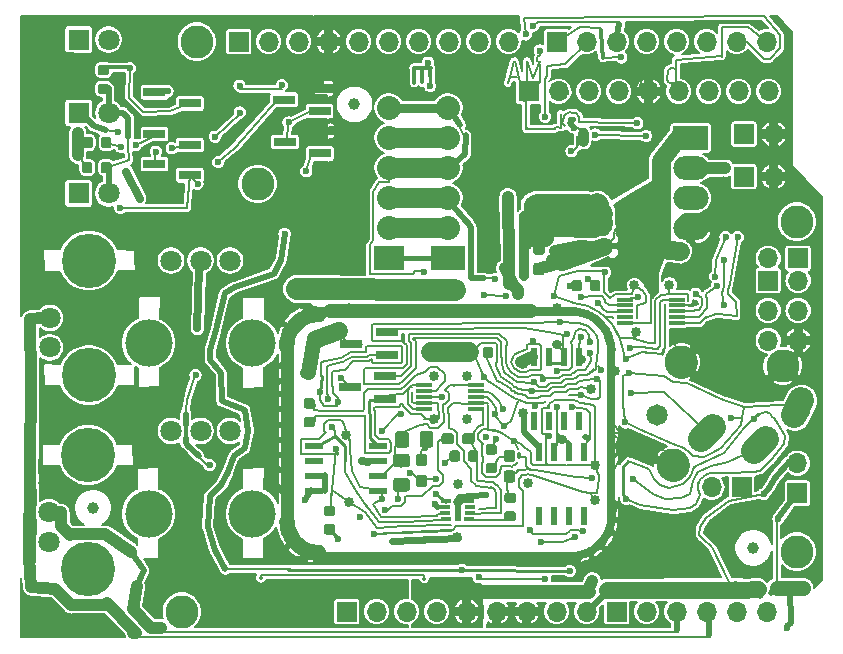
<source format=gtl>
G04 #@! TF.GenerationSoftware,KiCad,Pcbnew,5.1.4-e60b266~84~ubuntu16.04.1*
G04 #@! TF.CreationDate,2019-10-13T20:58:43-05:00*
G04 #@! TF.ProjectId,uno shield v1.0 project SMD,756e6f20-7368-4696-956c-642076312e30,rev?*
G04 #@! TF.SameCoordinates,Original*
G04 #@! TF.FileFunction,Copper,L1,Top*
G04 #@! TF.FilePolarity,Positive*
%FSLAX46Y46*%
G04 Gerber Fmt 4.6, Leading zero omitted, Abs format (unit mm)*
G04 Created by KiCad (PCBNEW 5.1.4-e60b266~84~ubuntu16.04.1) date 2019-10-13 20:58:43*
%MOMM*%
%LPD*%
G04 APERTURE LIST*
%ADD10C,0.100000*%
%ADD11C,2.800000*%
%ADD12C,2.799999*%
%ADD13C,2.799999*%
%ADD14C,2.200000*%
%ADD15C,2.200000*%
%ADD16C,1.810000*%
%ADD17C,0.700000*%
%ADD18C,1.100000*%
%ADD19C,0.875000*%
%ADD20C,0.950000*%
%ADD21R,1.700000X1.700000*%
%ADD22O,1.700000X1.700000*%
%ADD23C,2.032000*%
%ADD24R,3.000000X2.032000*%
%ADD25R,2.540000X2.032000*%
%ADD26O,3.000000X2.032000*%
%ADD27C,1.800000*%
%ADD28C,4.600001*%
%ADD29C,4.600000*%
%ADD30C,1.000000*%
%ADD31C,0.854000*%
%ADD32R,1.400000X0.300000*%
%ADD33R,0.609600X1.879600*%
%ADD34R,0.863600X0.300000*%
%ADD35C,1.300000*%
%ADD36R,1.900000X0.800000*%
%ADD37C,4.000000*%
%ADD38R,0.600000X1.550000*%
%ADD39R,1.550000X0.600000*%
%ADD40R,1.800000X1.800000*%
%ADD41C,1.150000*%
%ADD42C,1.135800*%
%ADD43C,0.600000*%
%ADD44C,0.810000*%
%ADD45C,0.350000*%
%ADD46C,0.200000*%
%ADD47C,0.500000*%
%ADD48C,0.830000*%
%ADD49C,0.300000*%
%ADD50C,0.700000*%
%ADD51C,1.700000*%
%ADD52C,0.620000*%
%ADD53C,0.400000*%
%ADD54C,2.000000*%
%ADD55C,0.900000*%
%ADD56C,1.000000*%
%ADD57C,1.600000*%
%ADD58C,1.400000*%
%ADD59C,0.250000*%
%ADD60C,1.500000*%
%ADD61C,1.200000*%
%ADD62C,1.220000*%
%ADD63C,1.300000*%
%ADD64C,0.410000*%
%ADD65C,1.900000*%
%ADD66C,0.350000*%
%ADD67C,0.800000*%
%ADD68C,0.280000*%
%ADD69C,1.460000*%
%ADD70C,0.254000*%
G04 APERTURE END LIST*
D10*
G36*
X145426000Y-88120000D02*
G01*
X141386000Y-88120000D01*
X141346000Y-87320000D01*
X145386000Y-87320000D01*
X145426000Y-88120000D01*
G37*
G36*
X145386000Y-100610000D02*
G01*
X141346000Y-100610000D01*
X141346000Y-100150000D01*
X145386000Y-100150000D01*
X145386000Y-100610000D01*
G37*
G36*
X145406000Y-98690000D02*
G01*
X141366000Y-98690000D01*
X141366000Y-96950000D01*
X145406000Y-96950000D01*
X145406000Y-98690000D01*
G37*
G36*
X145406000Y-93610000D02*
G01*
X141366000Y-93610000D01*
X141366000Y-91870000D01*
X145406000Y-91870000D01*
X145406000Y-93610000D01*
G37*
G36*
X145406000Y-91070000D02*
G01*
X141366000Y-91070000D01*
X141366000Y-89330000D01*
X145406000Y-89330000D01*
X145406000Y-91070000D01*
G37*
G36*
X145406000Y-96150000D02*
G01*
X141366000Y-96150000D01*
X141366000Y-94410000D01*
X145406000Y-94410000D01*
X145406000Y-96150000D01*
G37*
D11*
X129763520Y-94084140D03*
D12*
X164934123Y-117923192D03*
D13*
X164934123Y-117923192D02*
X164934123Y-117923192D01*
D12*
X165592843Y-109197157D03*
D13*
X165592843Y-109197157D02*
X165592843Y-109197157D01*
D12*
X174210000Y-109480000D03*
D14*
X167804975Y-115175025D03*
D15*
X168299950Y-114680050D02*
X167310000Y-115670000D01*
D14*
X172315025Y-116164975D03*
D15*
X172810000Y-115670000D02*
X171820050Y-116659950D01*
D14*
X175505833Y-113035585D03*
D15*
X175801666Y-112401170D02*
X175210000Y-113670000D01*
D16*
X163610000Y-113670000D03*
D17*
X145610000Y-125580000D03*
D10*
G36*
X159738038Y-121834053D02*
G01*
X159772063Y-121837462D01*
X159805592Y-121844176D01*
X159838307Y-121854129D01*
X159869893Y-121867227D01*
X159900051Y-121883344D01*
X159928494Y-121902328D01*
X159954946Y-121923996D01*
X159979159Y-121948143D01*
X160000899Y-121974537D01*
X160019960Y-122002926D01*
X160036160Y-122033040D01*
X160049344Y-122064591D01*
X160059386Y-122097279D01*
X160066190Y-122130790D01*
X160069692Y-122164805D01*
X160069858Y-122198999D01*
X160055326Y-122528927D01*
X160055077Y-122533808D01*
X160053512Y-122548397D01*
X160052154Y-122562974D01*
X160005500Y-122889887D01*
X160005498Y-122889910D01*
X160005493Y-122889937D01*
X160004773Y-122894742D01*
X160001802Y-122909060D01*
X159999018Y-122923486D01*
X159920683Y-123244291D01*
X159920680Y-123244306D01*
X159920675Y-123244323D01*
X159919487Y-123249046D01*
X159915124Y-123263037D01*
X159910955Y-123277089D01*
X159801684Y-123588735D01*
X159800035Y-123593336D01*
X159794332Y-123606823D01*
X159788807Y-123620414D01*
X159649651Y-123919899D01*
X159649647Y-123919908D01*
X159649646Y-123919909D01*
X159647556Y-123924326D01*
X159640562Y-123937195D01*
X159633740Y-123950177D01*
X159466026Y-124234649D01*
X159466018Y-124234665D01*
X159466007Y-124234682D01*
X159463506Y-124238857D01*
X159455299Y-124250969D01*
X159447233Y-124263238D01*
X159252556Y-124529991D01*
X159252549Y-124530001D01*
X159252540Y-124530012D01*
X159249641Y-124533928D01*
X159240256Y-124545223D01*
X159231066Y-124556604D01*
X159011291Y-124803083D01*
X159011281Y-124803095D01*
X159011269Y-124803108D01*
X159008002Y-124806720D01*
X158997611Y-124816995D01*
X158987304Y-124827475D01*
X158744515Y-125051343D01*
X158740899Y-125054630D01*
X158729523Y-125063868D01*
X158718272Y-125073268D01*
X158454805Y-125272366D01*
X158454796Y-125272374D01*
X158454784Y-125272382D01*
X158450875Y-125275293D01*
X158438676Y-125283361D01*
X158426540Y-125291632D01*
X158144906Y-125464069D01*
X158144892Y-125464079D01*
X158144874Y-125464089D01*
X158140707Y-125466601D01*
X158127737Y-125473462D01*
X158114891Y-125480488D01*
X157817759Y-125624627D01*
X157813347Y-125626729D01*
X157799792Y-125632283D01*
X157786301Y-125638031D01*
X157476522Y-125752487D01*
X157471926Y-125754148D01*
X157457908Y-125758348D01*
X157443905Y-125762757D01*
X157124441Y-125846435D01*
X157124436Y-125846437D01*
X157124430Y-125846438D01*
X157119699Y-125847642D01*
X157105311Y-125850459D01*
X157090973Y-125853475D01*
X156764862Y-125905581D01*
X156760030Y-125906319D01*
X156745398Y-125907722D01*
X156730872Y-125909320D01*
X156401233Y-125929355D01*
X156396353Y-125929618D01*
X156362159Y-125929545D01*
X156360000Y-125929329D01*
X156360000Y-125930000D01*
X134860000Y-125930000D01*
X134860000Y-125927954D01*
X134632055Y-125917667D01*
X134622992Y-125917195D01*
X134595912Y-125914261D01*
X134568833Y-125911709D01*
X134312570Y-125874856D01*
X134312561Y-125874855D01*
X134312551Y-125874853D01*
X134303591Y-125873501D01*
X134276940Y-125867941D01*
X134250220Y-125862755D01*
X133998782Y-125801071D01*
X133998772Y-125801069D01*
X133998761Y-125801066D01*
X133989971Y-125798845D01*
X133963987Y-125790709D01*
X133937909Y-125782943D01*
X133693678Y-125697014D01*
X133685139Y-125693943D01*
X133660081Y-125683315D01*
X133634874Y-125673036D01*
X133400194Y-125563684D01*
X133391995Y-125559794D01*
X133368097Y-125546773D01*
X133344011Y-125534082D01*
X133121122Y-125402350D01*
X133113342Y-125397679D01*
X133090800Y-125382368D01*
X133068097Y-125367408D01*
X132859127Y-125214556D01*
X132851839Y-125209147D01*
X132830914Y-125191723D01*
X132809764Y-125174606D01*
X132616717Y-125002101D01*
X132616706Y-125002092D01*
X132616695Y-125002081D01*
X132609982Y-124995998D01*
X132590864Y-124976622D01*
X132571477Y-124957514D01*
X132396186Y-124766995D01*
X132396176Y-124766985D01*
X132396166Y-124766973D01*
X132390077Y-124760263D01*
X132372939Y-124739110D01*
X132355512Y-124718206D01*
X132199640Y-124511479D01*
X132199638Y-124511477D01*
X132199632Y-124511469D01*
X132194227Y-124504195D01*
X132179241Y-124481481D01*
X132163929Y-124458963D01*
X132028975Y-124238013D01*
X132024298Y-124230235D01*
X132011590Y-124206148D01*
X131998561Y-124182267D01*
X131885811Y-123949201D01*
X131881916Y-123941004D01*
X131871634Y-123915828D01*
X131860982Y-123890753D01*
X131771517Y-123647807D01*
X131771512Y-123647796D01*
X131771508Y-123647782D01*
X131768436Y-123639259D01*
X131760661Y-123613204D01*
X131752504Y-123587202D01*
X131687171Y-123336675D01*
X131684942Y-123327878D01*
X131679743Y-123301170D01*
X131674167Y-123274516D01*
X131633593Y-123018810D01*
X131632233Y-123009837D01*
X131629664Y-122982741D01*
X131626717Y-122955679D01*
X131611289Y-122697233D01*
X131610811Y-122688170D01*
X131610851Y-122675673D01*
X131610151Y-122663207D01*
X131610017Y-122644708D01*
X131610014Y-122635633D01*
X131613543Y-122572226D01*
X131623242Y-122509466D01*
X131639019Y-122447953D01*
X131660723Y-122388272D01*
X131688148Y-122330994D01*
X131721030Y-122276665D01*
X131759058Y-122225805D01*
X131801867Y-122178899D01*
X131849050Y-122136393D01*
X131900154Y-122098695D01*
X131954694Y-122066164D01*
X132012147Y-122039109D01*
X132071966Y-122017792D01*
X132133581Y-122002412D01*
X132196402Y-121993119D01*
X132259830Y-121990000D01*
X132323260Y-121993086D01*
X132386086Y-122002346D01*
X132447708Y-122017693D01*
X132507538Y-122038980D01*
X132565007Y-122066004D01*
X132619562Y-122098507D01*
X132670688Y-122136178D01*
X132717891Y-122178659D01*
X132760725Y-122225543D01*
X132798779Y-122276383D01*
X132831691Y-122330694D01*
X132859145Y-122387958D01*
X132880881Y-122447627D01*
X132896690Y-122509133D01*
X132906422Y-122571887D01*
X132909983Y-122635292D01*
X132909994Y-122636764D01*
X132922512Y-122846476D01*
X132953123Y-123039390D01*
X133002414Y-123228401D01*
X133069908Y-123411683D01*
X133154971Y-123587518D01*
X133256785Y-123754211D01*
X133374378Y-123910169D01*
X133506631Y-124053911D01*
X133652271Y-124184055D01*
X133809929Y-124299375D01*
X133978077Y-124398753D01*
X134155125Y-124481252D01*
X134339382Y-124546080D01*
X134529083Y-124592619D01*
X134722418Y-124620422D01*
X134949303Y-124630661D01*
X134958366Y-124631133D01*
X135021502Y-124637974D01*
X135083668Y-124650943D01*
X135144272Y-124669916D01*
X135202735Y-124694713D01*
X135258500Y-124725097D01*
X135311034Y-124760777D01*
X135359835Y-124801413D01*
X135404437Y-124846618D01*
X135444416Y-124895959D01*
X135479389Y-124948966D01*
X135509022Y-125005133D01*
X135533034Y-125063923D01*
X135551193Y-125124776D01*
X135563329Y-125187110D01*
X135567395Y-125230000D01*
X156360000Y-125230000D01*
X156360000Y-125230570D01*
X156671317Y-125211649D01*
X156963621Y-125164944D01*
X157249972Y-125089939D01*
X157527643Y-124987347D01*
X157793974Y-124858150D01*
X158046423Y-124703581D01*
X158282582Y-124525119D01*
X158500202Y-124324459D01*
X158697209Y-124103515D01*
X158871708Y-123864409D01*
X159022039Y-123609420D01*
X159146778Y-123340963D01*
X159244719Y-123061630D01*
X159314938Y-122774064D01*
X159356757Y-122481020D01*
X159370536Y-122168197D01*
X159370785Y-122163316D01*
X159374432Y-122129316D01*
X159381379Y-122095835D01*
X159391560Y-122063191D01*
X159404879Y-122031696D01*
X159421207Y-122001651D01*
X159440388Y-121973344D01*
X159462240Y-121947042D01*
X159486556Y-121922999D01*
X159513101Y-121901444D01*
X159541623Y-121882580D01*
X159571849Y-121866592D01*
X159603492Y-121853629D01*
X159636247Y-121843815D01*
X159669806Y-121837244D01*
X159703845Y-121833980D01*
X159738038Y-121834053D01*
X159738038Y-121834053D01*
G37*
D17*
X145610000Y-104880000D03*
D10*
G36*
X134955373Y-104503296D02*
G01*
X135018169Y-104512761D01*
X135079740Y-104528310D01*
X135084441Y-104530000D01*
X156198435Y-104530000D01*
X156221692Y-104524891D01*
X156255647Y-104520848D01*
X156289834Y-104520138D01*
X156619022Y-104529391D01*
X156623906Y-104529562D01*
X156638528Y-104530896D01*
X156653116Y-104532021D01*
X156979812Y-104573351D01*
X156979830Y-104573352D01*
X156979850Y-104573356D01*
X156984675Y-104574000D01*
X156999044Y-104576744D01*
X157013504Y-104579296D01*
X157334627Y-104652312D01*
X157339385Y-104653429D01*
X157353456Y-104657573D01*
X157367561Y-104661514D01*
X157680019Y-104765516D01*
X157680025Y-104765518D01*
X157680032Y-104765521D01*
X157684650Y-104767093D01*
X157698265Y-104772596D01*
X157711903Y-104777889D01*
X158012727Y-104911888D01*
X158017178Y-104913908D01*
X158030175Y-104920705D01*
X158043246Y-104927311D01*
X158329558Y-105090025D01*
X158333790Y-105092469D01*
X158346078Y-105100513D01*
X158358426Y-105108353D01*
X158627485Y-105298224D01*
X158627495Y-105298230D01*
X158627506Y-105298239D01*
X158631468Y-105301075D01*
X158642905Y-105310274D01*
X158654437Y-105319287D01*
X158903679Y-105534503D01*
X158903691Y-105534513D01*
X158903704Y-105534525D01*
X158907368Y-105537734D01*
X158917829Y-105547982D01*
X158928449Y-105558099D01*
X159155492Y-105796602D01*
X159155513Y-105796622D01*
X159155535Y-105796648D01*
X159158857Y-105800186D01*
X159168253Y-105811387D01*
X159177852Y-105822512D01*
X159380544Y-106082042D01*
X159380555Y-106082054D01*
X159380566Y-106082069D01*
X159383536Y-106085926D01*
X159391829Y-106098042D01*
X159400261Y-106110000D01*
X159576664Y-106388074D01*
X159576670Y-106388083D01*
X159576676Y-106388094D01*
X159579259Y-106392229D01*
X159586302Y-106405046D01*
X159593555Y-106417818D01*
X159741981Y-106711781D01*
X159741986Y-106711789D01*
X159741986Y-106711790D01*
X159744158Y-106716168D01*
X159749925Y-106729630D01*
X159755888Y-106743030D01*
X159874920Y-107050072D01*
X159874925Y-107050083D01*
X159874929Y-107050096D01*
X159876659Y-107054651D01*
X159881084Y-107068608D01*
X159885713Y-107082532D01*
X159974217Y-107399735D01*
X159975497Y-107404452D01*
X159978540Y-107418779D01*
X159981786Y-107433080D01*
X160038912Y-107757391D01*
X160038916Y-107757407D01*
X160038918Y-107757426D01*
X160039730Y-107762225D01*
X160041362Y-107776799D01*
X160043195Y-107791333D01*
X160068402Y-108119685D01*
X160068742Y-108124560D01*
X160068847Y-108132191D01*
X160069366Y-108139818D01*
X160070485Y-108198637D01*
X160070544Y-108203524D01*
X160069046Y-108237685D01*
X160064222Y-108271538D01*
X160056118Y-108304758D01*
X160044809Y-108337030D01*
X160030407Y-108368044D01*
X160013047Y-108397504D01*
X159992895Y-108425130D01*
X159970142Y-108450656D01*
X159945008Y-108473841D01*
X159917731Y-108494464D01*
X159888572Y-108512325D01*
X159857809Y-108527256D01*
X159825737Y-108539114D01*
X159792659Y-108547786D01*
X159758893Y-108553188D01*
X159724763Y-108555269D01*
X159690591Y-108554010D01*
X159656705Y-108549422D01*
X159623428Y-108541550D01*
X159591080Y-108530468D01*
X159559966Y-108516282D01*
X159530385Y-108499128D01*
X159502620Y-108479169D01*
X159476934Y-108456596D01*
X159453574Y-108431623D01*
X159432763Y-108404491D01*
X159414697Y-108375458D01*
X159399552Y-108344800D01*
X159387471Y-108312810D01*
X159378569Y-108279795D01*
X159372931Y-108246068D01*
X159370611Y-108211952D01*
X159369684Y-108163204D01*
X159346559Y-107861980D01*
X159295369Y-107571371D01*
X159216063Y-107287136D01*
X159109405Y-107012014D01*
X158976404Y-106748604D01*
X158818336Y-106499431D01*
X158636704Y-106266868D01*
X158433247Y-106053143D01*
X158209907Y-105860292D01*
X157968815Y-105690156D01*
X157712263Y-105544355D01*
X157442710Y-105424286D01*
X157162733Y-105331095D01*
X156874988Y-105265668D01*
X156582249Y-105228634D01*
X156360000Y-105222387D01*
X156360000Y-105230000D01*
X135534396Y-105230000D01*
X135528118Y-105273717D01*
X135513000Y-105335395D01*
X135491935Y-105395305D01*
X135465125Y-105452873D01*
X135432824Y-105507549D01*
X135395343Y-105558814D01*
X135353038Y-105606175D01*
X135306313Y-105649183D01*
X135255615Y-105687425D01*
X135201427Y-105720538D01*
X135144265Y-105748205D01*
X135084677Y-105770162D01*
X135023230Y-105786199D01*
X134960513Y-105796164D01*
X134897122Y-105799961D01*
X134895438Y-105799979D01*
X134682826Y-105813459D01*
X134487128Y-105845251D01*
X134295474Y-105895986D01*
X134109677Y-105965185D01*
X133931525Y-106052182D01*
X133762708Y-106156150D01*
X133604849Y-106276092D01*
X133459432Y-106410880D01*
X133327881Y-106559193D01*
X133211421Y-106719649D01*
X133111175Y-106890702D01*
X133028106Y-107070708D01*
X132962989Y-107257987D01*
X132916464Y-107450706D01*
X132888966Y-107647050D01*
X132879443Y-107876907D01*
X132879004Y-107885971D01*
X132872396Y-107949132D01*
X132859657Y-108011346D01*
X132840907Y-108072019D01*
X132816326Y-108130574D01*
X132786148Y-108186450D01*
X132750663Y-108239115D01*
X132710207Y-108288066D01*
X132665167Y-108332835D01*
X132615973Y-108372996D01*
X132563096Y-108408164D01*
X132507039Y-108438004D01*
X132448338Y-108462233D01*
X132387553Y-108480616D01*
X132325263Y-108492982D01*
X132262064Y-108499209D01*
X132198560Y-108499239D01*
X132135355Y-108493072D01*
X132073054Y-108480768D01*
X132012251Y-108462442D01*
X131953526Y-108438271D01*
X131897440Y-108408484D01*
X131844530Y-108373366D01*
X131795297Y-108333254D01*
X131750215Y-108288527D01*
X131709712Y-108239616D01*
X131674175Y-108186985D01*
X131643944Y-108131138D01*
X131619307Y-108072607D01*
X131600498Y-108011952D01*
X131587699Y-107949749D01*
X131581031Y-107886596D01*
X131580557Y-107823093D01*
X131591396Y-107561476D01*
X131591835Y-107552411D01*
X131594666Y-107525347D01*
X131597121Y-107498231D01*
X131633437Y-107238919D01*
X131634758Y-107229941D01*
X131640220Y-107203267D01*
X131645307Y-107176532D01*
X131706755Y-106922002D01*
X131708946Y-106913195D01*
X131716984Y-106887186D01*
X131724655Y-106861073D01*
X131810647Y-106613755D01*
X131813687Y-106605204D01*
X131824235Y-106580077D01*
X131834409Y-106554862D01*
X131944117Y-106317132D01*
X131944124Y-106317115D01*
X131944134Y-106317096D01*
X131947985Y-106308901D01*
X131960913Y-106284965D01*
X131973519Y-106260823D01*
X132105911Y-106034917D01*
X132110554Y-106027119D01*
X132125779Y-106004523D01*
X132140658Y-105981762D01*
X132294463Y-105769853D01*
X132299844Y-105762546D01*
X132317199Y-105741547D01*
X132334233Y-105720341D01*
X132507983Y-105524452D01*
X132514052Y-105517705D01*
X132533341Y-105498532D01*
X132552390Y-105479061D01*
X132744416Y-105301072D01*
X132744426Y-105301061D01*
X132744439Y-105301050D01*
X132751124Y-105294939D01*
X132772219Y-105277717D01*
X132793054Y-105260218D01*
X133001543Y-105101808D01*
X133008807Y-105096368D01*
X133031494Y-105081280D01*
X133053925Y-105065905D01*
X133276876Y-104928596D01*
X133276877Y-104928595D01*
X133276884Y-104928591D01*
X133284637Y-104923890D01*
X133308677Y-104911093D01*
X133332512Y-104897975D01*
X133567790Y-104783082D01*
X133567798Y-104783078D01*
X133567807Y-104783074D01*
X133575981Y-104779152D01*
X133601148Y-104768765D01*
X133626156Y-104758033D01*
X133871522Y-104666648D01*
X133871533Y-104666643D01*
X133871547Y-104666639D01*
X133880058Y-104663536D01*
X133906107Y-104655658D01*
X133932056Y-104647413D01*
X134185172Y-104580407D01*
X134185177Y-104580405D01*
X134185183Y-104580404D01*
X134193967Y-104578143D01*
X134220696Y-104572838D01*
X134247288Y-104567172D01*
X134505721Y-104525187D01*
X134505741Y-104525183D01*
X134505764Y-104525180D01*
X134514708Y-104523791D01*
X134541745Y-104521127D01*
X134568847Y-104518074D01*
X134830165Y-104501507D01*
X134839226Y-104500996D01*
X134851713Y-104500990D01*
X134864169Y-104500244D01*
X134882878Y-104500039D01*
X134891953Y-104500003D01*
X134955373Y-104503296D01*
X134955373Y-104503296D01*
G37*
D18*
X132310000Y-115230000D03*
D10*
G36*
X132860000Y-107730000D02*
G01*
X132860000Y-122730000D01*
X131760000Y-122730000D01*
X131760000Y-107730000D01*
X132860000Y-107730000D01*
X132860000Y-107730000D01*
G37*
D17*
X159710000Y-115230000D03*
D10*
G36*
X160060000Y-108230000D02*
G01*
X160060000Y-122230000D01*
X159360000Y-122230000D01*
X159360000Y-108230000D01*
X160060000Y-108230000D01*
X160060000Y-108230000D01*
G37*
G36*
X146686331Y-116650533D02*
G01*
X146707566Y-116653683D01*
X146728390Y-116658899D01*
X146748602Y-116666131D01*
X146768008Y-116675310D01*
X146786421Y-116686346D01*
X146803664Y-116699134D01*
X146819570Y-116713550D01*
X146833986Y-116729456D01*
X146846774Y-116746699D01*
X146857810Y-116765112D01*
X146866989Y-116784518D01*
X146874221Y-116804730D01*
X146879437Y-116825554D01*
X146882587Y-116846789D01*
X146883640Y-116868230D01*
X146883640Y-117380730D01*
X146882587Y-117402171D01*
X146879437Y-117423406D01*
X146874221Y-117444230D01*
X146866989Y-117464442D01*
X146857810Y-117483848D01*
X146846774Y-117502261D01*
X146833986Y-117519504D01*
X146819570Y-117535410D01*
X146803664Y-117549826D01*
X146786421Y-117562614D01*
X146768008Y-117573650D01*
X146748602Y-117582829D01*
X146728390Y-117590061D01*
X146707566Y-117595277D01*
X146686331Y-117598427D01*
X146664890Y-117599480D01*
X146227390Y-117599480D01*
X146205949Y-117598427D01*
X146184714Y-117595277D01*
X146163890Y-117590061D01*
X146143678Y-117582829D01*
X146124272Y-117573650D01*
X146105859Y-117562614D01*
X146088616Y-117549826D01*
X146072710Y-117535410D01*
X146058294Y-117519504D01*
X146045506Y-117502261D01*
X146034470Y-117483848D01*
X146025291Y-117464442D01*
X146018059Y-117444230D01*
X146012843Y-117423406D01*
X146009693Y-117402171D01*
X146008640Y-117380730D01*
X146008640Y-116868230D01*
X146009693Y-116846789D01*
X146012843Y-116825554D01*
X146018059Y-116804730D01*
X146025291Y-116784518D01*
X146034470Y-116765112D01*
X146045506Y-116746699D01*
X146058294Y-116729456D01*
X146072710Y-116713550D01*
X146088616Y-116699134D01*
X146105859Y-116686346D01*
X146124272Y-116675310D01*
X146143678Y-116666131D01*
X146163890Y-116658899D01*
X146184714Y-116653683D01*
X146205949Y-116650533D01*
X146227390Y-116649480D01*
X146664890Y-116649480D01*
X146686331Y-116650533D01*
X146686331Y-116650533D01*
G37*
D19*
X146446140Y-117124480D03*
D10*
G36*
X148261331Y-116650533D02*
G01*
X148282566Y-116653683D01*
X148303390Y-116658899D01*
X148323602Y-116666131D01*
X148343008Y-116675310D01*
X148361421Y-116686346D01*
X148378664Y-116699134D01*
X148394570Y-116713550D01*
X148408986Y-116729456D01*
X148421774Y-116746699D01*
X148432810Y-116765112D01*
X148441989Y-116784518D01*
X148449221Y-116804730D01*
X148454437Y-116825554D01*
X148457587Y-116846789D01*
X148458640Y-116868230D01*
X148458640Y-117380730D01*
X148457587Y-117402171D01*
X148454437Y-117423406D01*
X148449221Y-117444230D01*
X148441989Y-117464442D01*
X148432810Y-117483848D01*
X148421774Y-117502261D01*
X148408986Y-117519504D01*
X148394570Y-117535410D01*
X148378664Y-117549826D01*
X148361421Y-117562614D01*
X148343008Y-117573650D01*
X148323602Y-117582829D01*
X148303390Y-117590061D01*
X148282566Y-117595277D01*
X148261331Y-117598427D01*
X148239890Y-117599480D01*
X147802390Y-117599480D01*
X147780949Y-117598427D01*
X147759714Y-117595277D01*
X147738890Y-117590061D01*
X147718678Y-117582829D01*
X147699272Y-117573650D01*
X147680859Y-117562614D01*
X147663616Y-117549826D01*
X147647710Y-117535410D01*
X147633294Y-117519504D01*
X147620506Y-117502261D01*
X147609470Y-117483848D01*
X147600291Y-117464442D01*
X147593059Y-117444230D01*
X147587843Y-117423406D01*
X147584693Y-117402171D01*
X147583640Y-117380730D01*
X147583640Y-116868230D01*
X147584693Y-116846789D01*
X147587843Y-116825554D01*
X147593059Y-116804730D01*
X147600291Y-116784518D01*
X147609470Y-116765112D01*
X147620506Y-116746699D01*
X147633294Y-116729456D01*
X147647710Y-116713550D01*
X147663616Y-116699134D01*
X147680859Y-116686346D01*
X147699272Y-116675310D01*
X147718678Y-116666131D01*
X147738890Y-116658899D01*
X147759714Y-116653683D01*
X147780949Y-116650533D01*
X147802390Y-116649480D01*
X148239890Y-116649480D01*
X148261331Y-116650533D01*
X148261331Y-116650533D01*
G37*
D19*
X148021140Y-117124480D03*
D10*
G36*
X143882539Y-116942284D02*
G01*
X143905594Y-116945703D01*
X143928203Y-116951367D01*
X143950147Y-116959219D01*
X143971217Y-116969184D01*
X143991208Y-116981166D01*
X144009928Y-116995050D01*
X144027198Y-117010702D01*
X144042850Y-117027972D01*
X144056734Y-117046692D01*
X144068716Y-117066683D01*
X144078681Y-117087753D01*
X144086533Y-117109697D01*
X144092197Y-117132306D01*
X144095616Y-117155361D01*
X144096760Y-117178640D01*
X144096760Y-117753640D01*
X144095616Y-117776919D01*
X144092197Y-117799974D01*
X144086533Y-117822583D01*
X144078681Y-117844527D01*
X144068716Y-117865597D01*
X144056734Y-117885588D01*
X144042850Y-117904308D01*
X144027198Y-117921578D01*
X144009928Y-117937230D01*
X143991208Y-117951114D01*
X143971217Y-117963096D01*
X143950147Y-117973061D01*
X143928203Y-117980913D01*
X143905594Y-117986577D01*
X143882539Y-117989996D01*
X143859260Y-117991140D01*
X143384260Y-117991140D01*
X143360981Y-117989996D01*
X143337926Y-117986577D01*
X143315317Y-117980913D01*
X143293373Y-117973061D01*
X143272303Y-117963096D01*
X143252312Y-117951114D01*
X143233592Y-117937230D01*
X143216322Y-117921578D01*
X143200670Y-117904308D01*
X143186786Y-117885588D01*
X143174804Y-117865597D01*
X143164839Y-117844527D01*
X143156987Y-117822583D01*
X143151323Y-117799974D01*
X143147904Y-117776919D01*
X143146760Y-117753640D01*
X143146760Y-117178640D01*
X143147904Y-117155361D01*
X143151323Y-117132306D01*
X143156987Y-117109697D01*
X143164839Y-117087753D01*
X143174804Y-117066683D01*
X143186786Y-117046692D01*
X143200670Y-117027972D01*
X143216322Y-117010702D01*
X143233592Y-116995050D01*
X143252312Y-116981166D01*
X143272303Y-116969184D01*
X143293373Y-116959219D01*
X143315317Y-116951367D01*
X143337926Y-116945703D01*
X143360981Y-116942284D01*
X143384260Y-116941140D01*
X143859260Y-116941140D01*
X143882539Y-116942284D01*
X143882539Y-116942284D01*
G37*
D20*
X143621760Y-117466140D03*
D10*
G36*
X143882539Y-118692284D02*
G01*
X143905594Y-118695703D01*
X143928203Y-118701367D01*
X143950147Y-118709219D01*
X143971217Y-118719184D01*
X143991208Y-118731166D01*
X144009928Y-118745050D01*
X144027198Y-118760702D01*
X144042850Y-118777972D01*
X144056734Y-118796692D01*
X144068716Y-118816683D01*
X144078681Y-118837753D01*
X144086533Y-118859697D01*
X144092197Y-118882306D01*
X144095616Y-118905361D01*
X144096760Y-118928640D01*
X144096760Y-119503640D01*
X144095616Y-119526919D01*
X144092197Y-119549974D01*
X144086533Y-119572583D01*
X144078681Y-119594527D01*
X144068716Y-119615597D01*
X144056734Y-119635588D01*
X144042850Y-119654308D01*
X144027198Y-119671578D01*
X144009928Y-119687230D01*
X143991208Y-119701114D01*
X143971217Y-119713096D01*
X143950147Y-119723061D01*
X143928203Y-119730913D01*
X143905594Y-119736577D01*
X143882539Y-119739996D01*
X143859260Y-119741140D01*
X143384260Y-119741140D01*
X143360981Y-119739996D01*
X143337926Y-119736577D01*
X143315317Y-119730913D01*
X143293373Y-119723061D01*
X143272303Y-119713096D01*
X143252312Y-119701114D01*
X143233592Y-119687230D01*
X143216322Y-119671578D01*
X143200670Y-119654308D01*
X143186786Y-119635588D01*
X143174804Y-119615597D01*
X143164839Y-119594527D01*
X143156987Y-119572583D01*
X143151323Y-119549974D01*
X143147904Y-119526919D01*
X143146760Y-119503640D01*
X143146760Y-118928640D01*
X143147904Y-118905361D01*
X143151323Y-118882306D01*
X143156987Y-118859697D01*
X143164839Y-118837753D01*
X143174804Y-118816683D01*
X143186786Y-118796692D01*
X143200670Y-118777972D01*
X143216322Y-118760702D01*
X143233592Y-118745050D01*
X143252312Y-118731166D01*
X143272303Y-118719184D01*
X143293373Y-118709219D01*
X143315317Y-118701367D01*
X143337926Y-118695703D01*
X143360981Y-118692284D01*
X143384260Y-118691140D01*
X143859260Y-118691140D01*
X143882539Y-118692284D01*
X143882539Y-118692284D01*
G37*
D20*
X143621760Y-119216140D03*
D10*
G36*
X157012691Y-102216053D02*
G01*
X157033926Y-102219203D01*
X157054750Y-102224419D01*
X157074962Y-102231651D01*
X157094368Y-102240830D01*
X157112781Y-102251866D01*
X157130024Y-102264654D01*
X157145930Y-102279070D01*
X157160346Y-102294976D01*
X157173134Y-102312219D01*
X157184170Y-102330632D01*
X157193349Y-102350038D01*
X157200581Y-102370250D01*
X157205797Y-102391074D01*
X157208947Y-102412309D01*
X157210000Y-102433750D01*
X157210000Y-102946250D01*
X157208947Y-102967691D01*
X157205797Y-102988926D01*
X157200581Y-103009750D01*
X157193349Y-103029962D01*
X157184170Y-103049368D01*
X157173134Y-103067781D01*
X157160346Y-103085024D01*
X157145930Y-103100930D01*
X157130024Y-103115346D01*
X157112781Y-103128134D01*
X157094368Y-103139170D01*
X157074962Y-103148349D01*
X157054750Y-103155581D01*
X157033926Y-103160797D01*
X157012691Y-103163947D01*
X156991250Y-103165000D01*
X156553750Y-103165000D01*
X156532309Y-103163947D01*
X156511074Y-103160797D01*
X156490250Y-103155581D01*
X156470038Y-103148349D01*
X156450632Y-103139170D01*
X156432219Y-103128134D01*
X156414976Y-103115346D01*
X156399070Y-103100930D01*
X156384654Y-103085024D01*
X156371866Y-103067781D01*
X156360830Y-103049368D01*
X156351651Y-103029962D01*
X156344419Y-103009750D01*
X156339203Y-102988926D01*
X156336053Y-102967691D01*
X156335000Y-102946250D01*
X156335000Y-102433750D01*
X156336053Y-102412309D01*
X156339203Y-102391074D01*
X156344419Y-102370250D01*
X156351651Y-102350038D01*
X156360830Y-102330632D01*
X156371866Y-102312219D01*
X156384654Y-102294976D01*
X156399070Y-102279070D01*
X156414976Y-102264654D01*
X156432219Y-102251866D01*
X156450632Y-102240830D01*
X156470038Y-102231651D01*
X156490250Y-102224419D01*
X156511074Y-102219203D01*
X156532309Y-102216053D01*
X156553750Y-102215000D01*
X156991250Y-102215000D01*
X157012691Y-102216053D01*
X157012691Y-102216053D01*
G37*
D19*
X156772500Y-102690000D03*
D10*
G36*
X158587691Y-102216053D02*
G01*
X158608926Y-102219203D01*
X158629750Y-102224419D01*
X158649962Y-102231651D01*
X158669368Y-102240830D01*
X158687781Y-102251866D01*
X158705024Y-102264654D01*
X158720930Y-102279070D01*
X158735346Y-102294976D01*
X158748134Y-102312219D01*
X158759170Y-102330632D01*
X158768349Y-102350038D01*
X158775581Y-102370250D01*
X158780797Y-102391074D01*
X158783947Y-102412309D01*
X158785000Y-102433750D01*
X158785000Y-102946250D01*
X158783947Y-102967691D01*
X158780797Y-102988926D01*
X158775581Y-103009750D01*
X158768349Y-103029962D01*
X158759170Y-103049368D01*
X158748134Y-103067781D01*
X158735346Y-103085024D01*
X158720930Y-103100930D01*
X158705024Y-103115346D01*
X158687781Y-103128134D01*
X158669368Y-103139170D01*
X158649962Y-103148349D01*
X158629750Y-103155581D01*
X158608926Y-103160797D01*
X158587691Y-103163947D01*
X158566250Y-103165000D01*
X158128750Y-103165000D01*
X158107309Y-103163947D01*
X158086074Y-103160797D01*
X158065250Y-103155581D01*
X158045038Y-103148349D01*
X158025632Y-103139170D01*
X158007219Y-103128134D01*
X157989976Y-103115346D01*
X157974070Y-103100930D01*
X157959654Y-103085024D01*
X157946866Y-103067781D01*
X157935830Y-103049368D01*
X157926651Y-103029962D01*
X157919419Y-103009750D01*
X157914203Y-102988926D01*
X157911053Y-102967691D01*
X157910000Y-102946250D01*
X157910000Y-102433750D01*
X157911053Y-102412309D01*
X157914203Y-102391074D01*
X157919419Y-102370250D01*
X157926651Y-102350038D01*
X157935830Y-102330632D01*
X157946866Y-102312219D01*
X157959654Y-102294976D01*
X157974070Y-102279070D01*
X157989976Y-102264654D01*
X158007219Y-102251866D01*
X158025632Y-102240830D01*
X158045038Y-102231651D01*
X158065250Y-102224419D01*
X158086074Y-102219203D01*
X158107309Y-102216053D01*
X158128750Y-102215000D01*
X158566250Y-102215000D01*
X158587691Y-102216053D01*
X158587691Y-102216053D01*
G37*
D19*
X158347500Y-102690000D03*
D21*
X170930000Y-93470000D03*
D22*
X173470000Y-93470000D03*
X175450000Y-117730000D03*
D21*
X175450000Y-120270000D03*
D22*
X168216580Y-119763540D03*
D21*
X170756580Y-119763540D03*
X175520000Y-100380000D03*
D22*
X172980000Y-100380000D03*
D23*
X145876000Y-87650000D03*
X140876000Y-87650000D03*
D22*
X173034960Y-86238080D03*
X170494960Y-86238080D03*
X167954960Y-86238080D03*
X165414960Y-86238080D03*
X162874960Y-86238080D03*
X160334960Y-86238080D03*
X157794960Y-86238080D03*
X155254960Y-86238080D03*
D21*
X152714960Y-86238080D03*
D23*
X145876000Y-100350000D03*
X140876000Y-100350000D03*
X145876000Y-87650000D03*
X140876000Y-95270000D03*
X145876000Y-90190000D03*
X145876000Y-92730000D03*
X145876000Y-95270000D03*
X145876000Y-97810000D03*
D24*
X145876000Y-100350000D03*
D25*
X140876000Y-100350000D03*
D23*
X140876000Y-97810000D03*
X140876000Y-87650000D03*
X140876000Y-90190000D03*
X140876000Y-92730000D03*
D26*
X166430000Y-97810000D03*
X166430000Y-95270000D03*
D23*
X166430000Y-90190000D03*
D10*
G36*
X165768217Y-89174000D02*
G01*
X165795032Y-89166915D01*
X165795052Y-89166909D01*
X165795075Y-89166904D01*
X165799789Y-89165693D01*
X165814163Y-89162847D01*
X165828500Y-89159800D01*
X165896010Y-89148865D01*
X165900839Y-89148117D01*
X165915448Y-89146684D01*
X165929996Y-89145053D01*
X165998250Y-89140759D01*
X166003130Y-89140486D01*
X166010454Y-89140486D01*
X166017791Y-89140076D01*
X166027565Y-89140008D01*
X166032452Y-89140008D01*
X166066593Y-89141918D01*
X166100385Y-89147150D01*
X166133505Y-89155655D01*
X166165638Y-89167352D01*
X166179514Y-89174000D01*
X166679680Y-89174000D01*
X166680978Y-89173310D01*
X166712592Y-89160280D01*
X166745328Y-89150396D01*
X166778872Y-89143755D01*
X166812903Y-89140417D01*
X166847098Y-89140418D01*
X166915386Y-89143758D01*
X166915402Y-89143758D01*
X166915420Y-89143760D01*
X166920286Y-89144032D01*
X166934822Y-89145662D01*
X166949434Y-89147095D01*
X167017082Y-89157084D01*
X167017094Y-89157085D01*
X167017108Y-89157088D01*
X167021920Y-89157833D01*
X167036240Y-89160877D01*
X167050638Y-89163728D01*
X167091836Y-89174000D01*
X167930000Y-89174000D01*
X167930000Y-91206000D01*
X167091783Y-91206000D01*
X167064968Y-91213085D01*
X167064948Y-91213091D01*
X167064925Y-91213096D01*
X167060211Y-91214307D01*
X167045837Y-91217153D01*
X167031500Y-91220200D01*
X166963990Y-91231135D01*
X166959161Y-91231883D01*
X166944552Y-91233316D01*
X166930004Y-91234947D01*
X166861750Y-91239241D01*
X166856870Y-91239514D01*
X166849545Y-91239514D01*
X166842209Y-91239924D01*
X166832435Y-91239992D01*
X166827548Y-91239992D01*
X166793407Y-91238082D01*
X166759615Y-91232850D01*
X166726495Y-91224345D01*
X166694361Y-91212648D01*
X166680486Y-91206000D01*
X166180320Y-91206000D01*
X166179022Y-91206690D01*
X166147408Y-91219720D01*
X166114672Y-91229604D01*
X166081128Y-91236245D01*
X166047096Y-91239583D01*
X166012902Y-91239582D01*
X165944613Y-91236242D01*
X165944597Y-91236242D01*
X165944579Y-91236240D01*
X165939714Y-91235968D01*
X165925178Y-91234338D01*
X165910566Y-91232905D01*
X165842909Y-91222915D01*
X165842904Y-91222914D01*
X165842895Y-91222913D01*
X165838080Y-91222167D01*
X165823746Y-91219121D01*
X165809363Y-91216272D01*
X165768162Y-91206000D01*
X164930000Y-91206000D01*
X164930000Y-89174000D01*
X165768217Y-89174000D01*
X165768217Y-89174000D01*
G37*
D26*
X166430000Y-92730000D03*
D27*
X112170000Y-107930000D03*
X112170000Y-105430000D03*
X112170000Y-102930000D03*
D28*
X115470000Y-110280000D03*
D29*
X115470000Y-100580000D03*
D30*
X137962640Y-87353140D03*
X171730000Y-124890000D03*
X115830000Y-121510000D03*
D31*
X147470000Y-113982000D03*
X144670000Y-110318000D03*
X147470000Y-110318000D03*
D32*
X143870000Y-111150000D03*
X143870000Y-111650000D03*
X143870000Y-112150000D03*
X143870000Y-112650000D03*
X143870000Y-113150000D03*
X148270000Y-113150000D03*
X148270000Y-112650000D03*
X148270000Y-112150000D03*
X148270000Y-111650000D03*
X148270000Y-111150000D03*
D22*
X172870000Y-130300000D03*
X170330000Y-130300000D03*
X167790000Y-130300000D03*
X165250000Y-130300000D03*
X162710000Y-130300000D03*
D21*
X160170000Y-130300000D03*
D33*
X146690000Y-121715000D03*
D34*
X145686700Y-122465000D03*
X145650000Y-121965000D03*
X145650000Y-121465000D03*
X145686700Y-120965000D03*
X147693300Y-120965000D03*
X147730000Y-121465000D03*
X147730000Y-121965000D03*
X147693300Y-122465000D03*
D22*
X173480000Y-89860000D03*
D21*
X170940000Y-89860000D03*
D10*
G36*
X153844419Y-99017504D02*
G01*
X153867474Y-99020923D01*
X153890083Y-99026587D01*
X153912027Y-99034439D01*
X153933097Y-99044404D01*
X153953088Y-99056386D01*
X153971808Y-99070270D01*
X153989078Y-99085922D01*
X154004730Y-99103192D01*
X154018614Y-99121912D01*
X154030596Y-99141903D01*
X154040561Y-99162973D01*
X154048413Y-99184917D01*
X154054077Y-99207526D01*
X154057496Y-99230581D01*
X154058640Y-99253860D01*
X154058640Y-99828860D01*
X154057496Y-99852139D01*
X154054077Y-99875194D01*
X154048413Y-99897803D01*
X154040561Y-99919747D01*
X154030596Y-99940817D01*
X154018614Y-99960808D01*
X154004730Y-99979528D01*
X153989078Y-99996798D01*
X153971808Y-100012450D01*
X153953088Y-100026334D01*
X153933097Y-100038316D01*
X153912027Y-100048281D01*
X153890083Y-100056133D01*
X153867474Y-100061797D01*
X153844419Y-100065216D01*
X153821140Y-100066360D01*
X153346140Y-100066360D01*
X153322861Y-100065216D01*
X153299806Y-100061797D01*
X153277197Y-100056133D01*
X153255253Y-100048281D01*
X153234183Y-100038316D01*
X153214192Y-100026334D01*
X153195472Y-100012450D01*
X153178202Y-99996798D01*
X153162550Y-99979528D01*
X153148666Y-99960808D01*
X153136684Y-99940817D01*
X153126719Y-99919747D01*
X153118867Y-99897803D01*
X153113203Y-99875194D01*
X153109784Y-99852139D01*
X153108640Y-99828860D01*
X153108640Y-99253860D01*
X153109784Y-99230581D01*
X153113203Y-99207526D01*
X153118867Y-99184917D01*
X153126719Y-99162973D01*
X153136684Y-99141903D01*
X153148666Y-99121912D01*
X153162550Y-99103192D01*
X153178202Y-99085922D01*
X153195472Y-99070270D01*
X153214192Y-99056386D01*
X153234183Y-99044404D01*
X153255253Y-99034439D01*
X153277197Y-99026587D01*
X153299806Y-99020923D01*
X153322861Y-99017504D01*
X153346140Y-99016360D01*
X153821140Y-99016360D01*
X153844419Y-99017504D01*
X153844419Y-99017504D01*
G37*
D20*
X153583640Y-99541360D03*
D10*
G36*
X153844419Y-100767504D02*
G01*
X153867474Y-100770923D01*
X153890083Y-100776587D01*
X153912027Y-100784439D01*
X153933097Y-100794404D01*
X153953088Y-100806386D01*
X153971808Y-100820270D01*
X153989078Y-100835922D01*
X154004730Y-100853192D01*
X154018614Y-100871912D01*
X154030596Y-100891903D01*
X154040561Y-100912973D01*
X154048413Y-100934917D01*
X154054077Y-100957526D01*
X154057496Y-100980581D01*
X154058640Y-101003860D01*
X154058640Y-101578860D01*
X154057496Y-101602139D01*
X154054077Y-101625194D01*
X154048413Y-101647803D01*
X154040561Y-101669747D01*
X154030596Y-101690817D01*
X154018614Y-101710808D01*
X154004730Y-101729528D01*
X153989078Y-101746798D01*
X153971808Y-101762450D01*
X153953088Y-101776334D01*
X153933097Y-101788316D01*
X153912027Y-101798281D01*
X153890083Y-101806133D01*
X153867474Y-101811797D01*
X153844419Y-101815216D01*
X153821140Y-101816360D01*
X153346140Y-101816360D01*
X153322861Y-101815216D01*
X153299806Y-101811797D01*
X153277197Y-101806133D01*
X153255253Y-101798281D01*
X153234183Y-101788316D01*
X153214192Y-101776334D01*
X153195472Y-101762450D01*
X153178202Y-101746798D01*
X153162550Y-101729528D01*
X153148666Y-101710808D01*
X153136684Y-101690817D01*
X153126719Y-101669747D01*
X153118867Y-101647803D01*
X153113203Y-101625194D01*
X153109784Y-101602139D01*
X153108640Y-101578860D01*
X153108640Y-101003860D01*
X153109784Y-100980581D01*
X153113203Y-100957526D01*
X153118867Y-100934917D01*
X153126719Y-100912973D01*
X153136684Y-100891903D01*
X153148666Y-100871912D01*
X153162550Y-100853192D01*
X153178202Y-100835922D01*
X153195472Y-100820270D01*
X153214192Y-100806386D01*
X153234183Y-100794404D01*
X153255253Y-100784439D01*
X153277197Y-100776587D01*
X153299806Y-100770923D01*
X153322861Y-100767504D01*
X153346140Y-100766360D01*
X153821140Y-100766360D01*
X153844419Y-100767504D01*
X153844419Y-100767504D01*
G37*
D20*
X153583640Y-101291360D03*
D10*
G36*
X159530779Y-98771144D02*
G01*
X159553834Y-98774563D01*
X159576443Y-98780227D01*
X159598387Y-98788079D01*
X159619457Y-98798044D01*
X159639448Y-98810026D01*
X159658168Y-98823910D01*
X159675438Y-98839562D01*
X159691090Y-98856832D01*
X159704974Y-98875552D01*
X159716956Y-98895543D01*
X159726921Y-98916613D01*
X159734773Y-98938557D01*
X159740437Y-98961166D01*
X159743856Y-98984221D01*
X159745000Y-99007500D01*
X159745000Y-99582500D01*
X159743856Y-99605779D01*
X159740437Y-99628834D01*
X159734773Y-99651443D01*
X159726921Y-99673387D01*
X159716956Y-99694457D01*
X159704974Y-99714448D01*
X159691090Y-99733168D01*
X159675438Y-99750438D01*
X159658168Y-99766090D01*
X159639448Y-99779974D01*
X159619457Y-99791956D01*
X159598387Y-99801921D01*
X159576443Y-99809773D01*
X159553834Y-99815437D01*
X159530779Y-99818856D01*
X159507500Y-99820000D01*
X159032500Y-99820000D01*
X159009221Y-99818856D01*
X158986166Y-99815437D01*
X158963557Y-99809773D01*
X158941613Y-99801921D01*
X158920543Y-99791956D01*
X158900552Y-99779974D01*
X158881832Y-99766090D01*
X158864562Y-99750438D01*
X158848910Y-99733168D01*
X158835026Y-99714448D01*
X158823044Y-99694457D01*
X158813079Y-99673387D01*
X158805227Y-99651443D01*
X158799563Y-99628834D01*
X158796144Y-99605779D01*
X158795000Y-99582500D01*
X158795000Y-99007500D01*
X158796144Y-98984221D01*
X158799563Y-98961166D01*
X158805227Y-98938557D01*
X158813079Y-98916613D01*
X158823044Y-98895543D01*
X158835026Y-98875552D01*
X158848910Y-98856832D01*
X158864562Y-98839562D01*
X158881832Y-98823910D01*
X158900552Y-98810026D01*
X158920543Y-98798044D01*
X158941613Y-98788079D01*
X158963557Y-98780227D01*
X158986166Y-98774563D01*
X159009221Y-98771144D01*
X159032500Y-98770000D01*
X159507500Y-98770000D01*
X159530779Y-98771144D01*
X159530779Y-98771144D01*
G37*
D20*
X159270000Y-99295000D03*
D10*
G36*
X159530779Y-97021144D02*
G01*
X159553834Y-97024563D01*
X159576443Y-97030227D01*
X159598387Y-97038079D01*
X159619457Y-97048044D01*
X159639448Y-97060026D01*
X159658168Y-97073910D01*
X159675438Y-97089562D01*
X159691090Y-97106832D01*
X159704974Y-97125552D01*
X159716956Y-97145543D01*
X159726921Y-97166613D01*
X159734773Y-97188557D01*
X159740437Y-97211166D01*
X159743856Y-97234221D01*
X159745000Y-97257500D01*
X159745000Y-97832500D01*
X159743856Y-97855779D01*
X159740437Y-97878834D01*
X159734773Y-97901443D01*
X159726921Y-97923387D01*
X159716956Y-97944457D01*
X159704974Y-97964448D01*
X159691090Y-97983168D01*
X159675438Y-98000438D01*
X159658168Y-98016090D01*
X159639448Y-98029974D01*
X159619457Y-98041956D01*
X159598387Y-98051921D01*
X159576443Y-98059773D01*
X159553834Y-98065437D01*
X159530779Y-98068856D01*
X159507500Y-98070000D01*
X159032500Y-98070000D01*
X159009221Y-98068856D01*
X158986166Y-98065437D01*
X158963557Y-98059773D01*
X158941613Y-98051921D01*
X158920543Y-98041956D01*
X158900552Y-98029974D01*
X158881832Y-98016090D01*
X158864562Y-98000438D01*
X158848910Y-97983168D01*
X158835026Y-97964448D01*
X158823044Y-97944457D01*
X158813079Y-97923387D01*
X158805227Y-97901443D01*
X158799563Y-97878834D01*
X158796144Y-97855779D01*
X158795000Y-97832500D01*
X158795000Y-97257500D01*
X158796144Y-97234221D01*
X158799563Y-97211166D01*
X158805227Y-97188557D01*
X158813079Y-97166613D01*
X158823044Y-97145543D01*
X158835026Y-97125552D01*
X158848910Y-97106832D01*
X158864562Y-97089562D01*
X158881832Y-97073910D01*
X158900552Y-97060026D01*
X158920543Y-97048044D01*
X158941613Y-97038079D01*
X158963557Y-97030227D01*
X158986166Y-97024563D01*
X159009221Y-97021144D01*
X159032500Y-97020000D01*
X159507500Y-97020000D01*
X159530779Y-97021144D01*
X159530779Y-97021144D01*
G37*
D20*
X159270000Y-97545000D03*
D23*
X145876000Y-97810000D03*
X140876000Y-97810000D03*
D35*
X145876000Y-97810000D03*
X166430000Y-97810000D03*
D23*
X145876000Y-92730000D03*
X140876000Y-92730000D03*
X145876000Y-90190000D03*
X140876000Y-90190000D03*
X145876000Y-95270000D03*
X140876000Y-95270000D03*
D10*
G36*
X151360379Y-118324644D02*
G01*
X151383434Y-118328063D01*
X151406043Y-118333727D01*
X151427987Y-118341579D01*
X151449057Y-118351544D01*
X151469048Y-118363526D01*
X151487768Y-118377410D01*
X151505038Y-118393062D01*
X151520690Y-118410332D01*
X151534574Y-118429052D01*
X151546556Y-118449043D01*
X151556521Y-118470113D01*
X151564373Y-118492057D01*
X151570037Y-118514666D01*
X151573456Y-118537721D01*
X151574600Y-118561000D01*
X151574600Y-119136000D01*
X151573456Y-119159279D01*
X151570037Y-119182334D01*
X151564373Y-119204943D01*
X151556521Y-119226887D01*
X151546556Y-119247957D01*
X151534574Y-119267948D01*
X151520690Y-119286668D01*
X151505038Y-119303938D01*
X151487768Y-119319590D01*
X151469048Y-119333474D01*
X151449057Y-119345456D01*
X151427987Y-119355421D01*
X151406043Y-119363273D01*
X151383434Y-119368937D01*
X151360379Y-119372356D01*
X151337100Y-119373500D01*
X150862100Y-119373500D01*
X150838821Y-119372356D01*
X150815766Y-119368937D01*
X150793157Y-119363273D01*
X150771213Y-119355421D01*
X150750143Y-119345456D01*
X150730152Y-119333474D01*
X150711432Y-119319590D01*
X150694162Y-119303938D01*
X150678510Y-119286668D01*
X150664626Y-119267948D01*
X150652644Y-119247957D01*
X150642679Y-119226887D01*
X150634827Y-119204943D01*
X150629163Y-119182334D01*
X150625744Y-119159279D01*
X150624600Y-119136000D01*
X150624600Y-118561000D01*
X150625744Y-118537721D01*
X150629163Y-118514666D01*
X150634827Y-118492057D01*
X150642679Y-118470113D01*
X150652644Y-118449043D01*
X150664626Y-118429052D01*
X150678510Y-118410332D01*
X150694162Y-118393062D01*
X150711432Y-118377410D01*
X150730152Y-118363526D01*
X150750143Y-118351544D01*
X150771213Y-118341579D01*
X150793157Y-118333727D01*
X150815766Y-118328063D01*
X150838821Y-118324644D01*
X150862100Y-118323500D01*
X151337100Y-118323500D01*
X151360379Y-118324644D01*
X151360379Y-118324644D01*
G37*
D20*
X151099600Y-118848500D03*
D10*
G36*
X151360379Y-116574644D02*
G01*
X151383434Y-116578063D01*
X151406043Y-116583727D01*
X151427987Y-116591579D01*
X151449057Y-116601544D01*
X151469048Y-116613526D01*
X151487768Y-116627410D01*
X151505038Y-116643062D01*
X151520690Y-116660332D01*
X151534574Y-116679052D01*
X151546556Y-116699043D01*
X151556521Y-116720113D01*
X151564373Y-116742057D01*
X151570037Y-116764666D01*
X151573456Y-116787721D01*
X151574600Y-116811000D01*
X151574600Y-117386000D01*
X151573456Y-117409279D01*
X151570037Y-117432334D01*
X151564373Y-117454943D01*
X151556521Y-117476887D01*
X151546556Y-117497957D01*
X151534574Y-117517948D01*
X151520690Y-117536668D01*
X151505038Y-117553938D01*
X151487768Y-117569590D01*
X151469048Y-117583474D01*
X151449057Y-117595456D01*
X151427987Y-117605421D01*
X151406043Y-117613273D01*
X151383434Y-117618937D01*
X151360379Y-117622356D01*
X151337100Y-117623500D01*
X150862100Y-117623500D01*
X150838821Y-117622356D01*
X150815766Y-117618937D01*
X150793157Y-117613273D01*
X150771213Y-117605421D01*
X150750143Y-117595456D01*
X150730152Y-117583474D01*
X150711432Y-117569590D01*
X150694162Y-117553938D01*
X150678510Y-117536668D01*
X150664626Y-117517948D01*
X150652644Y-117497957D01*
X150642679Y-117476887D01*
X150634827Y-117454943D01*
X150629163Y-117432334D01*
X150625744Y-117409279D01*
X150624600Y-117386000D01*
X150624600Y-116811000D01*
X150625744Y-116787721D01*
X150629163Y-116764666D01*
X150634827Y-116742057D01*
X150642679Y-116720113D01*
X150652644Y-116699043D01*
X150664626Y-116679052D01*
X150678510Y-116660332D01*
X150694162Y-116643062D01*
X150711432Y-116627410D01*
X150730152Y-116613526D01*
X150750143Y-116601544D01*
X150771213Y-116591579D01*
X150793157Y-116583727D01*
X150815766Y-116578063D01*
X150838821Y-116574644D01*
X150862100Y-116573500D01*
X151337100Y-116573500D01*
X151360379Y-116574644D01*
X151360379Y-116574644D01*
G37*
D20*
X151099600Y-117098500D03*
D36*
X124030000Y-87270000D03*
X124030000Y-85370000D03*
X121030000Y-86320000D03*
X124030000Y-90800000D03*
X124030000Y-88900000D03*
X121030000Y-89850000D03*
X121030000Y-92400000D03*
X121030000Y-94300000D03*
X124030000Y-93350000D03*
X135004940Y-87909440D03*
X135004940Y-86009440D03*
X132004940Y-86959440D03*
X135061280Y-91494100D03*
X135061280Y-89594100D03*
X132061280Y-90544100D03*
D21*
X137310000Y-130300000D03*
D22*
X139850000Y-130300000D03*
X142390000Y-130300000D03*
X144930000Y-130300000D03*
X147470000Y-130300000D03*
X150010000Y-130300000D03*
X152550000Y-130300000D03*
X155090000Y-130300000D03*
X157630000Y-130300000D03*
D10*
G36*
X115582691Y-92226053D02*
G01*
X115603926Y-92229203D01*
X115624750Y-92234419D01*
X115644962Y-92241651D01*
X115664368Y-92250830D01*
X115682781Y-92261866D01*
X115700024Y-92274654D01*
X115715930Y-92289070D01*
X115730346Y-92304976D01*
X115743134Y-92322219D01*
X115754170Y-92340632D01*
X115763349Y-92360038D01*
X115770581Y-92380250D01*
X115775797Y-92401074D01*
X115778947Y-92422309D01*
X115780000Y-92443750D01*
X115780000Y-92956250D01*
X115778947Y-92977691D01*
X115775797Y-92998926D01*
X115770581Y-93019750D01*
X115763349Y-93039962D01*
X115754170Y-93059368D01*
X115743134Y-93077781D01*
X115730346Y-93095024D01*
X115715930Y-93110930D01*
X115700024Y-93125346D01*
X115682781Y-93138134D01*
X115664368Y-93149170D01*
X115644962Y-93158349D01*
X115624750Y-93165581D01*
X115603926Y-93170797D01*
X115582691Y-93173947D01*
X115561250Y-93175000D01*
X115123750Y-93175000D01*
X115102309Y-93173947D01*
X115081074Y-93170797D01*
X115060250Y-93165581D01*
X115040038Y-93158349D01*
X115020632Y-93149170D01*
X115002219Y-93138134D01*
X114984976Y-93125346D01*
X114969070Y-93110930D01*
X114954654Y-93095024D01*
X114941866Y-93077781D01*
X114930830Y-93059368D01*
X114921651Y-93039962D01*
X114914419Y-93019750D01*
X114909203Y-92998926D01*
X114906053Y-92977691D01*
X114905000Y-92956250D01*
X114905000Y-92443750D01*
X114906053Y-92422309D01*
X114909203Y-92401074D01*
X114914419Y-92380250D01*
X114921651Y-92360038D01*
X114930830Y-92340632D01*
X114941866Y-92322219D01*
X114954654Y-92304976D01*
X114969070Y-92289070D01*
X114984976Y-92274654D01*
X115002219Y-92261866D01*
X115020632Y-92250830D01*
X115040038Y-92241651D01*
X115060250Y-92234419D01*
X115081074Y-92229203D01*
X115102309Y-92226053D01*
X115123750Y-92225000D01*
X115561250Y-92225000D01*
X115582691Y-92226053D01*
X115582691Y-92226053D01*
G37*
D19*
X115342500Y-92700000D03*
D10*
G36*
X117157691Y-92226053D02*
G01*
X117178926Y-92229203D01*
X117199750Y-92234419D01*
X117219962Y-92241651D01*
X117239368Y-92250830D01*
X117257781Y-92261866D01*
X117275024Y-92274654D01*
X117290930Y-92289070D01*
X117305346Y-92304976D01*
X117318134Y-92322219D01*
X117329170Y-92340632D01*
X117338349Y-92360038D01*
X117345581Y-92380250D01*
X117350797Y-92401074D01*
X117353947Y-92422309D01*
X117355000Y-92443750D01*
X117355000Y-92956250D01*
X117353947Y-92977691D01*
X117350797Y-92998926D01*
X117345581Y-93019750D01*
X117338349Y-93039962D01*
X117329170Y-93059368D01*
X117318134Y-93077781D01*
X117305346Y-93095024D01*
X117290930Y-93110930D01*
X117275024Y-93125346D01*
X117257781Y-93138134D01*
X117239368Y-93149170D01*
X117219962Y-93158349D01*
X117199750Y-93165581D01*
X117178926Y-93170797D01*
X117157691Y-93173947D01*
X117136250Y-93175000D01*
X116698750Y-93175000D01*
X116677309Y-93173947D01*
X116656074Y-93170797D01*
X116635250Y-93165581D01*
X116615038Y-93158349D01*
X116595632Y-93149170D01*
X116577219Y-93138134D01*
X116559976Y-93125346D01*
X116544070Y-93110930D01*
X116529654Y-93095024D01*
X116516866Y-93077781D01*
X116505830Y-93059368D01*
X116496651Y-93039962D01*
X116489419Y-93019750D01*
X116484203Y-92998926D01*
X116481053Y-92977691D01*
X116480000Y-92956250D01*
X116480000Y-92443750D01*
X116481053Y-92422309D01*
X116484203Y-92401074D01*
X116489419Y-92380250D01*
X116496651Y-92360038D01*
X116505830Y-92340632D01*
X116516866Y-92322219D01*
X116529654Y-92304976D01*
X116544070Y-92289070D01*
X116559976Y-92274654D01*
X116577219Y-92261866D01*
X116595632Y-92250830D01*
X116615038Y-92241651D01*
X116635250Y-92234419D01*
X116656074Y-92229203D01*
X116677309Y-92226053D01*
X116698750Y-92225000D01*
X117136250Y-92225000D01*
X117157691Y-92226053D01*
X117157691Y-92226053D01*
G37*
D19*
X116917500Y-92700000D03*
D10*
G36*
X116987691Y-84016053D02*
G01*
X117008926Y-84019203D01*
X117029750Y-84024419D01*
X117049962Y-84031651D01*
X117069368Y-84040830D01*
X117087781Y-84051866D01*
X117105024Y-84064654D01*
X117120930Y-84079070D01*
X117135346Y-84094976D01*
X117148134Y-84112219D01*
X117159170Y-84130632D01*
X117168349Y-84150038D01*
X117175581Y-84170250D01*
X117180797Y-84191074D01*
X117183947Y-84212309D01*
X117185000Y-84233750D01*
X117185000Y-84671250D01*
X117183947Y-84692691D01*
X117180797Y-84713926D01*
X117175581Y-84734750D01*
X117168349Y-84754962D01*
X117159170Y-84774368D01*
X117148134Y-84792781D01*
X117135346Y-84810024D01*
X117120930Y-84825930D01*
X117105024Y-84840346D01*
X117087781Y-84853134D01*
X117069368Y-84864170D01*
X117049962Y-84873349D01*
X117029750Y-84880581D01*
X117008926Y-84885797D01*
X116987691Y-84888947D01*
X116966250Y-84890000D01*
X116453750Y-84890000D01*
X116432309Y-84888947D01*
X116411074Y-84885797D01*
X116390250Y-84880581D01*
X116370038Y-84873349D01*
X116350632Y-84864170D01*
X116332219Y-84853134D01*
X116314976Y-84840346D01*
X116299070Y-84825930D01*
X116284654Y-84810024D01*
X116271866Y-84792781D01*
X116260830Y-84774368D01*
X116251651Y-84754962D01*
X116244419Y-84734750D01*
X116239203Y-84713926D01*
X116236053Y-84692691D01*
X116235000Y-84671250D01*
X116235000Y-84233750D01*
X116236053Y-84212309D01*
X116239203Y-84191074D01*
X116244419Y-84170250D01*
X116251651Y-84150038D01*
X116260830Y-84130632D01*
X116271866Y-84112219D01*
X116284654Y-84094976D01*
X116299070Y-84079070D01*
X116314976Y-84064654D01*
X116332219Y-84051866D01*
X116350632Y-84040830D01*
X116370038Y-84031651D01*
X116390250Y-84024419D01*
X116411074Y-84019203D01*
X116432309Y-84016053D01*
X116453750Y-84015000D01*
X116966250Y-84015000D01*
X116987691Y-84016053D01*
X116987691Y-84016053D01*
G37*
D19*
X116710000Y-84452500D03*
D10*
G36*
X116987691Y-85591053D02*
G01*
X117008926Y-85594203D01*
X117029750Y-85599419D01*
X117049962Y-85606651D01*
X117069368Y-85615830D01*
X117087781Y-85626866D01*
X117105024Y-85639654D01*
X117120930Y-85654070D01*
X117135346Y-85669976D01*
X117148134Y-85687219D01*
X117159170Y-85705632D01*
X117168349Y-85725038D01*
X117175581Y-85745250D01*
X117180797Y-85766074D01*
X117183947Y-85787309D01*
X117185000Y-85808750D01*
X117185000Y-86246250D01*
X117183947Y-86267691D01*
X117180797Y-86288926D01*
X117175581Y-86309750D01*
X117168349Y-86329962D01*
X117159170Y-86349368D01*
X117148134Y-86367781D01*
X117135346Y-86385024D01*
X117120930Y-86400930D01*
X117105024Y-86415346D01*
X117087781Y-86428134D01*
X117069368Y-86439170D01*
X117049962Y-86448349D01*
X117029750Y-86455581D01*
X117008926Y-86460797D01*
X116987691Y-86463947D01*
X116966250Y-86465000D01*
X116453750Y-86465000D01*
X116432309Y-86463947D01*
X116411074Y-86460797D01*
X116390250Y-86455581D01*
X116370038Y-86448349D01*
X116350632Y-86439170D01*
X116332219Y-86428134D01*
X116314976Y-86415346D01*
X116299070Y-86400930D01*
X116284654Y-86385024D01*
X116271866Y-86367781D01*
X116260830Y-86349368D01*
X116251651Y-86329962D01*
X116244419Y-86309750D01*
X116239203Y-86288926D01*
X116236053Y-86267691D01*
X116235000Y-86246250D01*
X116235000Y-85808750D01*
X116236053Y-85787309D01*
X116239203Y-85766074D01*
X116244419Y-85745250D01*
X116251651Y-85725038D01*
X116260830Y-85705632D01*
X116271866Y-85687219D01*
X116284654Y-85669976D01*
X116299070Y-85654070D01*
X116314976Y-85639654D01*
X116332219Y-85626866D01*
X116350632Y-85615830D01*
X116370038Y-85606651D01*
X116390250Y-85599419D01*
X116411074Y-85594203D01*
X116432309Y-85591053D01*
X116453750Y-85590000D01*
X116966250Y-85590000D01*
X116987691Y-85591053D01*
X116987691Y-85591053D01*
G37*
D19*
X116710000Y-86027500D03*
D10*
G36*
X115619591Y-90107533D02*
G01*
X115640826Y-90110683D01*
X115661650Y-90115899D01*
X115681862Y-90123131D01*
X115701268Y-90132310D01*
X115719681Y-90143346D01*
X115736924Y-90156134D01*
X115752830Y-90170550D01*
X115767246Y-90186456D01*
X115780034Y-90203699D01*
X115791070Y-90222112D01*
X115800249Y-90241518D01*
X115807481Y-90261730D01*
X115812697Y-90282554D01*
X115815847Y-90303789D01*
X115816900Y-90325230D01*
X115816900Y-90837730D01*
X115815847Y-90859171D01*
X115812697Y-90880406D01*
X115807481Y-90901230D01*
X115800249Y-90921442D01*
X115791070Y-90940848D01*
X115780034Y-90959261D01*
X115767246Y-90976504D01*
X115752830Y-90992410D01*
X115736924Y-91006826D01*
X115719681Y-91019614D01*
X115701268Y-91030650D01*
X115681862Y-91039829D01*
X115661650Y-91047061D01*
X115640826Y-91052277D01*
X115619591Y-91055427D01*
X115598150Y-91056480D01*
X115160650Y-91056480D01*
X115139209Y-91055427D01*
X115117974Y-91052277D01*
X115097150Y-91047061D01*
X115076938Y-91039829D01*
X115057532Y-91030650D01*
X115039119Y-91019614D01*
X115021876Y-91006826D01*
X115005970Y-90992410D01*
X114991554Y-90976504D01*
X114978766Y-90959261D01*
X114967730Y-90940848D01*
X114958551Y-90921442D01*
X114951319Y-90901230D01*
X114946103Y-90880406D01*
X114942953Y-90859171D01*
X114941900Y-90837730D01*
X114941900Y-90325230D01*
X114942953Y-90303789D01*
X114946103Y-90282554D01*
X114951319Y-90261730D01*
X114958551Y-90241518D01*
X114967730Y-90222112D01*
X114978766Y-90203699D01*
X114991554Y-90186456D01*
X115005970Y-90170550D01*
X115021876Y-90156134D01*
X115039119Y-90143346D01*
X115057532Y-90132310D01*
X115076938Y-90123131D01*
X115097150Y-90115899D01*
X115117974Y-90110683D01*
X115139209Y-90107533D01*
X115160650Y-90106480D01*
X115598150Y-90106480D01*
X115619591Y-90107533D01*
X115619591Y-90107533D01*
G37*
D19*
X115379400Y-90581480D03*
D10*
G36*
X117194591Y-90107533D02*
G01*
X117215826Y-90110683D01*
X117236650Y-90115899D01*
X117256862Y-90123131D01*
X117276268Y-90132310D01*
X117294681Y-90143346D01*
X117311924Y-90156134D01*
X117327830Y-90170550D01*
X117342246Y-90186456D01*
X117355034Y-90203699D01*
X117366070Y-90222112D01*
X117375249Y-90241518D01*
X117382481Y-90261730D01*
X117387697Y-90282554D01*
X117390847Y-90303789D01*
X117391900Y-90325230D01*
X117391900Y-90837730D01*
X117390847Y-90859171D01*
X117387697Y-90880406D01*
X117382481Y-90901230D01*
X117375249Y-90921442D01*
X117366070Y-90940848D01*
X117355034Y-90959261D01*
X117342246Y-90976504D01*
X117327830Y-90992410D01*
X117311924Y-91006826D01*
X117294681Y-91019614D01*
X117276268Y-91030650D01*
X117256862Y-91039829D01*
X117236650Y-91047061D01*
X117215826Y-91052277D01*
X117194591Y-91055427D01*
X117173150Y-91056480D01*
X116735650Y-91056480D01*
X116714209Y-91055427D01*
X116692974Y-91052277D01*
X116672150Y-91047061D01*
X116651938Y-91039829D01*
X116632532Y-91030650D01*
X116614119Y-91019614D01*
X116596876Y-91006826D01*
X116580970Y-90992410D01*
X116566554Y-90976504D01*
X116553766Y-90959261D01*
X116542730Y-90940848D01*
X116533551Y-90921442D01*
X116526319Y-90901230D01*
X116521103Y-90880406D01*
X116517953Y-90859171D01*
X116516900Y-90837730D01*
X116516900Y-90325230D01*
X116517953Y-90303789D01*
X116521103Y-90282554D01*
X116526319Y-90261730D01*
X116533551Y-90241518D01*
X116542730Y-90222112D01*
X116553766Y-90203699D01*
X116566554Y-90186456D01*
X116580970Y-90170550D01*
X116596876Y-90156134D01*
X116614119Y-90143346D01*
X116632532Y-90132310D01*
X116651938Y-90123131D01*
X116672150Y-90115899D01*
X116692974Y-90110683D01*
X116714209Y-90107533D01*
X116735650Y-90106480D01*
X117173150Y-90106480D01*
X117194591Y-90107533D01*
X117194591Y-90107533D01*
G37*
D19*
X116954400Y-90581480D03*
D10*
G36*
X134407691Y-112228553D02*
G01*
X134428926Y-112231703D01*
X134449750Y-112236919D01*
X134469962Y-112244151D01*
X134489368Y-112253330D01*
X134507781Y-112264366D01*
X134525024Y-112277154D01*
X134540930Y-112291570D01*
X134555346Y-112307476D01*
X134568134Y-112324719D01*
X134579170Y-112343132D01*
X134588349Y-112362538D01*
X134595581Y-112382750D01*
X134600797Y-112403574D01*
X134603947Y-112424809D01*
X134605000Y-112446250D01*
X134605000Y-112883750D01*
X134603947Y-112905191D01*
X134600797Y-112926426D01*
X134595581Y-112947250D01*
X134588349Y-112967462D01*
X134579170Y-112986868D01*
X134568134Y-113005281D01*
X134555346Y-113022524D01*
X134540930Y-113038430D01*
X134525024Y-113052846D01*
X134507781Y-113065634D01*
X134489368Y-113076670D01*
X134469962Y-113085849D01*
X134449750Y-113093081D01*
X134428926Y-113098297D01*
X134407691Y-113101447D01*
X134386250Y-113102500D01*
X133873750Y-113102500D01*
X133852309Y-113101447D01*
X133831074Y-113098297D01*
X133810250Y-113093081D01*
X133790038Y-113085849D01*
X133770632Y-113076670D01*
X133752219Y-113065634D01*
X133734976Y-113052846D01*
X133719070Y-113038430D01*
X133704654Y-113022524D01*
X133691866Y-113005281D01*
X133680830Y-112986868D01*
X133671651Y-112967462D01*
X133664419Y-112947250D01*
X133659203Y-112926426D01*
X133656053Y-112905191D01*
X133655000Y-112883750D01*
X133655000Y-112446250D01*
X133656053Y-112424809D01*
X133659203Y-112403574D01*
X133664419Y-112382750D01*
X133671651Y-112362538D01*
X133680830Y-112343132D01*
X133691866Y-112324719D01*
X133704654Y-112307476D01*
X133719070Y-112291570D01*
X133734976Y-112277154D01*
X133752219Y-112264366D01*
X133770632Y-112253330D01*
X133790038Y-112244151D01*
X133810250Y-112236919D01*
X133831074Y-112231703D01*
X133852309Y-112228553D01*
X133873750Y-112227500D01*
X134386250Y-112227500D01*
X134407691Y-112228553D01*
X134407691Y-112228553D01*
G37*
D19*
X134130000Y-112665000D03*
D10*
G36*
X134407691Y-113803553D02*
G01*
X134428926Y-113806703D01*
X134449750Y-113811919D01*
X134469962Y-113819151D01*
X134489368Y-113828330D01*
X134507781Y-113839366D01*
X134525024Y-113852154D01*
X134540930Y-113866570D01*
X134555346Y-113882476D01*
X134568134Y-113899719D01*
X134579170Y-113918132D01*
X134588349Y-113937538D01*
X134595581Y-113957750D01*
X134600797Y-113978574D01*
X134603947Y-113999809D01*
X134605000Y-114021250D01*
X134605000Y-114458750D01*
X134603947Y-114480191D01*
X134600797Y-114501426D01*
X134595581Y-114522250D01*
X134588349Y-114542462D01*
X134579170Y-114561868D01*
X134568134Y-114580281D01*
X134555346Y-114597524D01*
X134540930Y-114613430D01*
X134525024Y-114627846D01*
X134507781Y-114640634D01*
X134489368Y-114651670D01*
X134469962Y-114660849D01*
X134449750Y-114668081D01*
X134428926Y-114673297D01*
X134407691Y-114676447D01*
X134386250Y-114677500D01*
X133873750Y-114677500D01*
X133852309Y-114676447D01*
X133831074Y-114673297D01*
X133810250Y-114668081D01*
X133790038Y-114660849D01*
X133770632Y-114651670D01*
X133752219Y-114640634D01*
X133734976Y-114627846D01*
X133719070Y-114613430D01*
X133704654Y-114597524D01*
X133691866Y-114580281D01*
X133680830Y-114561868D01*
X133671651Y-114542462D01*
X133664419Y-114522250D01*
X133659203Y-114501426D01*
X133656053Y-114480191D01*
X133655000Y-114458750D01*
X133655000Y-114021250D01*
X133656053Y-113999809D01*
X133659203Y-113978574D01*
X133664419Y-113957750D01*
X133671651Y-113937538D01*
X133680830Y-113918132D01*
X133691866Y-113899719D01*
X133704654Y-113882476D01*
X133719070Y-113866570D01*
X133734976Y-113852154D01*
X133752219Y-113839366D01*
X133770632Y-113828330D01*
X133790038Y-113819151D01*
X133810250Y-113811919D01*
X133831074Y-113806703D01*
X133852309Y-113803553D01*
X133873750Y-113802500D01*
X134386250Y-113802500D01*
X134407691Y-113803553D01*
X134407691Y-113803553D01*
G37*
D19*
X134130000Y-114240000D03*
D37*
X120530000Y-107580000D03*
X129330000Y-107580000D03*
D27*
X122430000Y-100580000D03*
X124930000Y-100580000D03*
X127430000Y-100580000D03*
D37*
X120530000Y-121998000D03*
X129330000Y-121998000D03*
D27*
X122430000Y-114998000D03*
X124930000Y-114998000D03*
X127430000Y-114998000D03*
D10*
G36*
X147912691Y-107876053D02*
G01*
X147933926Y-107879203D01*
X147954750Y-107884419D01*
X147974962Y-107891651D01*
X147994368Y-107900830D01*
X148012781Y-107911866D01*
X148030024Y-107924654D01*
X148045930Y-107939070D01*
X148060346Y-107954976D01*
X148073134Y-107972219D01*
X148084170Y-107990632D01*
X148093349Y-108010038D01*
X148100581Y-108030250D01*
X148105797Y-108051074D01*
X148108947Y-108072309D01*
X148110000Y-108093750D01*
X148110000Y-108606250D01*
X148108947Y-108627691D01*
X148105797Y-108648926D01*
X148100581Y-108669750D01*
X148093349Y-108689962D01*
X148084170Y-108709368D01*
X148073134Y-108727781D01*
X148060346Y-108745024D01*
X148045930Y-108760930D01*
X148030024Y-108775346D01*
X148012781Y-108788134D01*
X147994368Y-108799170D01*
X147974962Y-108808349D01*
X147954750Y-108815581D01*
X147933926Y-108820797D01*
X147912691Y-108823947D01*
X147891250Y-108825000D01*
X147453750Y-108825000D01*
X147432309Y-108823947D01*
X147411074Y-108820797D01*
X147390250Y-108815581D01*
X147370038Y-108808349D01*
X147350632Y-108799170D01*
X147332219Y-108788134D01*
X147314976Y-108775346D01*
X147299070Y-108760930D01*
X147284654Y-108745024D01*
X147271866Y-108727781D01*
X147260830Y-108709368D01*
X147251651Y-108689962D01*
X147244419Y-108669750D01*
X147239203Y-108648926D01*
X147236053Y-108627691D01*
X147235000Y-108606250D01*
X147235000Y-108093750D01*
X147236053Y-108072309D01*
X147239203Y-108051074D01*
X147244419Y-108030250D01*
X147251651Y-108010038D01*
X147260830Y-107990632D01*
X147271866Y-107972219D01*
X147284654Y-107954976D01*
X147299070Y-107939070D01*
X147314976Y-107924654D01*
X147332219Y-107911866D01*
X147350632Y-107900830D01*
X147370038Y-107891651D01*
X147390250Y-107884419D01*
X147411074Y-107879203D01*
X147432309Y-107876053D01*
X147453750Y-107875000D01*
X147891250Y-107875000D01*
X147912691Y-107876053D01*
X147912691Y-107876053D01*
G37*
D19*
X147672500Y-108350000D03*
D10*
G36*
X149487691Y-107876053D02*
G01*
X149508926Y-107879203D01*
X149529750Y-107884419D01*
X149549962Y-107891651D01*
X149569368Y-107900830D01*
X149587781Y-107911866D01*
X149605024Y-107924654D01*
X149620930Y-107939070D01*
X149635346Y-107954976D01*
X149648134Y-107972219D01*
X149659170Y-107990632D01*
X149668349Y-108010038D01*
X149675581Y-108030250D01*
X149680797Y-108051074D01*
X149683947Y-108072309D01*
X149685000Y-108093750D01*
X149685000Y-108606250D01*
X149683947Y-108627691D01*
X149680797Y-108648926D01*
X149675581Y-108669750D01*
X149668349Y-108689962D01*
X149659170Y-108709368D01*
X149648134Y-108727781D01*
X149635346Y-108745024D01*
X149620930Y-108760930D01*
X149605024Y-108775346D01*
X149587781Y-108788134D01*
X149569368Y-108799170D01*
X149549962Y-108808349D01*
X149529750Y-108815581D01*
X149508926Y-108820797D01*
X149487691Y-108823947D01*
X149466250Y-108825000D01*
X149028750Y-108825000D01*
X149007309Y-108823947D01*
X148986074Y-108820797D01*
X148965250Y-108815581D01*
X148945038Y-108808349D01*
X148925632Y-108799170D01*
X148907219Y-108788134D01*
X148889976Y-108775346D01*
X148874070Y-108760930D01*
X148859654Y-108745024D01*
X148846866Y-108727781D01*
X148835830Y-108709368D01*
X148826651Y-108689962D01*
X148819419Y-108669750D01*
X148814203Y-108648926D01*
X148811053Y-108627691D01*
X148810000Y-108606250D01*
X148810000Y-108093750D01*
X148811053Y-108072309D01*
X148814203Y-108051074D01*
X148819419Y-108030250D01*
X148826651Y-108010038D01*
X148835830Y-107990632D01*
X148846866Y-107972219D01*
X148859654Y-107954976D01*
X148874070Y-107939070D01*
X148889976Y-107924654D01*
X148907219Y-107911866D01*
X148925632Y-107900830D01*
X148945038Y-107891651D01*
X148965250Y-107884419D01*
X148986074Y-107879203D01*
X149007309Y-107876053D01*
X149028750Y-107875000D01*
X149466250Y-107875000D01*
X149487691Y-107876053D01*
X149487691Y-107876053D01*
G37*
D19*
X149247500Y-108350000D03*
D38*
X157365000Y-116770000D03*
X156095000Y-116770000D03*
X154825000Y-116770000D03*
X153555000Y-116770000D03*
X153555000Y-122170000D03*
X154825000Y-122170000D03*
X156095000Y-122170000D03*
X157365000Y-122170000D03*
X156975000Y-108750000D03*
X155705000Y-108750000D03*
X154435000Y-108750000D03*
X153165000Y-108750000D03*
X153165000Y-114150000D03*
X154435000Y-114150000D03*
X155705000Y-114150000D03*
X156975000Y-114150000D03*
D29*
X115420000Y-117030000D03*
D28*
X115420000Y-126730000D03*
D27*
X112120000Y-119380000D03*
X112120000Y-121880000D03*
X112120000Y-124380000D03*
D39*
X134540000Y-120100000D03*
X134540000Y-118830000D03*
X134540000Y-117560000D03*
X134540000Y-116290000D03*
X139940000Y-116290000D03*
X139940000Y-117560000D03*
X139940000Y-118830000D03*
X139940000Y-120100000D03*
D10*
G36*
X136127691Y-122901053D02*
G01*
X136148926Y-122904203D01*
X136169750Y-122909419D01*
X136189962Y-122916651D01*
X136209368Y-122925830D01*
X136227781Y-122936866D01*
X136245024Y-122949654D01*
X136260930Y-122964070D01*
X136275346Y-122979976D01*
X136288134Y-122997219D01*
X136299170Y-123015632D01*
X136308349Y-123035038D01*
X136315581Y-123055250D01*
X136320797Y-123076074D01*
X136323947Y-123097309D01*
X136325000Y-123118750D01*
X136325000Y-123556250D01*
X136323947Y-123577691D01*
X136320797Y-123598926D01*
X136315581Y-123619750D01*
X136308349Y-123639962D01*
X136299170Y-123659368D01*
X136288134Y-123677781D01*
X136275346Y-123695024D01*
X136260930Y-123710930D01*
X136245024Y-123725346D01*
X136227781Y-123738134D01*
X136209368Y-123749170D01*
X136189962Y-123758349D01*
X136169750Y-123765581D01*
X136148926Y-123770797D01*
X136127691Y-123773947D01*
X136106250Y-123775000D01*
X135593750Y-123775000D01*
X135572309Y-123773947D01*
X135551074Y-123770797D01*
X135530250Y-123765581D01*
X135510038Y-123758349D01*
X135490632Y-123749170D01*
X135472219Y-123738134D01*
X135454976Y-123725346D01*
X135439070Y-123710930D01*
X135424654Y-123695024D01*
X135411866Y-123677781D01*
X135400830Y-123659368D01*
X135391651Y-123639962D01*
X135384419Y-123619750D01*
X135379203Y-123598926D01*
X135376053Y-123577691D01*
X135375000Y-123556250D01*
X135375000Y-123118750D01*
X135376053Y-123097309D01*
X135379203Y-123076074D01*
X135384419Y-123055250D01*
X135391651Y-123035038D01*
X135400830Y-123015632D01*
X135411866Y-122997219D01*
X135424654Y-122979976D01*
X135439070Y-122964070D01*
X135454976Y-122949654D01*
X135472219Y-122936866D01*
X135490632Y-122925830D01*
X135510038Y-122916651D01*
X135530250Y-122909419D01*
X135551074Y-122904203D01*
X135572309Y-122901053D01*
X135593750Y-122900000D01*
X136106250Y-122900000D01*
X136127691Y-122901053D01*
X136127691Y-122901053D01*
G37*
D19*
X135850000Y-123337500D03*
D10*
G36*
X136127691Y-121326053D02*
G01*
X136148926Y-121329203D01*
X136169750Y-121334419D01*
X136189962Y-121341651D01*
X136209368Y-121350830D01*
X136227781Y-121361866D01*
X136245024Y-121374654D01*
X136260930Y-121389070D01*
X136275346Y-121404976D01*
X136288134Y-121422219D01*
X136299170Y-121440632D01*
X136308349Y-121460038D01*
X136315581Y-121480250D01*
X136320797Y-121501074D01*
X136323947Y-121522309D01*
X136325000Y-121543750D01*
X136325000Y-121981250D01*
X136323947Y-122002691D01*
X136320797Y-122023926D01*
X136315581Y-122044750D01*
X136308349Y-122064962D01*
X136299170Y-122084368D01*
X136288134Y-122102781D01*
X136275346Y-122120024D01*
X136260930Y-122135930D01*
X136245024Y-122150346D01*
X136227781Y-122163134D01*
X136209368Y-122174170D01*
X136189962Y-122183349D01*
X136169750Y-122190581D01*
X136148926Y-122195797D01*
X136127691Y-122198947D01*
X136106250Y-122200000D01*
X135593750Y-122200000D01*
X135572309Y-122198947D01*
X135551074Y-122195797D01*
X135530250Y-122190581D01*
X135510038Y-122183349D01*
X135490632Y-122174170D01*
X135472219Y-122163134D01*
X135454976Y-122150346D01*
X135439070Y-122135930D01*
X135424654Y-122120024D01*
X135411866Y-122102781D01*
X135400830Y-122084368D01*
X135391651Y-122064962D01*
X135384419Y-122044750D01*
X135379203Y-122023926D01*
X135376053Y-122002691D01*
X135375000Y-121981250D01*
X135375000Y-121543750D01*
X135376053Y-121522309D01*
X135379203Y-121501074D01*
X135384419Y-121480250D01*
X135391651Y-121460038D01*
X135400830Y-121440632D01*
X135411866Y-121422219D01*
X135424654Y-121404976D01*
X135439070Y-121389070D01*
X135454976Y-121374654D01*
X135472219Y-121361866D01*
X135490632Y-121350830D01*
X135510038Y-121341651D01*
X135530250Y-121334419D01*
X135551074Y-121329203D01*
X135572309Y-121326053D01*
X135593750Y-121325000D01*
X136106250Y-121325000D01*
X136127691Y-121326053D01*
X136127691Y-121326053D01*
G37*
D19*
X135850000Y-121762500D03*
D10*
G36*
X151417691Y-120216053D02*
G01*
X151438926Y-120219203D01*
X151459750Y-120224419D01*
X151479962Y-120231651D01*
X151499368Y-120240830D01*
X151517781Y-120251866D01*
X151535024Y-120264654D01*
X151550930Y-120279070D01*
X151565346Y-120294976D01*
X151578134Y-120312219D01*
X151589170Y-120330632D01*
X151598349Y-120350038D01*
X151605581Y-120370250D01*
X151610797Y-120391074D01*
X151613947Y-120412309D01*
X151615000Y-120433750D01*
X151615000Y-120871250D01*
X151613947Y-120892691D01*
X151610797Y-120913926D01*
X151605581Y-120934750D01*
X151598349Y-120954962D01*
X151589170Y-120974368D01*
X151578134Y-120992781D01*
X151565346Y-121010024D01*
X151550930Y-121025930D01*
X151535024Y-121040346D01*
X151517781Y-121053134D01*
X151499368Y-121064170D01*
X151479962Y-121073349D01*
X151459750Y-121080581D01*
X151438926Y-121085797D01*
X151417691Y-121088947D01*
X151396250Y-121090000D01*
X150883750Y-121090000D01*
X150862309Y-121088947D01*
X150841074Y-121085797D01*
X150820250Y-121080581D01*
X150800038Y-121073349D01*
X150780632Y-121064170D01*
X150762219Y-121053134D01*
X150744976Y-121040346D01*
X150729070Y-121025930D01*
X150714654Y-121010024D01*
X150701866Y-120992781D01*
X150690830Y-120974368D01*
X150681651Y-120954962D01*
X150674419Y-120934750D01*
X150669203Y-120913926D01*
X150666053Y-120892691D01*
X150665000Y-120871250D01*
X150665000Y-120433750D01*
X150666053Y-120412309D01*
X150669203Y-120391074D01*
X150674419Y-120370250D01*
X150681651Y-120350038D01*
X150690830Y-120330632D01*
X150701866Y-120312219D01*
X150714654Y-120294976D01*
X150729070Y-120279070D01*
X150744976Y-120264654D01*
X150762219Y-120251866D01*
X150780632Y-120240830D01*
X150800038Y-120231651D01*
X150820250Y-120224419D01*
X150841074Y-120219203D01*
X150862309Y-120216053D01*
X150883750Y-120215000D01*
X151396250Y-120215000D01*
X151417691Y-120216053D01*
X151417691Y-120216053D01*
G37*
D19*
X151140000Y-120652500D03*
D10*
G36*
X151417691Y-121791053D02*
G01*
X151438926Y-121794203D01*
X151459750Y-121799419D01*
X151479962Y-121806651D01*
X151499368Y-121815830D01*
X151517781Y-121826866D01*
X151535024Y-121839654D01*
X151550930Y-121854070D01*
X151565346Y-121869976D01*
X151578134Y-121887219D01*
X151589170Y-121905632D01*
X151598349Y-121925038D01*
X151605581Y-121945250D01*
X151610797Y-121966074D01*
X151613947Y-121987309D01*
X151615000Y-122008750D01*
X151615000Y-122446250D01*
X151613947Y-122467691D01*
X151610797Y-122488926D01*
X151605581Y-122509750D01*
X151598349Y-122529962D01*
X151589170Y-122549368D01*
X151578134Y-122567781D01*
X151565346Y-122585024D01*
X151550930Y-122600930D01*
X151535024Y-122615346D01*
X151517781Y-122628134D01*
X151499368Y-122639170D01*
X151479962Y-122648349D01*
X151459750Y-122655581D01*
X151438926Y-122660797D01*
X151417691Y-122663947D01*
X151396250Y-122665000D01*
X150883750Y-122665000D01*
X150862309Y-122663947D01*
X150841074Y-122660797D01*
X150820250Y-122655581D01*
X150800038Y-122648349D01*
X150780632Y-122639170D01*
X150762219Y-122628134D01*
X150744976Y-122615346D01*
X150729070Y-122600930D01*
X150714654Y-122585024D01*
X150701866Y-122567781D01*
X150690830Y-122549368D01*
X150681651Y-122529962D01*
X150674419Y-122509750D01*
X150669203Y-122488926D01*
X150666053Y-122467691D01*
X150665000Y-122446250D01*
X150665000Y-122008750D01*
X150666053Y-121987309D01*
X150669203Y-121966074D01*
X150674419Y-121945250D01*
X150681651Y-121925038D01*
X150690830Y-121905632D01*
X150701866Y-121887219D01*
X150714654Y-121869976D01*
X150729070Y-121854070D01*
X150744976Y-121839654D01*
X150762219Y-121826866D01*
X150780632Y-121815830D01*
X150800038Y-121806651D01*
X150820250Y-121799419D01*
X150841074Y-121794203D01*
X150862309Y-121791053D01*
X150883750Y-121790000D01*
X151396250Y-121790000D01*
X151417691Y-121791053D01*
X151417691Y-121791053D01*
G37*
D19*
X151140000Y-122227500D03*
D10*
G36*
X149819831Y-117707893D02*
G01*
X149841066Y-117711043D01*
X149861890Y-117716259D01*
X149882102Y-117723491D01*
X149901508Y-117732670D01*
X149919921Y-117743706D01*
X149937164Y-117756494D01*
X149953070Y-117770910D01*
X149967486Y-117786816D01*
X149980274Y-117804059D01*
X149991310Y-117822472D01*
X150000489Y-117841878D01*
X150007721Y-117862090D01*
X150012937Y-117882914D01*
X150016087Y-117904149D01*
X150017140Y-117925590D01*
X150017140Y-118363090D01*
X150016087Y-118384531D01*
X150012937Y-118405766D01*
X150007721Y-118426590D01*
X150000489Y-118446802D01*
X149991310Y-118466208D01*
X149980274Y-118484621D01*
X149967486Y-118501864D01*
X149953070Y-118517770D01*
X149937164Y-118532186D01*
X149919921Y-118544974D01*
X149901508Y-118556010D01*
X149882102Y-118565189D01*
X149861890Y-118572421D01*
X149841066Y-118577637D01*
X149819831Y-118580787D01*
X149798390Y-118581840D01*
X149285890Y-118581840D01*
X149264449Y-118580787D01*
X149243214Y-118577637D01*
X149222390Y-118572421D01*
X149202178Y-118565189D01*
X149182772Y-118556010D01*
X149164359Y-118544974D01*
X149147116Y-118532186D01*
X149131210Y-118517770D01*
X149116794Y-118501864D01*
X149104006Y-118484621D01*
X149092970Y-118466208D01*
X149083791Y-118446802D01*
X149076559Y-118426590D01*
X149071343Y-118405766D01*
X149068193Y-118384531D01*
X149067140Y-118363090D01*
X149067140Y-117925590D01*
X149068193Y-117904149D01*
X149071343Y-117882914D01*
X149076559Y-117862090D01*
X149083791Y-117841878D01*
X149092970Y-117822472D01*
X149104006Y-117804059D01*
X149116794Y-117786816D01*
X149131210Y-117770910D01*
X149147116Y-117756494D01*
X149164359Y-117743706D01*
X149182772Y-117732670D01*
X149202178Y-117723491D01*
X149222390Y-117716259D01*
X149243214Y-117711043D01*
X149264449Y-117707893D01*
X149285890Y-117706840D01*
X149798390Y-117706840D01*
X149819831Y-117707893D01*
X149819831Y-117707893D01*
G37*
D19*
X149542140Y-118144340D03*
D10*
G36*
X149819831Y-116132893D02*
G01*
X149841066Y-116136043D01*
X149861890Y-116141259D01*
X149882102Y-116148491D01*
X149901508Y-116157670D01*
X149919921Y-116168706D01*
X149937164Y-116181494D01*
X149953070Y-116195910D01*
X149967486Y-116211816D01*
X149980274Y-116229059D01*
X149991310Y-116247472D01*
X150000489Y-116266878D01*
X150007721Y-116287090D01*
X150012937Y-116307914D01*
X150016087Y-116329149D01*
X150017140Y-116350590D01*
X150017140Y-116788090D01*
X150016087Y-116809531D01*
X150012937Y-116830766D01*
X150007721Y-116851590D01*
X150000489Y-116871802D01*
X149991310Y-116891208D01*
X149980274Y-116909621D01*
X149967486Y-116926864D01*
X149953070Y-116942770D01*
X149937164Y-116957186D01*
X149919921Y-116969974D01*
X149901508Y-116981010D01*
X149882102Y-116990189D01*
X149861890Y-116997421D01*
X149841066Y-117002637D01*
X149819831Y-117005787D01*
X149798390Y-117006840D01*
X149285890Y-117006840D01*
X149264449Y-117005787D01*
X149243214Y-117002637D01*
X149222390Y-116997421D01*
X149202178Y-116990189D01*
X149182772Y-116981010D01*
X149164359Y-116969974D01*
X149147116Y-116957186D01*
X149131210Y-116942770D01*
X149116794Y-116926864D01*
X149104006Y-116909621D01*
X149092970Y-116891208D01*
X149083791Y-116871802D01*
X149076559Y-116851590D01*
X149071343Y-116830766D01*
X149068193Y-116809531D01*
X149067140Y-116788090D01*
X149067140Y-116350590D01*
X149068193Y-116329149D01*
X149071343Y-116307914D01*
X149076559Y-116287090D01*
X149083791Y-116266878D01*
X149092970Y-116247472D01*
X149104006Y-116229059D01*
X149116794Y-116211816D01*
X149131210Y-116195910D01*
X149147116Y-116181494D01*
X149164359Y-116168706D01*
X149182772Y-116157670D01*
X149202178Y-116148491D01*
X149222390Y-116141259D01*
X149243214Y-116136043D01*
X149264449Y-116132893D01*
X149285890Y-116131840D01*
X149798390Y-116131840D01*
X149819831Y-116132893D01*
X149819831Y-116132893D01*
G37*
D19*
X149542140Y-116569340D03*
D40*
X114600000Y-88080000D03*
D27*
X117140000Y-88080000D03*
X117140000Y-81870000D03*
D40*
X114600000Y-81870000D03*
D11*
X124610000Y-82040000D03*
D22*
X172870000Y-82040000D03*
X170330000Y-82040000D03*
X167790000Y-82040000D03*
X165250000Y-82040000D03*
X162710000Y-82040000D03*
X160170000Y-82040000D03*
X157630000Y-82040000D03*
D21*
X155090000Y-82040000D03*
D11*
X175410000Y-97280000D03*
D22*
X175520000Y-107360000D03*
X172980000Y-107360000D03*
X175520000Y-104820000D03*
X172980000Y-104820000D03*
X175520000Y-102280000D03*
D21*
X172980000Y-102280000D03*
D22*
X151026000Y-82040000D03*
X148486000Y-82040000D03*
X145946000Y-82040000D03*
X143406000Y-82040000D03*
X140866000Y-82040000D03*
X138326000Y-82040000D03*
X135786000Y-82040000D03*
X133246000Y-82040000D03*
X130706000Y-82040000D03*
D21*
X128166000Y-82040000D03*
D11*
X123340000Y-130300000D03*
X175410000Y-125220000D03*
D40*
X114600000Y-94890000D03*
D27*
X117140000Y-94890000D03*
D32*
X165242600Y-105871520D03*
X165242600Y-105371520D03*
X165242600Y-104871520D03*
X165242600Y-104371520D03*
X165242600Y-103871520D03*
X160842600Y-103871520D03*
X160842600Y-104371520D03*
X160842600Y-104871520D03*
X160842600Y-105371520D03*
X160842600Y-105871520D03*
D10*
G36*
X142409705Y-116932844D02*
G01*
X142433973Y-116936444D01*
X142457772Y-116942405D01*
X142480871Y-116950670D01*
X142503050Y-116961160D01*
X142524093Y-116973772D01*
X142543799Y-116988387D01*
X142561977Y-117004863D01*
X142578453Y-117023041D01*
X142593068Y-117042747D01*
X142605680Y-117063790D01*
X142616170Y-117085969D01*
X142624435Y-117109068D01*
X142630396Y-117132867D01*
X142633996Y-117157135D01*
X142635200Y-117181639D01*
X142635200Y-117831641D01*
X142633996Y-117856145D01*
X142630396Y-117880413D01*
X142624435Y-117904212D01*
X142616170Y-117927311D01*
X142605680Y-117949490D01*
X142593068Y-117970533D01*
X142578453Y-117990239D01*
X142561977Y-118008417D01*
X142543799Y-118024893D01*
X142524093Y-118039508D01*
X142503050Y-118052120D01*
X142480871Y-118062610D01*
X142457772Y-118070875D01*
X142433973Y-118076836D01*
X142409705Y-118080436D01*
X142385201Y-118081640D01*
X141485199Y-118081640D01*
X141460695Y-118080436D01*
X141436427Y-118076836D01*
X141412628Y-118070875D01*
X141389529Y-118062610D01*
X141367350Y-118052120D01*
X141346307Y-118039508D01*
X141326601Y-118024893D01*
X141308423Y-118008417D01*
X141291947Y-117990239D01*
X141277332Y-117970533D01*
X141264720Y-117949490D01*
X141254230Y-117927311D01*
X141245965Y-117904212D01*
X141240004Y-117880413D01*
X141236404Y-117856145D01*
X141235200Y-117831641D01*
X141235200Y-117181639D01*
X141236404Y-117157135D01*
X141240004Y-117132867D01*
X141245965Y-117109068D01*
X141254230Y-117085969D01*
X141264720Y-117063790D01*
X141277332Y-117042747D01*
X141291947Y-117023041D01*
X141308423Y-117004863D01*
X141326601Y-116988387D01*
X141346307Y-116973772D01*
X141367350Y-116961160D01*
X141389529Y-116950670D01*
X141412628Y-116942405D01*
X141436427Y-116936444D01*
X141460695Y-116932844D01*
X141485199Y-116931640D01*
X142385201Y-116931640D01*
X142409705Y-116932844D01*
X142409705Y-116932844D01*
G37*
D41*
X141935200Y-117506640D03*
D10*
G36*
X142409705Y-118982844D02*
G01*
X142433973Y-118986444D01*
X142457772Y-118992405D01*
X142480871Y-119000670D01*
X142503050Y-119011160D01*
X142524093Y-119023772D01*
X142543799Y-119038387D01*
X142561977Y-119054863D01*
X142578453Y-119073041D01*
X142593068Y-119092747D01*
X142605680Y-119113790D01*
X142616170Y-119135969D01*
X142624435Y-119159068D01*
X142630396Y-119182867D01*
X142633996Y-119207135D01*
X142635200Y-119231639D01*
X142635200Y-119881641D01*
X142633996Y-119906145D01*
X142630396Y-119930413D01*
X142624435Y-119954212D01*
X142616170Y-119977311D01*
X142605680Y-119999490D01*
X142593068Y-120020533D01*
X142578453Y-120040239D01*
X142561977Y-120058417D01*
X142543799Y-120074893D01*
X142524093Y-120089508D01*
X142503050Y-120102120D01*
X142480871Y-120112610D01*
X142457772Y-120120875D01*
X142433973Y-120126836D01*
X142409705Y-120130436D01*
X142385201Y-120131640D01*
X141485199Y-120131640D01*
X141460695Y-120130436D01*
X141436427Y-120126836D01*
X141412628Y-120120875D01*
X141389529Y-120112610D01*
X141367350Y-120102120D01*
X141346307Y-120089508D01*
X141326601Y-120074893D01*
X141308423Y-120058417D01*
X141291947Y-120040239D01*
X141277332Y-120020533D01*
X141264720Y-119999490D01*
X141254230Y-119977311D01*
X141245965Y-119954212D01*
X141240004Y-119930413D01*
X141236404Y-119906145D01*
X141235200Y-119881641D01*
X141235200Y-119231639D01*
X141236404Y-119207135D01*
X141240004Y-119182867D01*
X141245965Y-119159068D01*
X141254230Y-119135969D01*
X141264720Y-119113790D01*
X141277332Y-119092747D01*
X141291947Y-119073041D01*
X141308423Y-119054863D01*
X141326601Y-119038387D01*
X141346307Y-119023772D01*
X141367350Y-119011160D01*
X141389529Y-119000670D01*
X141412628Y-118992405D01*
X141436427Y-118986444D01*
X141460695Y-118982844D01*
X141485199Y-118981640D01*
X142385201Y-118981640D01*
X142409705Y-118982844D01*
X142409705Y-118982844D01*
G37*
D41*
X141935200Y-119556640D03*
D10*
G36*
X142346825Y-115031224D02*
G01*
X142371093Y-115034824D01*
X142394892Y-115040785D01*
X142417991Y-115049050D01*
X142440170Y-115059540D01*
X142461213Y-115072152D01*
X142480919Y-115086767D01*
X142499097Y-115103243D01*
X142515573Y-115121421D01*
X142530188Y-115141127D01*
X142542800Y-115162170D01*
X142553290Y-115184349D01*
X142561555Y-115207448D01*
X142567516Y-115231247D01*
X142571116Y-115255515D01*
X142572320Y-115280019D01*
X142572320Y-116180021D01*
X142571116Y-116204525D01*
X142567516Y-116228793D01*
X142561555Y-116252592D01*
X142553290Y-116275691D01*
X142542800Y-116297870D01*
X142530188Y-116318913D01*
X142515573Y-116338619D01*
X142499097Y-116356797D01*
X142480919Y-116373273D01*
X142461213Y-116387888D01*
X142440170Y-116400500D01*
X142417991Y-116410990D01*
X142394892Y-116419255D01*
X142371093Y-116425216D01*
X142346825Y-116428816D01*
X142322321Y-116430020D01*
X141672319Y-116430020D01*
X141647815Y-116428816D01*
X141623547Y-116425216D01*
X141599748Y-116419255D01*
X141576649Y-116410990D01*
X141554470Y-116400500D01*
X141533427Y-116387888D01*
X141513721Y-116373273D01*
X141495543Y-116356797D01*
X141479067Y-116338619D01*
X141464452Y-116318913D01*
X141451840Y-116297870D01*
X141441350Y-116275691D01*
X141433085Y-116252592D01*
X141427124Y-116228793D01*
X141423524Y-116204525D01*
X141422320Y-116180021D01*
X141422320Y-115280019D01*
X141423524Y-115255515D01*
X141427124Y-115231247D01*
X141433085Y-115207448D01*
X141441350Y-115184349D01*
X141451840Y-115162170D01*
X141464452Y-115141127D01*
X141479067Y-115121421D01*
X141495543Y-115103243D01*
X141513721Y-115086767D01*
X141533427Y-115072152D01*
X141554470Y-115059540D01*
X141576649Y-115049050D01*
X141599748Y-115040785D01*
X141623547Y-115034824D01*
X141647815Y-115031224D01*
X141672319Y-115030020D01*
X142322321Y-115030020D01*
X142346825Y-115031224D01*
X142346825Y-115031224D01*
G37*
D41*
X141997320Y-115730020D03*
D10*
G36*
X144417910Y-115013207D02*
G01*
X144441836Y-115016756D01*
X144465298Y-115022633D01*
X144488071Y-115030781D01*
X144509936Y-115041123D01*
X144530682Y-115053557D01*
X144550110Y-115067966D01*
X144568031Y-115084209D01*
X144584274Y-115102130D01*
X144598683Y-115121558D01*
X144611117Y-115142304D01*
X144621459Y-115164169D01*
X144629607Y-115186942D01*
X144635484Y-115210404D01*
X144639033Y-115234330D01*
X144640220Y-115258488D01*
X144640220Y-116165552D01*
X144639033Y-116189710D01*
X144635484Y-116213636D01*
X144629607Y-116237098D01*
X144621459Y-116259871D01*
X144611117Y-116281736D01*
X144598683Y-116302482D01*
X144584274Y-116321910D01*
X144568031Y-116339831D01*
X144550110Y-116356074D01*
X144530682Y-116370483D01*
X144509936Y-116382917D01*
X144488071Y-116393259D01*
X144465298Y-116401407D01*
X144441836Y-116407284D01*
X144417910Y-116410833D01*
X144393752Y-116412020D01*
X143750888Y-116412020D01*
X143726730Y-116410833D01*
X143702804Y-116407284D01*
X143679342Y-116401407D01*
X143656569Y-116393259D01*
X143634704Y-116382917D01*
X143613958Y-116370483D01*
X143594530Y-116356074D01*
X143576609Y-116339831D01*
X143560366Y-116321910D01*
X143545957Y-116302482D01*
X143533523Y-116281736D01*
X143523181Y-116259871D01*
X143515033Y-116237098D01*
X143509156Y-116213636D01*
X143505607Y-116189710D01*
X143504420Y-116165552D01*
X143504420Y-115258488D01*
X143505607Y-115234330D01*
X143509156Y-115210404D01*
X143515033Y-115186942D01*
X143523181Y-115164169D01*
X143533523Y-115142304D01*
X143545957Y-115121558D01*
X143560366Y-115102130D01*
X143576609Y-115084209D01*
X143594530Y-115067966D01*
X143613958Y-115053557D01*
X143634704Y-115041123D01*
X143656569Y-115030781D01*
X143679342Y-115022633D01*
X143702804Y-115016756D01*
X143726730Y-115013207D01*
X143750888Y-115012020D01*
X144393752Y-115012020D01*
X144417910Y-115013207D01*
X144417910Y-115013207D01*
G37*
D42*
X144072320Y-115712020D03*
D36*
X140710000Y-108550000D03*
X140710000Y-106650000D03*
X137710000Y-107600000D03*
X140550000Y-112260000D03*
X140550000Y-110360000D03*
X137550000Y-111310000D03*
D10*
G36*
X147916499Y-115187584D02*
G01*
X147939554Y-115191003D01*
X147962163Y-115196667D01*
X147984107Y-115204519D01*
X148005177Y-115214484D01*
X148025168Y-115226466D01*
X148043888Y-115240350D01*
X148061158Y-115256002D01*
X148076810Y-115273272D01*
X148090694Y-115291992D01*
X148102676Y-115311983D01*
X148112641Y-115333053D01*
X148120493Y-115354997D01*
X148126157Y-115377606D01*
X148129576Y-115400661D01*
X148130720Y-115423940D01*
X148130720Y-115898940D01*
X148129576Y-115922219D01*
X148126157Y-115945274D01*
X148120493Y-115967883D01*
X148112641Y-115989827D01*
X148102676Y-116010897D01*
X148090694Y-116030888D01*
X148076810Y-116049608D01*
X148061158Y-116066878D01*
X148043888Y-116082530D01*
X148025168Y-116096414D01*
X148005177Y-116108396D01*
X147984107Y-116118361D01*
X147962163Y-116126213D01*
X147939554Y-116131877D01*
X147916499Y-116135296D01*
X147893220Y-116136440D01*
X147318220Y-116136440D01*
X147294941Y-116135296D01*
X147271886Y-116131877D01*
X147249277Y-116126213D01*
X147227333Y-116118361D01*
X147206263Y-116108396D01*
X147186272Y-116096414D01*
X147167552Y-116082530D01*
X147150282Y-116066878D01*
X147134630Y-116049608D01*
X147120746Y-116030888D01*
X147108764Y-116010897D01*
X147098799Y-115989827D01*
X147090947Y-115967883D01*
X147085283Y-115945274D01*
X147081864Y-115922219D01*
X147080720Y-115898940D01*
X147080720Y-115423940D01*
X147081864Y-115400661D01*
X147085283Y-115377606D01*
X147090947Y-115354997D01*
X147098799Y-115333053D01*
X147108764Y-115311983D01*
X147120746Y-115291992D01*
X147134630Y-115273272D01*
X147150282Y-115256002D01*
X147167552Y-115240350D01*
X147186272Y-115226466D01*
X147206263Y-115214484D01*
X147227333Y-115204519D01*
X147249277Y-115196667D01*
X147271886Y-115191003D01*
X147294941Y-115187584D01*
X147318220Y-115186440D01*
X147893220Y-115186440D01*
X147916499Y-115187584D01*
X147916499Y-115187584D01*
G37*
D20*
X147605720Y-115661440D03*
D10*
G36*
X146166499Y-115187584D02*
G01*
X146189554Y-115191003D01*
X146212163Y-115196667D01*
X146234107Y-115204519D01*
X146255177Y-115214484D01*
X146275168Y-115226466D01*
X146293888Y-115240350D01*
X146311158Y-115256002D01*
X146326810Y-115273272D01*
X146340694Y-115291992D01*
X146352676Y-115311983D01*
X146362641Y-115333053D01*
X146370493Y-115354997D01*
X146376157Y-115377606D01*
X146379576Y-115400661D01*
X146380720Y-115423940D01*
X146380720Y-115898940D01*
X146379576Y-115922219D01*
X146376157Y-115945274D01*
X146370493Y-115967883D01*
X146362641Y-115989827D01*
X146352676Y-116010897D01*
X146340694Y-116030888D01*
X146326810Y-116049608D01*
X146311158Y-116066878D01*
X146293888Y-116082530D01*
X146275168Y-116096414D01*
X146255177Y-116108396D01*
X146234107Y-116118361D01*
X146212163Y-116126213D01*
X146189554Y-116131877D01*
X146166499Y-116135296D01*
X146143220Y-116136440D01*
X145568220Y-116136440D01*
X145544941Y-116135296D01*
X145521886Y-116131877D01*
X145499277Y-116126213D01*
X145477333Y-116118361D01*
X145456263Y-116108396D01*
X145436272Y-116096414D01*
X145417552Y-116082530D01*
X145400282Y-116066878D01*
X145384630Y-116049608D01*
X145370746Y-116030888D01*
X145358764Y-116010897D01*
X145348799Y-115989827D01*
X145340947Y-115967883D01*
X145335283Y-115945274D01*
X145331864Y-115922219D01*
X145330720Y-115898940D01*
X145330720Y-115423940D01*
X145331864Y-115400661D01*
X145335283Y-115377606D01*
X145340947Y-115354997D01*
X145348799Y-115333053D01*
X145358764Y-115311983D01*
X145370746Y-115291992D01*
X145384630Y-115273272D01*
X145400282Y-115256002D01*
X145417552Y-115240350D01*
X145436272Y-115226466D01*
X145456263Y-115214484D01*
X145477333Y-115204519D01*
X145499277Y-115196667D01*
X145521886Y-115191003D01*
X145544941Y-115187584D01*
X145568220Y-115186440D01*
X146143220Y-115186440D01*
X146166499Y-115187584D01*
X146166499Y-115187584D01*
G37*
D20*
X145855720Y-115661440D03*
D43*
X150580000Y-113120000D03*
X150810000Y-103540000D03*
X148930000Y-103500000D03*
X149890000Y-102140000D03*
X152800000Y-123350000D03*
X157340000Y-123460000D03*
X156951680Y-95890080D03*
X138610000Y-117510000D03*
X141638780Y-120735580D03*
X136580000Y-124190000D03*
X150650000Y-114540000D03*
X149110000Y-115510000D03*
X161186180Y-110073820D03*
X153050000Y-95870000D03*
D31*
X146680000Y-123960000D03*
D43*
X160886140Y-114282220D03*
X141490000Y-124300000D03*
X144030000Y-124190000D03*
X148910000Y-110450000D03*
D31*
X152620000Y-119410000D03*
D43*
X153210000Y-112850000D03*
X152960000Y-111630000D03*
X157160000Y-111980000D03*
D44*
X146745960Y-120985280D03*
D43*
X158540000Y-110590000D03*
X149880000Y-113570000D03*
D31*
X146750000Y-119480000D03*
D43*
X144440000Y-108350000D03*
X149086640Y-120446840D03*
X143898620Y-116441220D03*
X152344120Y-101876860D03*
X169809160Y-113936780D03*
D31*
X155130000Y-104610000D03*
D43*
X177280000Y-124000000D03*
X121260000Y-83180000D03*
X172260000Y-109810000D03*
X171700000Y-108730000D03*
X150600000Y-125570000D03*
X149600000Y-125900000D03*
X151430000Y-125900000D03*
D31*
X137480000Y-104610000D03*
X132190000Y-109230000D03*
X132190000Y-120490000D03*
X138480000Y-125850000D03*
X155020000Y-125850000D03*
X159980000Y-121280000D03*
X159980000Y-109890000D03*
D43*
X120560000Y-129560000D03*
X117540000Y-131870000D03*
X129640000Y-99580000D03*
X129720000Y-114010000D03*
X166034720Y-122763280D03*
X163748720Y-125354080D03*
X163208007Y-122628967D03*
X167401240Y-126268480D03*
X175270160Y-122864880D03*
X176719780Y-126900220D03*
X176743360Y-109722920D03*
X176895760Y-106019600D03*
X172730160Y-118907560D03*
X170936920Y-121660920D03*
X168767760Y-123403360D03*
X172684440Y-122483880D03*
X170611800Y-126710440D03*
X162212020Y-87980520D03*
X152478740Y-93141800D03*
X161157920Y-92430600D03*
X160312100Y-93276420D03*
X153799540Y-93144340D03*
X171272200Y-101737160D03*
X166809420Y-104180640D03*
X171706540Y-106674920D03*
D31*
X167619680Y-101010720D03*
X167619680Y-108018580D03*
D43*
X162438080Y-115991640D03*
D31*
X168541700Y-110352840D03*
D43*
X156331920Y-91323160D03*
X156519880Y-89311480D03*
X165244780Y-99578160D03*
D31*
X152230000Y-113510000D03*
D43*
X151086820Y-100558600D03*
D31*
X152230000Y-109320000D03*
D43*
X151850000Y-103380000D03*
X136940000Y-106330000D03*
X133740000Y-120840000D03*
X156303980Y-100375720D03*
X158100000Y-127690000D03*
X152610000Y-108840000D03*
X136291320Y-102880160D03*
X133830000Y-110090000D03*
X146420000Y-103280000D03*
X145360000Y-112110000D03*
X136850000Y-110480000D03*
X144745052Y-121174948D03*
X154721560Y-100558600D03*
X163890000Y-94389900D03*
X163890000Y-95710700D03*
X163620000Y-99910000D03*
X134818120Y-102930960D03*
X133294120Y-102981760D03*
X160428940Y-95923100D03*
X161549080Y-100444300D03*
X150964900Y-95158560D03*
X169224960Y-100495100D03*
X169278300Y-104305100D03*
X114528600Y-89794080D03*
X169570000Y-92740000D03*
X124681539Y-94071539D03*
X118120000Y-96120000D03*
X126418340Y-92240100D03*
X117980460Y-89730580D03*
X119451120Y-90797380D03*
X122140000Y-86240000D03*
X166870000Y-103380000D03*
X168640760Y-102743000D03*
X153118820Y-80675480D03*
X122490000Y-91060000D03*
X128230000Y-85770000D03*
X131820000Y-85740000D03*
X128260000Y-88050000D03*
X121150000Y-91370000D03*
X144185640Y-83830160D03*
X144358360Y-85801200D03*
X154090000Y-88410000D03*
X126156720Y-90096340D03*
X170410000Y-98610000D03*
X160550000Y-83370000D03*
X149980000Y-115640000D03*
X161549080Y-119044720D03*
X158088161Y-118947839D03*
X156200000Y-102750000D03*
X155917900Y-106812080D03*
X136020000Y-114701000D03*
X135747150Y-112279000D03*
X118660000Y-93040000D03*
X119765000Y-95380000D03*
X118193820Y-90970100D03*
X132387340Y-88882220D03*
X157160000Y-103660000D03*
X157159960Y-107040680D03*
X155347200Y-105741080D03*
X139630000Y-123760000D03*
X151460000Y-115870000D03*
X158840000Y-109810000D03*
X160911540Y-108940600D03*
X153160000Y-110830000D03*
X154861260Y-103576120D03*
X159156400Y-101546660D03*
X160980000Y-120760000D03*
D31*
X158300000Y-120810000D03*
X158300000Y-117910000D03*
D43*
X154420000Y-115470000D03*
D31*
X164631400Y-102654140D03*
D43*
X153110000Y-107420000D03*
D31*
X161787840Y-106644440D03*
X161630360Y-102623620D03*
D43*
X171782740Y-113974880D03*
X138420000Y-122320000D03*
X140567840Y-121668380D03*
D31*
X137470000Y-121000000D03*
D43*
X140290000Y-120790000D03*
D31*
X137260000Y-115310000D03*
D43*
X136410000Y-116510000D03*
X135040000Y-111670000D03*
X136600000Y-112540000D03*
X174585000Y-131675000D03*
X173860000Y-122430000D03*
X124510000Y-110270000D03*
X154120000Y-127530000D03*
X148470000Y-127390000D03*
X125720000Y-117890000D03*
X124660000Y-106320000D03*
D45*
X130030000Y-127450000D03*
X143870000Y-127510000D03*
D43*
X172618400Y-120342660D03*
X153652220Y-82804000D03*
X161910000Y-88950000D03*
X152458420Y-81429860D03*
X144830000Y-120310000D03*
X147060000Y-126740000D03*
X156200000Y-126860000D03*
X132050000Y-98330000D03*
X133884180Y-93010500D03*
X118930000Y-84300000D03*
D31*
X144720000Y-113982000D03*
D43*
X153780000Y-124400000D03*
X156600000Y-123990000D03*
X143891000Y-101564440D03*
X169390000Y-98590000D03*
X162650000Y-90030000D03*
X158350000Y-89910000D03*
X168503600Y-101925120D03*
X141886940Y-113568480D03*
X145649950Y-117745510D03*
X140322300Y-115023900D03*
X142684500Y-118526560D03*
X144868900Y-119032020D03*
X158610000Y-104200000D03*
X157720000Y-102110000D03*
X162010000Y-103680000D03*
X156340000Y-112980000D03*
X155070000Y-109900000D03*
X157934660Y-107497880D03*
X153950000Y-110640000D03*
X157880000Y-108380000D03*
X155070000Y-112980000D03*
X161310000Y-108000000D03*
D31*
X157970000Y-111420000D03*
D43*
X161389060Y-111765080D03*
D46*
X140876000Y-90190000D02*
X145920000Y-90240000D01*
X140876000Y-95270000D02*
X145760000Y-95290000D01*
X150000000Y-102070000D02*
X148910000Y-102060000D01*
X148930000Y-103500000D02*
X150810000Y-103540000D01*
X156630001Y-123389999D02*
X157340000Y-123460000D01*
X156249999Y-123389999D02*
X156630001Y-123389999D01*
X156060000Y-123550000D02*
X156060000Y-123557337D01*
X156089998Y-123550000D02*
X156249999Y-123389999D01*
X156060000Y-123550000D02*
X156089998Y-123550000D01*
X155910000Y-123700000D02*
X156060000Y-123550000D01*
X152800000Y-123350000D02*
X152800000Y-123400000D01*
X153100000Y-123700000D02*
X155910000Y-123700000D01*
X152800000Y-123400000D02*
X153100000Y-123700000D01*
D47*
X146875081Y-96594079D02*
X145690000Y-95280000D01*
D46*
X147341202Y-97257482D02*
X147341202Y-97110938D01*
D47*
X147341202Y-97110938D02*
X146875081Y-96594079D01*
X147638929Y-97441071D02*
X147341202Y-97110938D01*
X147826001Y-97742281D02*
X147341202Y-97110938D01*
X148910000Y-102060000D02*
X147830000Y-102060000D01*
X147830000Y-102060000D02*
X147830000Y-101460000D01*
X147830000Y-101460000D02*
X147826001Y-101456001D01*
X147826001Y-101456001D02*
X147826001Y-97742281D01*
D46*
X150170000Y-112490000D02*
X149567900Y-111892080D01*
X150580000Y-113120000D02*
X150170000Y-112490000D01*
X149210001Y-111699999D02*
X148730000Y-111699999D01*
X149220002Y-111710000D02*
X149210001Y-111699999D01*
X149275380Y-111710000D02*
X149220002Y-111710000D01*
X149567900Y-111892080D02*
X149275380Y-111710000D01*
X153400000Y-97200000D02*
X153050000Y-96850000D01*
X153460000Y-97200000D02*
X153400000Y-97200000D01*
X153920000Y-97720000D02*
X153050000Y-96850000D01*
X153085000Y-99205000D02*
X153910000Y-99205000D01*
D48*
X152344120Y-101876860D02*
X152344120Y-96816860D01*
D46*
X160703425Y-112882845D02*
X160683435Y-112862855D01*
X160695640Y-113009680D02*
X160695640Y-112869680D01*
X160690560Y-112825320D02*
X160690560Y-112255300D01*
X160690560Y-112243369D02*
X160690560Y-112133380D01*
X160751964Y-113237316D02*
X160690560Y-112948720D01*
X160797736Y-113437464D02*
X160759140Y-113256060D01*
D49*
X147693300Y-120950000D02*
X147224999Y-120950000D01*
D46*
X160797240Y-113438940D02*
X160857240Y-114048940D01*
D47*
X146790000Y-121030000D02*
X147010000Y-120930000D01*
D46*
X160690560Y-112112470D02*
X160690560Y-110282490D01*
X161186180Y-110073820D02*
X160720000Y-110310000D01*
X140876000Y-97810000D02*
X145880000Y-97810000D01*
D50*
X138610000Y-117530000D02*
X139140000Y-117590000D01*
D46*
X139140000Y-117570000D02*
X140140000Y-117570000D01*
X153000021Y-112640021D02*
X153210000Y-112850000D01*
X157280000Y-111940000D02*
X157160000Y-111980000D01*
X156985690Y-111979989D02*
X157280000Y-111940000D01*
X156140808Y-111979989D02*
X156985690Y-111979989D01*
X155689380Y-111300019D02*
X154743682Y-111300019D01*
X155959368Y-111030030D02*
X155689380Y-111300019D01*
X158540000Y-110590000D02*
X158230000Y-110620000D01*
X158230000Y-110620000D02*
X156982452Y-110790000D01*
X156982452Y-110790000D02*
X156742422Y-111030030D01*
X156742422Y-111030030D02*
X155959368Y-111030030D01*
X158760000Y-112109990D02*
X158760000Y-110790000D01*
X158540000Y-112310000D02*
X158750010Y-112099990D01*
X158110000Y-112310000D02*
X158120000Y-112320000D01*
X158030000Y-112310000D02*
X158110000Y-112310000D01*
X157160000Y-111980000D02*
X158030000Y-112310000D01*
X158120000Y-112320000D02*
X158549990Y-112320000D01*
X158550000Y-110580000D02*
X158750000Y-110780000D01*
X158540000Y-110590000D02*
X158560000Y-110590000D01*
X153426002Y-111650000D02*
X152850000Y-111650000D01*
X148270000Y-112150000D02*
X149150000Y-112150000D01*
X149325691Y-112249990D02*
X149449732Y-112374031D01*
X149449732Y-112374031D02*
X149476834Y-112374791D01*
X149150000Y-112150000D02*
X149476834Y-112374791D01*
X149476834Y-112374791D02*
X149325691Y-112249990D01*
X154069989Y-112526310D02*
X154146269Y-112450030D01*
X153956278Y-112640021D02*
X154069989Y-112526310D01*
X152460621Y-112640021D02*
X153956278Y-112640021D01*
X147880060Y-108350000D02*
X147672500Y-108350000D01*
X150005324Y-107675324D02*
X149900030Y-107570030D01*
X148660030Y-107570030D02*
X147880060Y-108350000D01*
X150009990Y-107675324D02*
X150005324Y-107675324D01*
X149900030Y-107570030D02*
X148660030Y-107570030D01*
X150024155Y-108901524D02*
X150009990Y-108887359D01*
X150009990Y-108887359D02*
X150009990Y-107675324D01*
X148038860Y-108350000D02*
X148910000Y-110450000D01*
X147672500Y-108350000D02*
X148038860Y-108350000D01*
D49*
X136580000Y-124190000D02*
X135970000Y-123420000D01*
D51*
X147672500Y-108350000D02*
X144440000Y-108350000D01*
D52*
X146690000Y-124060000D02*
X141180000Y-124320000D01*
D46*
X146690000Y-121715000D02*
X147010000Y-120930000D01*
D53*
X146630000Y-120920000D02*
X146800000Y-120570000D01*
D46*
X152960000Y-111630000D02*
X152910000Y-111630000D01*
X153557992Y-111650010D02*
X152960000Y-111630000D01*
X154352398Y-111650010D02*
X153557992Y-111650010D01*
X154712398Y-111300010D02*
X154352398Y-111650010D01*
X154840000Y-111300010D02*
X154712398Y-111300010D01*
D54*
X153840000Y-97977960D02*
X153840000Y-96697960D01*
D55*
X159120840Y-97962720D02*
X158424880Y-97962720D01*
D56*
X158358840Y-98171000D02*
X156704840Y-98171000D01*
D46*
X159270000Y-97545000D02*
X156399120Y-97545000D01*
X156399120Y-97545000D02*
X156321760Y-97622360D01*
X156321760Y-97622360D02*
X158028640Y-97622360D01*
X157937200Y-97713800D02*
X157937200Y-98604251D01*
X158028640Y-97622360D02*
X157937200Y-97713800D01*
X157937200Y-98604251D02*
X157989043Y-98606246D01*
X157937200Y-98604251D02*
X157882131Y-98602131D01*
X156321760Y-97787920D02*
X156704840Y-98171000D01*
X156321760Y-97622360D02*
X156321760Y-97787920D01*
X153840000Y-97977960D02*
X154559000Y-97977960D01*
X154559000Y-97977960D02*
X154940000Y-97596960D01*
X154940000Y-97596960D02*
X154980640Y-97637600D01*
X154980640Y-97637600D02*
X155422600Y-97637600D01*
X155422600Y-97637600D02*
X155895040Y-97637600D01*
X155895040Y-97637600D02*
X156042360Y-97784920D01*
X156042360Y-97784920D02*
X156042360Y-98298000D01*
X156042360Y-98298000D02*
X155854400Y-98485960D01*
X155854400Y-98485960D02*
X154762200Y-98485960D01*
X154762200Y-98485960D02*
X154828240Y-98485960D01*
X154828240Y-98485960D02*
X155346400Y-97967800D01*
X155346400Y-97967800D02*
X155346400Y-98267520D01*
X155346400Y-98267520D02*
X155752800Y-98267520D01*
X155752800Y-98267520D02*
X155818840Y-98267520D01*
X155818840Y-98267520D02*
X155905200Y-98181160D01*
X155905200Y-98181160D02*
X155702000Y-97977960D01*
X155702000Y-97977960D02*
X155702000Y-97901760D01*
X155702000Y-97901760D02*
X155666440Y-97866200D01*
X155666440Y-97866200D02*
X155346400Y-97866200D01*
X152838960Y-99507040D02*
X152838960Y-98828400D01*
X156511800Y-97977960D02*
X156704840Y-98171000D01*
D56*
X154172920Y-98049080D02*
X156844720Y-98049080D01*
D54*
X153361440Y-96596680D02*
X158841440Y-96626680D01*
D57*
X153306250Y-98600550D02*
X153050000Y-95870000D01*
D54*
X153450340Y-95923580D02*
X157700094Y-95946846D01*
X158808420Y-97476720D02*
X158530000Y-95900000D01*
D58*
X154091640Y-98651060D02*
X152885295Y-98673829D01*
D46*
X150009990Y-108920010D02*
X149981920Y-109542580D01*
X150009990Y-108887359D02*
X150009990Y-108920010D01*
X149910000Y-113020000D02*
X149900000Y-113010000D01*
X149900000Y-113010000D02*
X149637069Y-112544271D01*
X149910000Y-113430000D02*
X149910000Y-113020000D01*
X149476834Y-112374791D02*
X149637069Y-112544271D01*
X151497560Y-111237547D02*
X151667139Y-111251664D01*
X151667139Y-111251664D02*
X151831807Y-111416333D01*
X151381932Y-111100920D02*
X151497560Y-111237547D01*
X150509545Y-110493163D02*
X151381932Y-111100920D01*
X150403184Y-110453560D02*
X150509545Y-110493163D01*
X149981920Y-109542580D02*
X150373960Y-110453560D01*
X150373960Y-110453560D02*
X150403184Y-110453560D01*
X151831807Y-111416333D02*
X152960000Y-111630000D01*
X151200000Y-114200000D02*
X150650000Y-114540000D01*
X151816978Y-112452242D02*
X151200000Y-114200000D01*
X151450723Y-112208897D02*
X152539979Y-112640021D01*
X149270001Y-110759999D02*
X151504136Y-112244384D01*
X149210001Y-110699999D02*
X149270001Y-110759999D01*
X148910000Y-110450000D02*
X149210001Y-110699999D01*
X143881820Y-116458020D02*
X143898620Y-116441220D01*
D47*
X146800000Y-120570000D02*
X149086640Y-120446840D01*
D46*
X149880000Y-113770000D02*
X150650000Y-114540000D01*
X149880000Y-113570000D02*
X149880000Y-113770000D01*
X141638780Y-120772680D02*
X141638020Y-119862600D01*
X141638780Y-120735580D02*
X141638780Y-120772680D01*
X144072320Y-115712020D02*
X144072320Y-115939860D01*
X144072320Y-115939860D02*
X143918940Y-116093240D01*
X143918940Y-116420900D02*
X143898620Y-116441220D01*
X143918940Y-116093240D02*
X143918940Y-116420900D01*
X143621760Y-116718080D02*
X143898620Y-116441220D01*
X143621760Y-117466140D02*
X143621760Y-116718080D01*
X164939980Y-116075460D02*
X162034220Y-114802920D01*
X166359840Y-116880640D02*
X165897560Y-116471700D01*
X167558720Y-117172740D02*
X166598600Y-117147340D01*
X162034220Y-114802920D02*
X160886140Y-114282220D01*
X165897560Y-116471700D02*
X164939980Y-116075460D01*
X170675300Y-114472720D02*
X169026840Y-116418360D01*
X166598600Y-117147340D02*
X166359840Y-116880640D01*
X169026840Y-116418360D02*
X168224200Y-116845080D01*
X168224200Y-116845080D02*
X167558720Y-117172740D01*
X169809160Y-113936780D02*
X170753061Y-113935801D01*
X170753061Y-113935801D02*
X170675300Y-114472720D01*
X170980320Y-112948940D02*
X175293020Y-112755680D01*
X170980320Y-112948940D02*
X170753061Y-113935801D01*
X168976040Y-112298480D02*
X170980320Y-112948940D01*
X161186180Y-110073820D02*
X164202713Y-110323028D01*
X164202713Y-110323028D02*
X164934900Y-110876080D01*
X164934900Y-110876080D02*
X166090600Y-110975140D01*
X166090600Y-110975140D02*
X168976040Y-112298480D01*
D59*
X171230000Y-97830000D02*
X171290000Y-97890000D01*
X171290000Y-109110000D02*
X171450000Y-109110000D01*
D60*
X166088851Y-97318851D02*
X171160000Y-97310000D01*
D53*
X115060000Y-83200000D02*
X118440000Y-83200000D01*
D61*
X152870000Y-104880000D02*
X135920000Y-104860000D01*
D56*
X171421149Y-97261149D02*
X171420623Y-103320623D01*
X171420623Y-103320623D02*
X171420000Y-110520000D01*
D47*
X118900002Y-83160000D02*
X118690000Y-83160000D01*
X121260000Y-83180000D02*
X118900002Y-83160000D01*
D46*
X173480000Y-89860000D02*
X173460000Y-93570000D01*
X146110000Y-105030000D02*
X136090000Y-105010000D01*
X160190000Y-121280000D02*
X159630000Y-121280000D01*
X159820000Y-115180000D02*
X159820000Y-110090000D01*
X159820000Y-109880000D02*
X160120000Y-109880000D01*
D47*
X112080000Y-82790000D02*
X112628261Y-83211739D01*
X112628261Y-83211739D02*
X115947500Y-83242500D01*
D59*
X163790000Y-122620000D02*
X163208007Y-122628967D01*
X163840000Y-122570000D02*
X163790000Y-122620000D01*
D46*
X159600000Y-107200000D02*
X158980000Y-106140000D01*
X156520000Y-104870000D02*
X155330000Y-104820000D01*
X159770000Y-115200000D02*
X159693772Y-107596228D01*
X159600000Y-107200000D02*
X159693772Y-107596228D01*
X157921637Y-105188363D02*
X157601277Y-105111277D01*
X158980000Y-106140000D02*
X157921637Y-105188363D01*
X157601277Y-105111277D02*
X156520000Y-104870000D01*
X157730000Y-105140000D02*
X157601277Y-105111277D01*
X157967061Y-87388081D02*
X158494831Y-87240211D01*
X156751639Y-86762141D02*
X156618940Y-86354920D01*
X157637480Y-87393780D02*
X157285243Y-87288817D01*
X157124400Y-87200740D02*
X156662120Y-86738460D01*
X157967061Y-87388081D02*
X157607619Y-87388081D01*
X156924909Y-87070031D02*
X156644959Y-86525100D01*
X157361053Y-87314607D02*
X156924909Y-87070031D01*
X157185293Y-87216047D02*
X156916120Y-87048340D01*
X158084828Y-87361068D02*
X157843839Y-87396939D01*
X162874960Y-86238080D02*
X162118040Y-85758020D01*
X162118040Y-85758020D02*
X162278060Y-85206840D01*
X162212020Y-87980520D02*
X157414396Y-87388081D01*
X166502790Y-104371520D02*
X166658835Y-104215475D01*
X165242600Y-104371520D02*
X166502790Y-104371520D01*
D56*
X134880000Y-125730000D02*
X156720000Y-125730000D01*
D47*
X132190000Y-109230000D02*
X130520440Y-110022640D01*
X129720000Y-114491330D02*
X132019040Y-114473990D01*
X132190000Y-120490000D02*
X130764280Y-118940580D01*
X132504180Y-124660660D02*
X131986020Y-125028960D01*
X132504180Y-106276140D02*
X131356100Y-105526840D01*
X129720000Y-111903070D02*
X132019040Y-111885730D01*
X129720000Y-117079590D02*
X132019040Y-117062250D01*
X129720000Y-115785460D02*
X132019040Y-115768120D01*
X129720000Y-113197200D02*
X132019040Y-113179860D01*
X134894320Y-125562360D02*
X133106160Y-125882400D01*
X135757920Y-104960420D02*
X133418580Y-104429560D01*
X159980000Y-121280000D02*
X159512000Y-123474480D01*
X159512000Y-123474480D02*
X160390840Y-123855480D01*
X160390840Y-123855480D02*
X159504380Y-125277880D01*
X159504380Y-125277880D02*
X158871920Y-124736860D01*
X158871920Y-124736860D02*
X157736540Y-125178820D01*
X157736540Y-125178820D02*
X158313120Y-126067820D01*
X163208007Y-122628967D02*
X159824420Y-122524520D01*
D54*
X161116193Y-116094327D02*
X162768280Y-116586000D01*
D46*
X159898080Y-118333520D02*
X159832040Y-117147340D01*
X159832040Y-117147340D02*
X161116193Y-116094327D01*
X160756600Y-115003580D02*
X161116193Y-116094327D01*
X159710000Y-115230000D02*
X161116193Y-116094327D01*
X159710000Y-115230000D02*
X159832040Y-116189760D01*
X159832040Y-116189760D02*
X161116193Y-116094327D01*
X159710000Y-115230000D02*
X159832040Y-114409220D01*
X159832040Y-114409220D02*
X160485129Y-115062309D01*
X160485129Y-115062309D02*
X160756600Y-115003580D01*
X159710000Y-115230000D02*
X160485129Y-115062309D01*
X159710000Y-115230000D02*
X159732980Y-117477540D01*
X159732980Y-117477540D02*
X161116193Y-116094327D01*
X159710000Y-115230000D02*
X160467248Y-117287248D01*
X160467248Y-117287248D02*
X159898080Y-118333520D01*
X161116193Y-116094327D02*
X160467248Y-117287248D01*
X162768280Y-116586000D02*
X163923980Y-116453920D01*
X163923980Y-116453920D02*
X164419280Y-116850160D01*
X165310000Y-109480000D02*
X165143180Y-107218480D01*
D47*
X129524760Y-117652800D02*
X132019040Y-118356380D01*
X129720000Y-111903070D02*
X132019040Y-110591600D01*
D46*
X156519880Y-89311480D02*
X157342840Y-89413080D01*
X157384493Y-89413080D02*
X157499481Y-89455421D01*
X157342840Y-89413080D02*
X157384493Y-89413080D01*
X157499481Y-89455421D02*
X157617160Y-89573100D01*
D55*
X157353000Y-89796691D02*
X157353000Y-90492580D01*
D46*
X156331920Y-91323160D02*
X156453840Y-91323160D01*
X156453840Y-91323160D02*
X156875480Y-90901520D01*
X156839920Y-90883740D02*
X156839920Y-90032840D01*
X156875480Y-90050620D02*
X156875480Y-90705940D01*
X156875480Y-90705940D02*
X156982160Y-90812620D01*
X156524960Y-88709500D02*
X156522981Y-88711479D01*
D53*
X156496022Y-88590120D02*
X156204920Y-88590120D01*
D46*
X156479240Y-88709500D02*
X156477261Y-88711479D01*
X156524960Y-88709500D02*
X156479240Y-88709500D01*
X156477261Y-88711479D02*
X156329380Y-88711479D01*
D47*
X156519880Y-89311480D02*
X156230320Y-88925400D01*
D46*
X156230320Y-88925400D02*
X156459130Y-88859861D01*
X156459130Y-88859861D02*
X156140220Y-89068162D01*
X156140220Y-89068162D02*
X156137880Y-89064347D01*
X156140220Y-89068162D02*
X156111781Y-88848359D01*
D59*
X156111781Y-88848359D02*
X156236495Y-88487075D01*
X156374980Y-88585160D02*
X156111781Y-88848359D01*
X156349280Y-88572760D02*
X156111781Y-88848359D01*
X156267459Y-88686479D02*
X156349280Y-88604658D01*
X156349280Y-88604658D02*
X156349280Y-88572760D01*
X156219879Y-88686479D02*
X156267459Y-88686479D01*
D56*
X165499196Y-99810000D02*
X165499196Y-99810000D01*
D57*
X163890000Y-96209216D02*
X163890000Y-99620000D01*
D46*
X136940000Y-106330000D02*
X136940000Y-106180000D01*
D56*
X133870000Y-110070000D02*
X133870000Y-110070000D01*
D57*
X163890000Y-96209216D02*
X163890000Y-93467880D01*
D62*
X157810000Y-128640000D02*
X148050000Y-128640000D01*
D56*
X158100000Y-127690000D02*
X157640000Y-128660000D01*
D49*
X144870000Y-121465000D02*
X145620000Y-121465000D01*
D63*
X134531100Y-107096560D02*
X134049729Y-110045189D01*
D60*
X136690000Y-106500000D02*
X134830000Y-107230000D01*
D46*
X138580000Y-107600000D02*
X137830000Y-107700000D01*
D47*
X133740000Y-120840000D02*
X134280000Y-120040000D01*
X135510000Y-118770000D02*
X135490000Y-120050000D01*
D46*
X137290000Y-107590000D02*
X136690000Y-106500000D01*
X136850000Y-110480000D02*
X137650000Y-111350000D01*
X143870000Y-112150000D02*
X145310000Y-112150000D01*
D56*
X163620000Y-99910000D02*
X163620000Y-99910000D01*
D57*
X163898940Y-99589140D02*
X165508940Y-99799140D01*
D56*
X152960000Y-108730000D02*
X152090000Y-109130000D01*
D64*
X144745052Y-121174948D02*
X144910000Y-121420000D01*
D47*
X152300000Y-115100000D02*
X152300000Y-113430000D01*
X153480000Y-116310000D02*
X152300000Y-115100000D01*
D46*
X135490000Y-120050000D02*
X135040000Y-120140000D01*
X135510000Y-118770000D02*
X134870000Y-118840000D01*
D56*
X158843323Y-99460000D02*
X159070000Y-99460000D01*
X157256480Y-99415600D02*
X158329594Y-99415600D01*
D46*
X154686000Y-101127560D02*
X155011120Y-101041200D01*
D57*
X163890000Y-93467880D02*
X163890000Y-92147080D01*
D65*
X133096000Y-102981760D02*
X146507200Y-103057960D01*
D60*
X163890000Y-92147080D02*
X165638480Y-89933780D01*
D46*
X159900620Y-98628200D02*
X159471360Y-99057460D01*
X159900620Y-98199536D02*
X159900620Y-98628200D01*
X160045010Y-98055146D02*
X159900620Y-98199536D01*
X159900620Y-95848883D02*
X160144377Y-96095324D01*
X160144377Y-96095324D02*
X160138483Y-97172268D01*
X160138483Y-97172268D02*
X160084252Y-97225907D01*
X160084252Y-97225907D02*
X160182261Y-97780937D01*
X160182261Y-97780937D02*
X160045010Y-97977054D01*
X160045010Y-97977054D02*
X160045010Y-98055146D01*
X163565000Y-99295000D02*
X163890000Y-99620000D01*
X163890000Y-93467880D02*
X161546343Y-94866657D01*
X161546343Y-94866657D02*
X159900620Y-95848883D01*
D56*
X151850000Y-103099998D02*
X151850000Y-103380000D01*
X151437780Y-102687778D02*
X151850000Y-103099998D01*
X150680420Y-101229160D02*
X151437780Y-102687778D01*
X151050752Y-101942392D02*
X151066500Y-102547420D01*
X151086820Y-100558600D02*
X151050752Y-101942392D01*
X150964900Y-95158560D02*
X151086820Y-100558600D01*
X157255339Y-100260021D02*
X157222355Y-99377341D01*
X157222355Y-99377341D02*
X157952440Y-99405440D01*
X154721560Y-100558600D02*
X157255339Y-100260021D01*
X153746200Y-101229160D02*
X156700220Y-100408740D01*
X154922220Y-99786440D02*
X157062095Y-99373615D01*
D60*
X155573081Y-100721781D02*
X159070000Y-99460000D01*
D56*
X163974780Y-99491800D02*
X163108319Y-101963301D01*
D54*
X161747200Y-96060260D02*
X161594514Y-99671854D01*
D46*
X160842600Y-105871520D02*
X163034089Y-105871520D01*
X163034089Y-105871520D02*
X163034089Y-102065911D01*
X169290000Y-102620000D02*
X169224960Y-100495100D01*
X169170000Y-103140000D02*
X169290000Y-102620000D01*
X169110660Y-103334820D02*
X169190000Y-103030000D01*
X169278300Y-104305100D02*
X169110660Y-103334820D01*
X114950000Y-90320000D02*
X114528600Y-89794080D01*
D56*
X114541300Y-91673680D02*
X114528600Y-89794080D01*
D46*
X115222500Y-92602500D02*
X115270000Y-92650000D01*
X114541300Y-91673680D02*
X115222500Y-92602500D01*
D56*
X169370000Y-92750000D02*
X169370000Y-92750000D01*
X166430000Y-92750000D02*
X168990000Y-92750000D01*
D46*
X124620000Y-94110000D02*
X124050000Y-93320000D01*
X123785135Y-96125135D02*
X124030000Y-93350000D01*
X118120000Y-96120000D02*
X123785135Y-96125135D01*
X127817880Y-91015820D02*
X126418340Y-92240100D01*
X131480560Y-86926420D02*
X127817880Y-91015820D01*
D47*
X117140000Y-94890000D02*
X117140000Y-92490000D01*
X116897500Y-88312500D02*
X117150000Y-88060000D01*
X117150000Y-88060000D02*
X117150000Y-85980000D01*
X117140000Y-88080000D02*
X118400000Y-88080000D01*
X118790000Y-88470000D02*
X118790000Y-90120000D01*
X118400000Y-88080000D02*
X118790000Y-88470000D01*
D46*
X118892320Y-92090240D02*
X116917500Y-92700000D01*
X118808500Y-90835480D02*
X118892320Y-92090240D01*
X118790000Y-90120000D02*
X118808500Y-90835480D01*
X114940000Y-88230000D02*
X114540000Y-88230000D01*
D47*
X115890000Y-89180000D02*
X114940000Y-88230000D01*
X116939060Y-89552780D02*
X115890000Y-89180000D01*
D46*
X117980460Y-89730580D02*
X116939060Y-89552780D01*
X120920000Y-90090000D02*
X119451120Y-90797380D01*
X122140000Y-86240000D02*
X122140000Y-86240000D01*
X122140000Y-86240000D02*
X121070000Y-86340000D01*
X165683272Y-104870592D02*
X166565603Y-104843603D01*
X167365680Y-103784400D02*
X166870000Y-103380000D01*
X167395680Y-104008400D02*
X167365680Y-103784400D01*
X167416480Y-104188260D02*
X167395680Y-104008400D01*
X167414656Y-104376936D02*
X167416480Y-104188260D01*
X167134540Y-104739440D02*
X167324336Y-104518328D01*
X166371972Y-104865070D02*
X167134540Y-104739440D01*
X167342664Y-104500000D02*
X167414656Y-104376936D01*
X167324336Y-104518328D02*
X167342664Y-104500000D01*
X167113199Y-105390701D02*
X167523781Y-104902621D01*
X165242600Y-105371520D02*
X167113199Y-105390701D01*
X167619357Y-104789006D02*
X167346228Y-105113687D01*
X168640760Y-102743000D02*
X167722966Y-103424574D01*
X167722966Y-103424574D02*
X167801515Y-104020968D01*
X167827840Y-104135040D02*
X167818617Y-104401620D01*
X167827840Y-104135040D02*
X167801515Y-104020968D01*
X167818617Y-104401620D02*
X167780533Y-104578373D01*
X167774620Y-104561640D02*
X167660812Y-104747552D01*
D47*
X167950000Y-132274990D02*
X167950000Y-130330000D01*
D46*
X110919999Y-123803999D02*
X110919999Y-126078001D01*
X110919999Y-119956001D02*
X110960000Y-119996002D01*
X110919999Y-118803999D02*
X110919999Y-119956001D01*
X110960000Y-118763998D02*
X110919999Y-118803999D01*
X110960000Y-121263998D02*
X110919999Y-121303999D01*
X110960000Y-119996002D02*
X110960000Y-121263998D01*
X110919999Y-121303999D02*
X110919999Y-122456001D01*
X110919999Y-122456001D02*
X110960000Y-122496002D01*
X110960000Y-122496002D02*
X110960000Y-123763998D01*
X110960000Y-123763998D02*
X110919999Y-123803999D01*
D47*
X112170000Y-105430000D02*
X111510000Y-105430000D01*
D56*
X110530000Y-105510000D02*
X110540000Y-110830000D01*
X111510000Y-105430000D02*
X110530000Y-105510000D01*
D46*
X118981220Y-132464990D02*
X168066230Y-132464990D01*
D56*
X119457920Y-132064990D02*
X119255010Y-132064990D01*
X116991466Y-129598536D02*
X119457920Y-132064990D01*
X116860001Y-129730001D02*
X116991466Y-129598536D01*
X113979999Y-129730001D02*
X116860001Y-129730001D01*
X110540000Y-110520000D02*
X110440000Y-125750000D01*
X112631489Y-128381491D02*
X113979999Y-129730001D01*
X110440000Y-125750000D02*
X110617000Y-128226820D01*
X110617000Y-128226820D02*
X112631489Y-128381491D01*
D47*
X165250000Y-130300000D02*
X165250000Y-131820000D01*
D46*
X121931999Y-132000001D02*
X121596978Y-131664980D01*
X165069999Y-132000001D02*
X121931999Y-132000001D01*
X165361620Y-132003800D02*
X165069999Y-132000001D01*
D56*
X116860001Y-123729999D02*
X119034560Y-125239780D01*
X113979999Y-123729999D02*
X116860001Y-123729999D01*
X113120000Y-123011998D02*
X113909000Y-123800998D01*
X113909000Y-123800998D02*
X113979999Y-123729999D01*
X112300000Y-121900000D02*
X113120000Y-121900000D01*
X113120000Y-121900000D02*
X113120000Y-123011998D01*
X120754980Y-131664980D02*
X121596978Y-131664980D01*
X119190420Y-130100420D02*
X120754980Y-131664980D01*
X119522240Y-128163320D02*
X119190420Y-130100420D01*
D47*
X119522240Y-128163320D02*
X120111520Y-126763780D01*
X120111520Y-126763780D02*
X119034560Y-125239780D01*
D46*
X122490000Y-91060000D02*
X123950000Y-90840000D01*
X160170000Y-82040000D02*
X160141920Y-81927700D01*
X153118820Y-80675480D02*
X153543701Y-80410619D01*
X153543701Y-80410619D02*
X153380440Y-80411320D01*
D47*
X160141920Y-81927700D02*
X160398460Y-80528160D01*
D46*
X160368438Y-80381298D02*
X153543701Y-80410619D01*
X128260000Y-85740000D02*
X128230000Y-85770000D01*
X131790000Y-86030000D02*
X128230000Y-86030000D01*
X128230000Y-85770000D02*
X128230000Y-86030000D01*
X121150000Y-91370000D02*
X120990000Y-92500000D01*
X144214246Y-84169854D02*
X144185640Y-83830160D01*
X144225491Y-84303389D02*
X144214246Y-84169854D01*
X144324282Y-85426338D02*
X144185640Y-83830160D01*
X144358360Y-85801200D02*
X144324282Y-85426338D01*
X144437100Y-85514180D02*
X144419320Y-84244180D01*
D49*
X143700500Y-84297520D02*
X143700500Y-85496400D01*
X144419320Y-84244180D02*
X143696711Y-84248011D01*
X143696711Y-84248011D02*
X142981680Y-84251800D01*
X143017240Y-84244180D02*
X143017240Y-85539580D01*
D46*
X157630000Y-82154496D02*
X157630000Y-82040000D01*
X154090000Y-88410000D02*
X154062388Y-85210692D01*
X154062388Y-85210692D02*
X154299920Y-84973160D01*
X154299920Y-84973160D02*
X154299920Y-84079080D01*
X154299920Y-84079080D02*
X155810388Y-83974108D01*
X155810388Y-83974108D02*
X157630000Y-82154496D01*
X128320000Y-88110000D02*
X128260000Y-88050000D01*
X126156720Y-90096340D02*
X128320000Y-88110000D01*
X155090000Y-82040000D02*
X157050740Y-80812640D01*
X157050740Y-80812640D02*
X158831280Y-80845660D01*
X158996380Y-83385660D02*
X160550000Y-83370000D01*
D66*
X158897320Y-82529680D02*
X158996380Y-83385660D01*
X158838373Y-81026527D02*
X158897320Y-82529680D01*
D46*
X158838373Y-81026527D02*
X158831280Y-80845660D01*
X167181911Y-105890060D02*
X167557005Y-105514965D01*
X165508940Y-105890060D02*
X167181911Y-105890060D01*
X167557005Y-105514965D02*
X167557005Y-105484509D01*
X167557005Y-105484509D02*
X167653592Y-105369691D01*
X167653592Y-105369691D02*
X167721264Y-105343957D01*
X169717022Y-102548501D02*
X170410000Y-98610000D01*
X169605437Y-103032037D02*
X169717022Y-102548501D01*
X169609122Y-103434502D02*
X169605437Y-103032037D01*
X170294300Y-104096820D02*
X169609122Y-103434502D01*
X170317160Y-105285540D02*
X170294300Y-104096820D01*
X167630000Y-105410000D02*
X168610000Y-105130000D01*
X168610000Y-105130000D02*
X168731998Y-105130000D01*
X168731998Y-105130000D02*
X168741999Y-105140001D01*
X168741999Y-105140001D02*
X170317160Y-105285540D01*
X149980000Y-115640000D02*
X149567900Y-116403120D01*
D49*
X151924700Y-117193500D02*
X151924700Y-116993500D01*
D46*
X151566208Y-118533500D02*
X151539600Y-118533500D01*
X151752200Y-118287800D02*
X152222200Y-118287800D01*
X151284600Y-118848500D02*
X151769600Y-118363500D01*
X151099600Y-118848500D02*
X151284600Y-118848500D01*
X150950000Y-120520000D02*
X150920000Y-119560000D01*
X152471120Y-117902900D02*
X152471120Y-117182900D01*
X173120000Y-115640000D02*
X173040000Y-115600000D01*
X171820000Y-115990000D02*
X173120000Y-115640000D01*
X152198063Y-118275217D02*
X152772051Y-118202769D01*
X150920000Y-119560000D02*
X150939600Y-118933500D01*
X152471120Y-117182900D02*
X151924700Y-117193500D01*
X152930010Y-118290010D02*
X152458420Y-117983000D01*
X158088161Y-118947839D02*
X156750000Y-118860000D01*
X152876307Y-118272008D02*
X152851007Y-118269187D01*
X156750000Y-118860000D02*
X153250400Y-118300000D01*
X152458420Y-117983000D02*
X152876307Y-118272008D01*
X153250400Y-118300000D02*
X152940000Y-118300000D01*
X152940000Y-118300000D02*
X152930010Y-118290010D01*
X169631360Y-117612160D02*
X171965620Y-116558060D01*
X168158160Y-117942360D02*
X169631360Y-117612160D01*
X167060880Y-118435120D02*
X168158160Y-117942360D01*
X166883080Y-118734840D02*
X167060880Y-118435120D01*
X161549080Y-119044720D02*
X163220400Y-120342660D01*
X166636024Y-119245775D02*
X166883080Y-118734840D01*
X166359840Y-120299480D02*
X166636024Y-119245775D01*
X163220400Y-120342660D02*
X164232073Y-120768627D01*
X165612212Y-120689772D02*
X166359840Y-120299480D01*
X164232073Y-120768627D02*
X165612212Y-120689772D01*
X149240000Y-121960000D02*
X148110000Y-122000000D01*
X150350000Y-119974140D02*
X150014922Y-119595078D01*
X150060000Y-121960000D02*
X149240000Y-121960000D01*
X150350000Y-121979844D02*
X150060000Y-121960000D01*
X150350000Y-119989820D02*
X150350000Y-121979844D01*
X148028760Y-117114320D02*
X148028760Y-117116760D01*
X149692338Y-119349542D02*
X149969922Y-119550078D01*
X148431753Y-119197887D02*
X149692338Y-119349542D01*
X147605720Y-115661440D02*
X147647660Y-115661440D01*
X147647660Y-115661440D02*
X148358860Y-116834920D01*
X148358860Y-116834920D02*
X148367120Y-119133254D01*
X148367120Y-119133254D02*
X148431753Y-119197887D01*
X148270000Y-113150000D02*
X148886491Y-113150000D01*
X148886491Y-113150000D02*
X148887614Y-113117824D01*
X148864458Y-113781643D02*
X148879989Y-113798297D01*
X148887614Y-113117824D02*
X148864458Y-113781643D01*
X148879989Y-113798297D02*
X148879989Y-114469991D01*
X148696308Y-114469991D02*
X148461987Y-114704312D01*
X148879989Y-114469991D02*
X148696308Y-114469991D01*
X148050292Y-115116008D02*
X148050292Y-115459708D01*
X148461987Y-114704312D02*
X148050292Y-115116008D01*
X148050292Y-115459708D02*
X147840000Y-115670000D01*
D67*
X155007040Y-107652820D02*
X155082240Y-107652820D01*
D59*
X154930000Y-109260000D02*
X155680000Y-109260000D01*
X154385000Y-109200000D02*
X154930000Y-109260000D01*
D46*
X155612298Y-107337702D02*
X155610000Y-108090000D01*
X155613808Y-106843808D02*
X155612298Y-107337702D01*
X154820000Y-106710000D02*
X155613808Y-106843808D01*
X152282153Y-106322153D02*
X154820000Y-106710000D01*
X143886299Y-106370000D02*
X152282153Y-106322153D01*
X141620000Y-106370000D02*
X143886299Y-106370000D01*
X155007040Y-107652820D02*
X155635960Y-108219240D01*
X156200000Y-102750000D02*
X156801820Y-102991920D01*
X155750000Y-106980000D02*
X155613808Y-106843808D01*
X155917900Y-106812080D02*
X155750000Y-106980000D01*
D59*
X145826700Y-122440001D02*
X145329999Y-122440001D01*
X137160000Y-117515002D02*
X137160000Y-117320000D01*
D46*
X141560000Y-108710000D02*
X141560000Y-108560000D01*
D59*
X136275957Y-115465957D02*
X137160000Y-116250000D01*
X136275957Y-115465957D02*
X134760000Y-116270000D01*
D46*
X136299000Y-114980000D02*
X136020000Y-114701000D01*
X136275957Y-115465957D02*
X136299000Y-114980000D01*
D59*
X137160000Y-117320000D02*
X137160000Y-116250000D01*
D46*
X139215701Y-108550000D02*
X140710000Y-108550000D01*
X135670000Y-109500000D02*
X136250000Y-109330000D01*
X135640000Y-110360000D02*
X135670000Y-109500000D01*
X135640001Y-111540001D02*
X135640000Y-110360000D01*
X135747150Y-112279000D02*
X135640001Y-111540001D01*
X136250000Y-109330000D02*
X136936303Y-109200010D01*
X136936303Y-109200010D02*
X136975689Y-109200010D01*
X136975689Y-109200010D02*
X137057527Y-109118172D01*
X137057527Y-109118172D02*
X137760039Y-108700011D01*
X137760039Y-108700011D02*
X139065690Y-108700011D01*
X139065690Y-108700011D02*
X139215701Y-108550000D01*
X137160000Y-118470000D02*
X137160000Y-117320000D01*
X138104030Y-120055970D02*
X137160000Y-118470000D01*
X139029826Y-121462414D02*
X138104030Y-120055970D01*
X140047980Y-122727720D02*
X138910851Y-121281669D01*
X142136894Y-122669980D02*
X140047980Y-122727720D01*
X145462151Y-122560838D02*
X142136894Y-122669980D01*
X140410000Y-112000000D02*
X141360000Y-111980000D01*
X143870000Y-111150000D02*
X142900000Y-111150000D01*
X142858496Y-111120000D02*
X142418468Y-111560028D01*
X142870000Y-111120000D02*
X142858496Y-111120000D01*
X142900000Y-111150000D02*
X142870000Y-111120000D01*
X142371371Y-111560028D02*
X142071379Y-111860021D01*
X142418468Y-111560028D02*
X142371371Y-111560028D01*
X142071379Y-111860021D02*
X141459979Y-111860021D01*
X141459979Y-111860021D02*
X141100000Y-112220000D01*
X142469989Y-111508506D02*
X142704310Y-111274185D01*
X142914299Y-113150000D02*
X142469989Y-112705690D01*
X142469989Y-112705690D02*
X142469989Y-111508506D01*
X143870000Y-113150000D02*
X142914299Y-113150000D01*
X142704310Y-111274185D02*
X142798800Y-111274185D01*
D59*
X139990000Y-116270000D02*
X139285980Y-115636040D01*
X139285980Y-113524149D02*
X139225009Y-113463177D01*
X139285980Y-115636040D02*
X139285980Y-113524149D01*
X139225009Y-113346045D02*
X139225011Y-113346043D01*
X139225009Y-113463177D02*
X139225009Y-113346045D01*
X139225011Y-113346043D02*
X139225011Y-112694720D01*
X139225011Y-112694720D02*
X139225011Y-112478829D01*
X139225011Y-112478829D02*
X139313920Y-112389920D01*
X139313920Y-112389920D02*
X140012420Y-112389920D01*
D46*
X150169880Y-117221000D02*
X151122140Y-117116840D01*
X149762140Y-117966840D02*
X150169880Y-117221000D01*
D50*
X119765000Y-95380000D02*
X118660000Y-93040000D01*
D46*
X118193820Y-90970100D02*
X116969540Y-90586560D01*
X132387340Y-88882220D02*
X134658100Y-87767160D01*
X132387340Y-88882220D02*
X132171440Y-90520520D01*
X148392155Y-122512155D02*
X151080000Y-122580000D01*
X147730000Y-122510000D02*
X148392155Y-122512155D01*
D67*
X157100000Y-108940600D02*
X157175200Y-108940600D01*
D46*
X158321999Y-103599999D02*
X157130000Y-103650000D01*
X158898001Y-103599999D02*
X158321999Y-103599999D01*
X159210001Y-103911999D02*
X158898001Y-103599999D01*
X159210001Y-104080001D02*
X159210001Y-103911999D01*
X160842600Y-104371520D02*
X159501520Y-104371520D01*
X159501520Y-104371520D02*
X159210001Y-104080001D01*
X157172660Y-106977180D02*
X156900000Y-108210000D01*
X156100000Y-117870000D02*
X155940004Y-117870000D01*
X157150002Y-117870000D02*
X156070000Y-117870000D01*
X155759989Y-110630000D02*
X155490000Y-110899989D01*
X157150002Y-117870000D02*
X158230000Y-117900000D01*
X153834999Y-115165001D02*
X153834999Y-113134999D01*
X154524981Y-115225001D02*
X153894999Y-115225001D01*
X154584990Y-115285010D02*
X154524981Y-115225001D01*
X154164990Y-117724992D02*
X154164990Y-115285010D01*
X153894999Y-115225001D02*
X153834999Y-115165001D01*
X154250000Y-117810002D02*
X154164990Y-117724992D01*
D59*
X160715960Y-120327180D02*
X160715960Y-119837200D01*
D46*
X153834999Y-113134999D02*
X153929967Y-113040031D01*
X153929967Y-113040031D02*
X154269969Y-113040031D01*
X154269969Y-113040031D02*
X154469999Y-112840001D01*
X154469999Y-113074999D02*
X154469999Y-112840001D01*
X154640000Y-112560000D02*
X154560000Y-112640000D01*
X154518857Y-112688857D02*
X154469999Y-112820000D01*
X152030000Y-105850000D02*
X142110001Y-105949999D01*
X139459999Y-107290001D02*
X139519999Y-107350001D01*
X142055702Y-109659999D02*
X140149999Y-109659999D01*
X142370000Y-107754299D02*
X142370000Y-109345701D01*
X141965702Y-107350001D02*
X142370000Y-107754299D01*
X142370000Y-109345701D02*
X142055702Y-109659999D01*
X140340001Y-107350001D02*
X141965702Y-107350001D01*
X140340001Y-107350001D02*
X140630000Y-107350001D01*
X139519999Y-107350001D02*
X140340001Y-107350001D01*
X141960001Y-106770010D02*
X141960001Y-107290001D01*
X142139990Y-106770010D02*
X141960001Y-106770010D01*
X142139990Y-107524289D02*
X142139990Y-106770010D01*
X142370000Y-107754299D02*
X142139990Y-107524289D01*
X142055703Y-109659999D02*
X142370000Y-109345702D01*
X140149999Y-109659999D02*
X142055703Y-109659999D01*
X142370000Y-109345702D02*
X142370000Y-107754299D01*
X141960001Y-107290001D02*
X141900001Y-107350001D01*
X143170020Y-107422921D02*
X143037100Y-107290001D01*
X142139990Y-107290001D02*
X142139990Y-107524289D01*
X141960001Y-107290001D02*
X142139990Y-107290001D01*
X153770000Y-107780000D02*
X153770000Y-108280000D01*
X153780000Y-108280000D02*
X153770000Y-109750002D01*
X153615001Y-107674999D02*
X153770000Y-107780000D01*
X143170020Y-107422921D02*
X143170020Y-109677079D01*
X140149999Y-109659999D02*
X138900001Y-109659999D01*
X138800001Y-109759999D02*
X138800001Y-111000001D01*
X138900001Y-109659999D02*
X138800001Y-109759999D01*
X139319998Y-111020000D02*
X139359999Y-111060001D01*
X139359999Y-111060001D02*
X140380001Y-111060001D01*
X138820000Y-111020000D02*
X139319998Y-111020000D01*
X138800001Y-111000001D02*
X138820000Y-111020000D01*
X140380001Y-111060001D02*
X140149999Y-111060001D01*
X142773549Y-110073549D02*
X142590001Y-110257097D01*
X142039994Y-110760008D02*
X141740001Y-111060001D01*
X143170020Y-109677079D02*
X142773549Y-110073549D01*
X142773549Y-110073549D02*
X142087090Y-110760008D01*
X142087090Y-110760008D02*
X142039994Y-110760008D01*
X141740001Y-111060001D02*
X140380001Y-111060001D01*
X148270000Y-112650000D02*
X149160002Y-112650000D01*
X149160002Y-112650000D02*
X149270001Y-112759999D01*
X154745000Y-112455000D02*
X154650000Y-112550000D01*
X154950000Y-112379999D02*
X154745000Y-112455000D01*
X156580001Y-112379999D02*
X154950000Y-112379999D01*
X157000000Y-112570000D02*
X156580001Y-112379999D01*
D68*
X164091376Y-108150000D02*
X163988161Y-108491839D01*
D46*
X163988161Y-108491839D02*
X162300000Y-108350000D01*
X162807370Y-108392630D02*
X162300000Y-108350000D01*
X153590000Y-111250000D02*
X154190000Y-111250000D01*
X154550000Y-110900000D02*
X154190000Y-111250000D01*
X155489999Y-110900000D02*
X154550000Y-110900000D01*
X153074999Y-107674999D02*
X153074999Y-107425001D01*
X153074999Y-107674999D02*
X153615001Y-107674999D01*
X150070384Y-107170020D02*
X150410000Y-107509636D01*
X142940010Y-107170020D02*
X150070384Y-107170020D01*
X142940010Y-107192911D02*
X142940010Y-107170020D01*
X143170020Y-107422921D02*
X142940010Y-107192911D01*
X150410000Y-108721670D02*
X150424165Y-108735835D01*
X150410000Y-107509636D02*
X150410000Y-108721670D01*
X150290000Y-115050000D02*
X149831053Y-114910001D01*
X149398003Y-114910001D02*
X150290000Y-115050000D01*
X150290000Y-115050000D02*
X151460000Y-115870000D01*
X153590000Y-111250000D02*
X153376796Y-111103204D01*
X153376796Y-111103204D02*
X153160000Y-110830000D01*
X153780000Y-109750002D02*
X153765001Y-109750002D01*
X153765001Y-109750002D02*
X153765001Y-109765001D01*
X153765001Y-109765001D02*
X153705001Y-109825001D01*
X153705001Y-109825001D02*
X152880000Y-109830000D01*
X152760000Y-109830000D02*
X152990000Y-109827622D01*
X152795962Y-109830000D02*
X152795973Y-109829989D01*
X152880000Y-109830000D02*
X152795962Y-109830000D01*
X149300000Y-112770000D02*
X149270000Y-113630000D01*
X149270000Y-113640000D02*
X149279999Y-113649999D01*
X149270000Y-113630000D02*
X149270000Y-113640000D01*
X149279999Y-113649999D02*
X149279999Y-114870001D01*
X149279999Y-114870001D02*
X149239999Y-114910001D01*
X149830000Y-114910001D02*
X149239999Y-114910001D01*
X151460000Y-115870000D02*
X151390000Y-115870000D01*
X139459999Y-107240001D02*
X139569999Y-107350001D01*
X139519999Y-105949999D02*
X139459999Y-106009999D01*
X139459999Y-106009999D02*
X139459999Y-107240001D01*
X142770001Y-105949999D02*
X139519999Y-105949999D01*
X139569999Y-107350001D02*
X139519999Y-107350001D01*
X141900001Y-107350001D02*
X139569999Y-107350001D01*
X154250000Y-117890000D02*
X155890002Y-117890000D01*
X153059998Y-117890000D02*
X154250000Y-117890000D01*
X152926722Y-117723278D02*
X153059998Y-117890000D01*
X152280000Y-116380000D02*
X152940000Y-116810000D01*
X151460000Y-115870000D02*
X152027891Y-116089499D01*
X152027891Y-116089499D02*
X152280000Y-116380000D01*
X152940000Y-116810000D02*
X152926722Y-117723278D01*
X152692616Y-118654016D02*
X152642017Y-118648374D01*
X152059997Y-118894041D02*
X151892999Y-119061039D01*
X152059997Y-118700003D02*
X152059997Y-118894041D01*
X152450000Y-118700000D02*
X152059997Y-118700003D01*
X152692616Y-118654016D02*
X152450000Y-118700000D01*
X152210000Y-120075962D02*
X152210000Y-123030000D01*
X151892999Y-119061039D02*
X151892999Y-119758961D01*
X152200001Y-123050001D02*
X151000000Y-123050000D01*
X151892999Y-119758961D02*
X152210000Y-120075962D01*
X158300000Y-120810000D02*
X157885112Y-120244888D01*
X158490000Y-120230000D02*
X157885112Y-120244888D01*
X152639651Y-109929651D02*
X152723823Y-109860000D01*
X152639651Y-109929651D02*
X152639651Y-109935329D01*
X158199000Y-117910000D02*
X158300000Y-117910000D01*
X158360000Y-112860000D02*
X158300000Y-117910000D01*
X157790000Y-112730000D02*
X158360000Y-112860000D01*
X157070000Y-112620000D02*
X157790000Y-112730000D01*
X158300000Y-117910000D02*
X158600000Y-118610000D01*
X158700000Y-118980000D02*
X158470000Y-120230000D01*
X158688162Y-118698162D02*
X158600000Y-118610000D01*
X158688162Y-118898162D02*
X158688162Y-118698162D01*
X158700000Y-118910000D02*
X158688162Y-118898162D01*
X158700000Y-118980000D02*
X158700000Y-118910000D01*
X157812851Y-110092851D02*
X158280000Y-109760000D01*
X158840000Y-109810000D02*
X158565000Y-109485000D01*
D59*
X160980000Y-120760000D02*
X160715960Y-120327180D01*
D46*
X160850000Y-108930000D02*
X162300000Y-108350000D01*
X160703260Y-108158280D02*
X160850000Y-108930000D01*
X152624999Y-107674999D02*
X152564999Y-107734999D01*
X153005201Y-107674999D02*
X152624999Y-107674999D01*
X153110000Y-107570200D02*
X153005201Y-107674999D01*
X153110000Y-107420000D02*
X153110000Y-107570200D01*
X152564999Y-107734999D02*
X152564999Y-108031096D01*
X152564999Y-108031096D02*
X151962425Y-108308140D01*
X151962425Y-108308140D02*
X151712341Y-108423121D01*
X151712341Y-108423121D02*
X151610621Y-108469889D01*
X153303591Y-111029999D02*
X153376796Y-111103204D01*
X152459119Y-110921101D02*
X153303591Y-111029999D01*
X151399590Y-117923510D02*
X151559746Y-117923510D01*
X151309600Y-118013500D02*
X151399590Y-117923510D01*
X151559746Y-117923510D02*
X151839746Y-117643510D01*
X150329219Y-117938681D02*
X151246840Y-117993160D01*
X150317150Y-118577970D02*
X150329219Y-117938681D01*
X149979940Y-118915180D02*
X150317150Y-118577970D01*
X151460000Y-115870000D02*
X151809600Y-116553500D01*
X151453165Y-109660005D02*
X151984941Y-110047001D01*
X151224711Y-109163114D02*
X151453165Y-109660005D01*
X151454734Y-108541561D02*
X151224711Y-109163114D01*
X151712341Y-108423121D02*
X151454734Y-108541561D01*
X152497832Y-110047001D02*
X152639651Y-109929651D01*
X151984941Y-110047001D02*
X152497832Y-110047001D01*
X151695860Y-110852660D02*
X153045160Y-110964980D01*
X151703480Y-110837420D02*
X151058880Y-110378240D01*
X150696619Y-110135981D02*
X151703480Y-110837420D01*
X150657560Y-110050580D02*
X150696619Y-110135981D01*
X150410000Y-108721670D02*
X150424163Y-108735834D01*
X150424163Y-108735834D02*
X150424163Y-109071537D01*
X150424163Y-109071537D02*
X150416260Y-109329220D01*
X150416260Y-109329220D02*
X150657560Y-110050580D01*
X148509999Y-115726219D02*
X148509999Y-115798001D01*
X148450300Y-115666520D02*
X148509999Y-115726219D01*
X148807419Y-116095421D02*
X148767130Y-116135710D01*
X148509999Y-115798001D02*
X148807419Y-116095421D01*
X148767130Y-116135710D02*
X148767130Y-117161910D01*
X148767130Y-117710710D02*
X148767130Y-118577970D01*
X148833840Y-117644000D02*
X148767130Y-117710710D01*
X148833840Y-117228620D02*
X148833840Y-117644000D01*
X148767130Y-117161910D02*
X148833840Y-117228620D01*
X149479000Y-118915180D02*
X149689820Y-118915180D01*
X149430769Y-118915180D02*
X149689820Y-118915180D01*
X149689820Y-118915180D02*
X149979940Y-118915180D01*
X148767130Y-118577970D02*
X149059698Y-118870538D01*
X149059698Y-118870538D02*
X149430769Y-118915180D01*
X148861997Y-114870001D02*
X149279999Y-114870001D01*
X148450300Y-115281698D02*
X148861997Y-114870001D01*
X148450300Y-115666520D02*
X148450300Y-115281698D01*
X139630000Y-123760000D02*
X146121120Y-123446540D01*
X145935741Y-123345741D02*
X139630000Y-123760000D01*
X146275181Y-123345741D02*
X145935741Y-123345741D01*
X150998112Y-123041886D02*
X150458114Y-123041886D01*
X150458114Y-123041886D02*
X146540134Y-123080385D01*
X146540134Y-123080385D02*
X146275181Y-123345741D01*
X159726022Y-105932578D02*
X160478096Y-107253144D01*
X160478096Y-107253144D02*
X160703260Y-108158280D01*
X160440000Y-107100000D02*
X160478096Y-107253144D01*
X148264880Y-119661940D02*
X148264124Y-119662696D01*
X148264880Y-119661940D02*
X149594347Y-119795513D01*
X157718181Y-104440299D02*
X158704942Y-104911498D01*
X156535120Y-104134920D02*
X157718181Y-104440299D01*
X154861260Y-103576120D02*
X156535120Y-104134920D01*
X160335239Y-107002301D02*
X160440000Y-107100000D01*
X159726022Y-105932578D02*
X160335239Y-107002301D01*
X163387790Y-107574096D02*
X162873326Y-107574096D01*
X162873326Y-107574096D02*
X161354639Y-107103041D01*
X160440000Y-107100000D02*
X161490347Y-107145133D01*
X161859480Y-102520000D02*
X161858960Y-102519480D01*
X164282600Y-106301522D02*
X164242599Y-106261521D01*
X164091376Y-108150000D02*
X164282600Y-107958776D01*
X164282600Y-107958776D02*
X164282600Y-106301522D01*
X164242599Y-106261521D02*
X164242599Y-104271530D01*
X163425904Y-107574096D02*
X163442579Y-107557421D01*
X163387790Y-107574096D02*
X163425904Y-107574096D01*
X163442579Y-107557421D02*
X163442579Y-105200000D01*
X163442579Y-103940152D02*
X163911221Y-103471510D01*
X163442579Y-104837421D02*
X163442579Y-103940152D01*
X163442579Y-104837421D02*
X163442579Y-104588621D01*
X163442579Y-105200000D02*
X163442579Y-104837421D01*
X166182601Y-103421519D02*
X166242601Y-103481519D01*
X164302599Y-103421519D02*
X166182601Y-103421519D01*
X163911221Y-103471510D02*
X164252608Y-103471510D01*
X164252608Y-103471510D02*
X164302599Y-103421519D01*
X166242601Y-103481519D02*
X166242601Y-103743707D01*
X166242601Y-103743707D02*
X166242601Y-103971510D01*
X161787840Y-106644440D02*
X161787840Y-106942160D01*
X161787840Y-106942160D02*
X161570000Y-107160000D01*
X164631400Y-103258009D02*
X164489409Y-103400000D01*
X164631400Y-102654140D02*
X164631400Y-103258009D01*
X164489409Y-103400000D02*
X164470000Y-103400000D01*
X159196722Y-105343278D02*
X159218471Y-105321529D01*
X159136722Y-105343278D02*
X159196722Y-105343278D01*
X159136722Y-105343278D02*
X159726022Y-105932578D01*
X158704942Y-104911498D02*
X159136722Y-105343278D01*
X159218471Y-105321529D02*
X159842599Y-105321529D01*
X159842599Y-105321529D02*
X159842599Y-105470000D01*
X162431999Y-104259999D02*
X161870000Y-104360000D01*
X161842601Y-104981519D02*
X161842601Y-105471510D01*
X161860000Y-104360000D02*
X161842601Y-104981519D01*
X162420000Y-103110000D02*
X162630000Y-103540000D01*
X161630360Y-102623620D02*
X162420000Y-103110000D01*
X162630000Y-103540000D02*
X162630000Y-104050000D01*
X162630000Y-104050000D02*
X162420000Y-104260000D01*
X145880000Y-113050000D02*
X145940000Y-113960000D01*
X146321780Y-112628680D02*
X145880000Y-113050000D01*
X147790000Y-112630000D02*
X147720000Y-112700000D01*
X147720000Y-112700000D02*
X146321780Y-112628680D01*
X145940000Y-114720000D02*
X145940000Y-113970000D01*
X145940000Y-113970000D02*
X145961122Y-114218698D01*
X146410000Y-114930000D02*
X145940000Y-114720000D01*
X146680730Y-115190000D02*
X146410000Y-114930000D01*
X146680730Y-116132150D02*
X146680730Y-115190000D01*
X148264880Y-119596712D02*
X147868640Y-119200472D01*
X148264880Y-119661940D02*
X148264880Y-119596712D01*
X147868640Y-119200472D02*
X147868640Y-118180620D01*
X147868640Y-118180620D02*
X147274280Y-117586260D01*
X147274280Y-117586260D02*
X147274280Y-116725700D01*
X147274280Y-116725700D02*
X146680730Y-116132150D01*
X149610000Y-121550000D02*
X148470000Y-121580000D01*
X149721572Y-119867427D02*
X149820021Y-119981697D01*
X149478804Y-119786596D02*
X149721572Y-119867427D01*
X149820021Y-119981697D02*
X149949990Y-120328510D01*
X149949990Y-120328510D02*
X149949990Y-121560000D01*
X149949990Y-121560000D02*
X149620000Y-121560000D01*
X149620000Y-121560000D02*
X149610000Y-121550000D01*
X159090000Y-101450000D02*
X159090360Y-103220520D01*
X156865320Y-101495860D02*
X159090000Y-101450000D01*
X155265120Y-101912420D02*
X156865320Y-101495860D01*
X154861260Y-103576120D02*
X155265120Y-101912420D01*
X159090360Y-103220520D02*
X159616140Y-103746300D01*
X159616140Y-103746300D02*
X159908240Y-103479600D01*
X159908240Y-103479600D02*
X160086040Y-103421519D01*
X160086040Y-103421519D02*
X161462720Y-103390700D01*
X161462720Y-103390700D02*
X161630360Y-102623620D01*
X153028100Y-118700000D02*
X152830000Y-118700000D01*
X152830000Y-118700000D02*
X152692616Y-118654016D01*
X157330000Y-120170000D02*
X153028100Y-118700000D01*
X157885112Y-120244888D02*
X157330000Y-120170000D01*
X167066579Y-119479679D02*
X167066579Y-119590201D01*
X167066579Y-119590201D02*
X167147599Y-119286379D01*
X167147599Y-119286379D02*
X167085730Y-119386451D01*
X167317420Y-119011700D02*
X167147599Y-119286379D01*
X170972480Y-114769900D02*
X172245887Y-113519353D01*
X166616380Y-118168420D02*
X166883080Y-117934740D01*
X166883080Y-117934740D02*
X169225092Y-116835052D01*
X169225092Y-116835052D02*
X169555160Y-116418360D01*
X169555160Y-116418360D02*
X170972480Y-114769900D01*
X162172946Y-121250000D02*
X160980000Y-120760000D01*
X166379180Y-121522780D02*
X164967920Y-121729500D01*
X167066579Y-119590201D02*
X167066579Y-119948960D01*
X164967920Y-121729500D02*
X162172946Y-121250000D01*
X167066579Y-119948960D02*
X167185239Y-120434201D01*
X167185239Y-120434201D02*
X166881203Y-121148503D01*
X166881203Y-121148503D02*
X166379180Y-121522780D01*
X167474900Y-118859300D02*
X167354127Y-118941727D01*
X169621200Y-118529100D02*
X168135300Y-118595140D01*
X172323760Y-118364000D02*
X171698920Y-118496080D01*
X173167040Y-113451640D02*
X173350109Y-113829911D01*
X174320200Y-116123720D02*
X173266100Y-117444520D01*
X172737780Y-113385600D02*
X173167040Y-113451640D01*
X168135300Y-118595140D02*
X167772080Y-118661180D01*
X171698920Y-118496080D02*
X169621200Y-118529100D01*
X172281572Y-113529388D02*
X172737780Y-113385600D01*
X171782740Y-113974880D02*
X172281572Y-113529388D01*
X173478967Y-113866153D02*
X173842680Y-114439700D01*
X173350109Y-113829911D02*
X173478967Y-113866153D01*
X173842680Y-114439700D02*
X174419260Y-115432840D01*
X167772080Y-118661180D02*
X167474900Y-118859300D01*
X174419260Y-115432840D02*
X174320200Y-116123720D01*
X173266100Y-117444520D02*
X172323760Y-118364000D01*
D59*
X160715960Y-119959120D02*
X160715960Y-118064280D01*
D46*
X166616077Y-118328743D02*
X166673239Y-118118599D01*
X166311240Y-118996800D02*
X166438580Y-118727220D01*
X165787160Y-119470260D02*
X166311240Y-118996800D01*
X164574220Y-119829459D02*
X165787160Y-119470260D01*
X161152840Y-117576600D02*
X162923220Y-118231920D01*
X162923220Y-118231920D02*
X163286440Y-119090440D01*
X166438580Y-118727220D02*
X166616077Y-118328743D01*
X163286440Y-119090440D02*
X163814760Y-119618760D01*
X163814760Y-119618760D02*
X164574220Y-119829459D01*
D59*
X160715960Y-118064280D02*
X161152840Y-117576600D01*
D46*
X155490000Y-105810000D02*
X155347200Y-105741080D01*
X152607783Y-105857783D02*
X155490000Y-105810000D01*
X152020000Y-105860000D02*
X152607783Y-105857783D01*
X156681733Y-110525020D02*
X156566378Y-110525020D01*
X156981742Y-110225011D02*
X156681733Y-110525020D01*
X158168838Y-106501702D02*
X158469601Y-106950239D01*
X157705033Y-106089207D02*
X158168838Y-106501702D01*
X156566378Y-110525020D02*
X156461378Y-110630020D01*
X158564580Y-107434380D02*
X158590000Y-108330000D01*
X157680690Y-110225011D02*
X156981742Y-110225011D01*
X158450000Y-109730000D02*
X157680690Y-110225011D01*
X156965196Y-105895184D02*
X157705033Y-106089207D01*
X155347200Y-105741080D02*
X156965196Y-105895184D01*
X158469601Y-106950239D02*
X158564580Y-107434380D01*
X156461378Y-110630020D02*
X155793680Y-110630020D01*
X158590000Y-108330000D02*
X158530000Y-108650000D01*
X158530000Y-108650000D02*
X158450000Y-109730000D01*
X140567840Y-121668380D02*
X140833486Y-121668380D01*
X141926781Y-121335581D02*
X141145041Y-121335581D01*
X142496274Y-120533160D02*
X142321280Y-120533160D01*
X142321280Y-120533160D02*
X142238781Y-120615659D01*
X142238781Y-120615659D02*
X142238781Y-121023581D01*
X142238781Y-121023581D02*
X141926781Y-121335581D01*
X140812242Y-121668380D02*
X140567840Y-121668380D01*
X141145041Y-121335581D02*
X140812242Y-121668380D01*
X143718838Y-120533160D02*
X143324580Y-120533160D01*
X142321280Y-120533160D02*
X143324580Y-120533160D01*
X145855720Y-115661440D02*
X145315940Y-115661440D01*
X143324580Y-120533160D02*
X143589896Y-120533160D01*
X143718838Y-120533160D02*
X143718838Y-120484342D01*
X145156901Y-119632021D02*
X145468901Y-119320021D01*
X144571159Y-119632021D02*
X145156901Y-119632021D01*
X143718838Y-120484342D02*
X144571159Y-119632021D01*
X145063210Y-118046772D02*
X145049949Y-118033511D01*
X145049949Y-118033511D02*
X145049949Y-117457509D01*
X145315940Y-115661440D02*
X145063210Y-115914170D01*
X145063210Y-118338328D02*
X145063210Y-118046772D01*
X145468901Y-119320021D02*
X145468901Y-118744019D01*
X145063210Y-117444248D02*
X145063210Y-115914170D01*
X145049949Y-117457509D02*
X145063210Y-117444248D01*
X145468901Y-118744019D02*
X145063210Y-118338328D01*
X146390000Y-111150000D02*
X146366982Y-111173018D01*
X148270000Y-111150000D02*
X146390000Y-111150000D01*
X145456947Y-112710001D02*
X145456947Y-112723159D01*
X145649001Y-111510999D02*
X145960001Y-111821999D01*
X146010000Y-111150000D02*
X145649001Y-111510999D01*
X146390000Y-111150000D02*
X146010000Y-111150000D01*
X145960001Y-112398001D02*
X145648001Y-112710001D01*
X145960001Y-111821999D02*
X145960001Y-112398001D01*
X145648001Y-112710001D02*
X145456947Y-112710001D01*
X145456947Y-112723159D02*
X145538981Y-114121019D01*
X145525932Y-114042964D02*
X145525932Y-114084068D01*
X145525932Y-114084068D02*
X145526785Y-113913215D01*
X143485679Y-114480010D02*
X141706600Y-115239800D01*
X143501154Y-114464535D02*
X143485679Y-114480010D01*
X144072077Y-114410038D02*
X143501154Y-114464535D01*
X145525932Y-114084068D02*
X145525932Y-114252030D01*
X145525932Y-114252030D02*
X145068961Y-114709001D01*
X145068961Y-114709001D02*
X144371039Y-114709001D01*
X144371039Y-114709001D02*
X144072077Y-114410038D01*
X141980920Y-115730020D02*
X141415011Y-116295929D01*
X141997320Y-115730020D02*
X141980920Y-115730020D01*
X141415011Y-116636608D02*
X141415011Y-117682769D01*
X141423306Y-116387729D02*
X141415011Y-116636608D01*
X141415011Y-116378861D02*
X141423306Y-116387729D01*
X141415011Y-116295929D02*
X141415011Y-116378861D01*
X141415011Y-117682769D02*
X140322300Y-118775480D01*
X137585010Y-116084990D02*
X137585010Y-115723956D01*
X136509990Y-112879990D02*
X136600000Y-112540000D01*
X135449990Y-112879990D02*
X136509990Y-112879990D01*
X137585010Y-116625012D02*
X137585010Y-116084990D01*
X137760000Y-118420000D02*
X137585010Y-116625012D01*
X138390000Y-119740000D02*
X137760000Y-118420000D01*
X139950000Y-120020000D02*
X138390000Y-119740000D01*
D59*
X136410000Y-116510000D02*
X136442566Y-116937434D01*
D46*
X133460000Y-116930000D02*
X136442566Y-116937434D01*
X140830000Y-107820000D02*
X140859999Y-107849999D01*
X140859999Y-107849999D02*
X140389999Y-107849999D01*
X138960000Y-108180001D02*
X138960000Y-107980000D01*
X139830001Y-107820000D02*
X139880000Y-107820000D01*
X140590000Y-107820000D02*
X139040000Y-107820000D01*
X139040000Y-107820000D02*
X138960000Y-107900000D01*
X140590000Y-107820000D02*
X140830000Y-107820000D01*
X139880000Y-107820000D02*
X140590000Y-107820000D01*
X138960000Y-107980000D02*
X138960000Y-107900000D01*
X135055010Y-112343592D02*
X135389990Y-112879990D01*
X135040000Y-111670000D02*
X135055010Y-112343592D01*
X133460000Y-115690000D02*
X134946488Y-115690000D01*
X133460000Y-115690000D02*
X133460000Y-116930000D01*
X134946488Y-115690000D02*
X135550000Y-115086488D01*
X135731999Y-114100999D02*
X136810999Y-114100999D01*
X135419999Y-114989001D02*
X135419999Y-114412999D01*
X136900000Y-114190000D02*
X137109001Y-114399001D01*
X135419999Y-114412999D02*
X135731999Y-114100999D01*
X135560000Y-115129002D02*
X135419999Y-114989001D01*
X137585010Y-115823956D02*
X137585010Y-116084990D01*
X137585010Y-115925010D02*
X137585010Y-115823956D01*
X137300000Y-115310000D02*
X137585010Y-115925010D01*
X137110000Y-114380000D02*
X137300000Y-115310000D01*
X136147160Y-111547160D02*
X136147160Y-111791008D01*
X136082052Y-110022052D02*
X136100000Y-110920000D01*
X136600000Y-112243848D02*
X136600000Y-112540000D01*
X136200000Y-109940000D02*
X136082052Y-110022052D01*
X137870078Y-109100021D02*
X137130000Y-109830000D01*
X141900001Y-109250001D02*
X139519999Y-109250001D01*
X139459999Y-108950010D02*
X139381390Y-108950010D01*
X136100000Y-110920000D02*
X136147160Y-111547160D01*
X139231379Y-109100021D02*
X137870078Y-109100021D01*
X141900001Y-107849999D02*
X141960001Y-107909999D01*
X136147160Y-111791008D02*
X136600000Y-112243848D01*
X137130000Y-109830000D02*
X136200000Y-109940000D01*
X139519999Y-107849999D02*
X141900001Y-107849999D01*
X141960001Y-109190001D02*
X141900001Y-109250001D01*
X139381390Y-108950010D02*
X139231379Y-109100021D01*
X139519999Y-109250001D02*
X139459999Y-109190001D01*
X141960001Y-107909999D02*
X141960001Y-109190001D01*
X139459999Y-109190001D02*
X139459999Y-108950010D01*
D59*
X135040000Y-111670000D02*
X135210000Y-110380000D01*
D46*
X135170000Y-109140000D02*
X135160774Y-109190774D01*
X136776873Y-108803643D02*
X135170000Y-109140000D01*
X136782902Y-108800000D02*
X136776873Y-108803643D01*
X136810000Y-108800000D02*
X136782902Y-108800000D01*
X138960000Y-107980000D02*
X138960000Y-108240002D01*
X138960000Y-108240002D02*
X138900001Y-108300001D01*
X135170000Y-110220000D02*
X135175068Y-110645068D01*
X138900001Y-108300001D02*
X137649999Y-108300001D01*
X135160774Y-109190774D02*
X135170000Y-110220000D01*
X137649999Y-108300001D02*
X136810000Y-108800000D01*
X135877500Y-121762500D02*
X136410000Y-116510000D01*
X135850000Y-121762500D02*
X135877500Y-121762500D01*
X140290000Y-120790000D02*
X140300000Y-120250000D01*
X136058009Y-119981991D02*
X136000472Y-120549528D01*
X137470000Y-121000000D02*
X136058009Y-119981991D01*
X138838940Y-121866660D02*
X137470000Y-121000000D01*
X139877800Y-123200160D02*
X138838940Y-121866660D01*
X146109314Y-122945731D02*
X145770052Y-122945731D01*
X145764650Y-122951133D02*
X142143446Y-123069990D01*
X145770052Y-122945731D02*
X145764650Y-122951133D01*
X142143446Y-123069990D02*
X139877800Y-123200160D01*
X144954899Y-122177263D02*
X144954899Y-122074999D01*
X145014899Y-122014999D02*
X145453100Y-122014999D01*
X140290000Y-120790000D02*
X139504420Y-121152920D01*
X139504420Y-121152920D02*
X140243560Y-122303540D01*
X140243560Y-122303540D02*
X142130344Y-122269970D01*
X144954899Y-122074999D02*
X145014899Y-122014999D01*
X142130344Y-122269970D02*
X144954899Y-122177263D01*
X134580000Y-113170000D02*
X134170000Y-112980000D01*
X134530000Y-113220000D02*
X134590000Y-112680000D01*
X143942999Y-109969039D02*
X143152796Y-110260000D01*
X135230000Y-113300000D02*
X134530000Y-113220000D01*
X139194310Y-111460011D02*
X139154309Y-111420010D01*
X144780000Y-109570000D02*
X144342038Y-109570000D01*
X144810000Y-109600000D02*
X144780000Y-109570000D01*
X144960000Y-109600000D02*
X144810000Y-109600000D01*
X145660001Y-110157999D02*
X144960000Y-109600000D01*
X139010001Y-111429999D02*
X139010001Y-111559999D01*
X144190000Y-111650000D02*
X144860000Y-111610000D01*
X144860000Y-111610000D02*
X145380000Y-111062002D01*
X145380000Y-111062002D02*
X145660001Y-110782001D01*
X143152796Y-110260000D02*
X142252779Y-111160018D01*
X145660001Y-110782001D02*
X145660001Y-110157999D01*
X138670000Y-113300000D02*
X135230000Y-113300000D01*
X142252779Y-111160018D02*
X142205683Y-111160018D01*
X139154309Y-111420010D02*
X139019990Y-111420010D01*
X144342038Y-109570000D02*
X143942999Y-109969039D01*
X142205683Y-111160018D02*
X141905690Y-111460011D01*
X141905690Y-111460011D02*
X139194310Y-111460011D01*
X139019990Y-111420010D02*
X139010001Y-111429999D01*
X138800001Y-113169999D02*
X138670000Y-113300000D01*
X138800001Y-111769999D02*
X138800001Y-113169999D01*
X139010001Y-111559999D02*
X138800001Y-111769999D01*
X175129982Y-128570000D02*
X175940000Y-128570000D01*
X174884991Y-128325009D02*
X175129982Y-128570000D01*
X175940000Y-128570000D02*
X176140000Y-128370000D01*
X174884991Y-128705009D02*
X173835009Y-128705009D01*
X174884991Y-128705009D02*
X174884991Y-128325009D01*
X173835009Y-128705009D02*
X173650000Y-128520000D01*
X176140000Y-128370000D02*
X176140000Y-128430000D01*
X176140000Y-128430000D02*
X176100000Y-128390000D01*
D63*
X175060000Y-128320000D02*
X173730000Y-128320000D01*
X175940000Y-128320000D02*
X175060000Y-128320000D01*
D47*
X174585000Y-131535000D02*
X174585000Y-131675000D01*
X174884990Y-131235010D02*
X174585000Y-131535000D01*
X174870000Y-128320000D02*
X174884990Y-131235010D01*
X173531676Y-128284243D02*
X173250000Y-128740000D01*
X173730000Y-128320000D02*
X173590000Y-128320000D01*
X173860000Y-122390000D02*
X175370000Y-120340000D01*
X173860000Y-122430000D02*
X173860000Y-122390000D01*
X173860000Y-122380040D02*
X173860000Y-122430000D01*
D46*
X173709999Y-122580001D02*
X173860000Y-122430000D01*
X173709999Y-126036001D02*
X173709999Y-122580001D01*
X173730000Y-126056002D02*
X173709999Y-126036001D01*
X173730000Y-128320000D02*
X173730000Y-126056002D01*
D47*
X172570000Y-128550000D02*
X172288324Y-129005757D01*
D46*
X124840000Y-101160000D02*
X124840000Y-100800000D01*
D47*
X123680000Y-115570000D02*
X123680000Y-116050002D01*
X123819999Y-116189999D02*
X124770000Y-117140000D01*
D49*
X123680000Y-115620000D02*
X123680000Y-114194000D01*
D46*
X123590000Y-114433998D02*
X123630001Y-114473999D01*
D47*
X123680000Y-113580000D02*
X123680000Y-114463998D01*
D46*
X154120000Y-127530000D02*
X148760000Y-127530000D01*
X148760000Y-127530000D02*
X148570000Y-127340000D01*
X125519998Y-117890000D02*
X123680000Y-116050002D01*
X125720000Y-117890000D02*
X125519998Y-117890000D01*
D50*
X124660000Y-106320000D02*
X124840000Y-101160000D01*
D46*
X123590000Y-114080000D02*
X123690000Y-114180000D01*
X124510000Y-110270000D02*
X124440000Y-110270000D01*
X124030000Y-111620000D02*
X123820000Y-112410000D01*
X124440000Y-110270000D02*
X124030000Y-111620000D01*
X123820000Y-112410000D02*
X123590000Y-114080000D01*
D47*
X157659998Y-130300000D02*
X158989998Y-128970000D01*
X157630000Y-130300000D02*
X157659998Y-130300000D01*
D58*
X170670000Y-128430000D02*
X172124055Y-128404055D01*
D69*
X159360000Y-128450000D02*
X170670000Y-128430000D01*
D46*
X130070000Y-127170000D02*
X130030000Y-127450000D01*
X138500000Y-127170000D02*
X130070000Y-127170000D01*
X143870000Y-127199470D02*
X138500000Y-127170000D01*
X143870000Y-127510000D02*
X143870000Y-127199470D01*
D47*
X170280000Y-127930000D02*
X170695945Y-128345945D01*
D46*
X170129999Y-127779999D02*
X170280000Y-127930000D01*
X169649140Y-120898920D02*
X167736520Y-122351800D01*
X172618400Y-120342660D02*
X169649140Y-120898920D01*
X168262300Y-124858780D02*
X169641520Y-127747160D01*
X167736520Y-122351800D02*
X167208200Y-123174760D01*
X167208200Y-123174760D02*
X167175180Y-123802140D01*
X167175180Y-123802140D02*
X167472360Y-124132340D01*
X167472360Y-124132340D02*
X168262300Y-124858780D01*
D47*
X173574196Y-118966736D02*
X174851060Y-117525800D01*
X173096589Y-119789609D02*
X173574196Y-118966736D01*
X174851060Y-117525800D02*
X175510000Y-117800000D01*
X172618400Y-120342660D02*
X173096589Y-119789609D01*
D46*
X152714960Y-86238080D02*
X152313640Y-87035640D01*
X152313640Y-87035640D02*
X152425400Y-87020400D01*
X152425400Y-87020400D02*
X152476200Y-87010240D01*
X153636980Y-83893660D02*
X153636980Y-85465920D01*
X152877520Y-86238080D02*
X152714960Y-86238080D01*
X153652220Y-82804000D02*
X153652220Y-83187540D01*
X153662380Y-85453220D02*
X152877520Y-86238080D01*
X153652220Y-83187540D02*
X153459180Y-83380580D01*
X153459180Y-83380580D02*
X153459180Y-83677760D01*
X152130760Y-86715600D02*
X152466040Y-87050880D01*
X152466040Y-89197180D02*
X152466040Y-89301320D01*
X152466040Y-89197180D02*
X152466040Y-89347040D01*
X152466040Y-87050880D02*
X152466040Y-89197180D01*
X152511380Y-89458420D02*
X152622221Y-89457501D01*
X152466040Y-89301320D02*
X152622221Y-89457501D01*
X155004210Y-89306400D02*
X154871775Y-89438835D01*
X154871775Y-89438835D02*
X154914600Y-89438480D01*
X155140660Y-89306400D02*
X155004210Y-89306400D01*
X152622221Y-89457501D02*
X154871775Y-89438835D01*
X155140660Y-89306400D02*
X155426074Y-89318166D01*
X155426074Y-89318166D02*
X155427953Y-88780893D01*
X155427953Y-88780893D02*
X155430220Y-88132920D01*
X155427953Y-88780893D02*
X155629190Y-88580810D01*
X155572460Y-88907620D02*
X155757880Y-89209880D01*
X153459180Y-83677760D02*
X153576020Y-83794600D01*
X153576020Y-83794600D02*
X153662380Y-83880960D01*
X153636980Y-83644740D02*
X153095960Y-85082380D01*
X153095960Y-85082380D02*
X152577800Y-83652360D01*
X152577800Y-83652360D02*
X152560020Y-85349080D01*
X165450000Y-86370000D02*
X165468300Y-86253320D01*
X165468300Y-86253320D02*
X165216840Y-85473540D01*
X165216840Y-85473540D02*
X165185029Y-84334411D01*
X165185029Y-84334411D02*
X164879020Y-84282280D01*
X164879020Y-84282280D02*
X164597080Y-84335620D01*
X164597080Y-84335620D02*
X164472620Y-84541360D01*
X164472620Y-84541360D02*
X164454840Y-85163660D01*
X164454840Y-85163660D02*
X164515800Y-85427820D01*
X164515800Y-85427820D02*
X164675820Y-85562440D01*
X164675820Y-85562440D02*
X165013640Y-85552280D01*
X152001220Y-85483700D02*
X151516080Y-83670140D01*
X152714960Y-86238080D02*
X152001220Y-85483700D01*
X151107070Y-85008650D02*
X151719280Y-85018880D01*
X151470360Y-83687920D02*
X151107070Y-85008650D01*
X151107070Y-85008650D02*
X150954740Y-85562440D01*
X172910000Y-82110000D02*
X171290000Y-80830000D01*
X165163500Y-83563460D02*
X165185029Y-84334411D01*
X171290000Y-80830000D02*
X169095840Y-80830000D01*
X169070020Y-83296760D02*
X165163500Y-83563460D01*
X169062400Y-80825340D02*
X169062400Y-83309460D01*
X155714700Y-88373220D02*
X155714700Y-88455500D01*
X155997810Y-88090110D02*
X155714700Y-88373220D01*
X156208768Y-88027885D02*
X156080936Y-88090110D01*
X156389030Y-88090110D02*
X156208768Y-88027885D01*
X156703132Y-88090110D02*
X156389030Y-88090110D01*
X156996032Y-88383010D02*
X156703132Y-88090110D01*
X155714700Y-88455500D02*
X155511500Y-88927940D01*
X156996032Y-88652252D02*
X156996032Y-88383010D01*
X160310000Y-88890000D02*
X156953429Y-88828089D01*
X161910000Y-88950000D02*
X160310000Y-88890000D01*
X156953429Y-88828089D02*
X156953429Y-88809351D01*
X156953429Y-88809351D02*
X156999940Y-88762840D01*
X156080936Y-88090110D02*
X155997810Y-88090110D01*
X156999940Y-88762840D02*
X156999940Y-88656160D01*
X156999940Y-88656160D02*
X156996032Y-88652252D01*
X156024580Y-86255860D02*
X156024580Y-86433660D01*
X156024580Y-86433660D02*
X155445460Y-86433660D01*
X152277952Y-79994888D02*
X172603160Y-79883000D01*
X152458420Y-81429860D02*
X152277952Y-79994888D01*
X171167998Y-82040000D02*
X170330000Y-82040000D01*
X172625418Y-83497420D02*
X171167998Y-82040000D01*
X172603160Y-79883000D02*
X174020001Y-81487999D01*
X174020001Y-81487999D02*
X174020001Y-82592001D01*
X174020001Y-82592001D02*
X173114582Y-83497420D01*
X173114582Y-83497420D02*
X172625418Y-83497420D01*
D59*
X132530000Y-126740000D02*
X132350000Y-126740000D01*
X132610000Y-126740000D02*
X132530000Y-126740000D01*
D46*
X132570000Y-126700000D02*
X132610000Y-126740000D01*
D59*
X156200000Y-126860000D02*
X147060000Y-126740000D01*
X132610000Y-126740000D02*
X138043990Y-126740000D01*
X139320000Y-126740000D02*
X147060000Y-126740000D01*
X137700000Y-126740000D02*
X139320000Y-126740000D01*
X144830000Y-120310000D02*
X145680000Y-120980000D01*
D46*
X133884180Y-93010500D02*
X134317740Y-91676220D01*
D47*
X132050000Y-98330000D02*
X131749800Y-100492560D01*
X131749800Y-100492560D02*
X131155440Y-101678740D01*
X131155440Y-101678740D02*
X127889000Y-102801420D01*
X127889000Y-102801420D02*
X126966980Y-103360220D01*
X126966980Y-103360220D02*
X126240540Y-106461560D01*
X126240540Y-106461560D02*
X125745240Y-108145580D01*
X125745240Y-108145580D02*
X125745240Y-108968540D01*
X125745240Y-108968540D02*
X126669800Y-110091220D01*
X126669800Y-110091220D02*
X126735840Y-112466120D01*
X126735840Y-112466120D02*
X128681480Y-113225580D01*
X128681480Y-113225580D02*
X128978660Y-114973100D01*
X128978660Y-114973100D02*
X128681480Y-116456460D01*
X128681480Y-116456460D02*
X127756920Y-117083840D01*
X127756920Y-117083840D02*
X127261620Y-118435120D01*
X127261620Y-118435120D02*
X126702820Y-119590820D01*
X126702820Y-119590820D02*
X125712220Y-120482360D01*
X125712220Y-120482360D02*
X125547120Y-123121420D01*
X125547120Y-123121420D02*
X126141480Y-125067060D01*
X126141480Y-125067060D02*
X127015520Y-126700000D01*
D46*
X127015520Y-126700000D02*
X132570000Y-126700000D01*
D49*
X117130000Y-84202500D02*
X118832500Y-84202500D01*
D46*
X118870000Y-86770000D02*
X118930000Y-84300000D01*
X120090000Y-87990000D02*
X118870000Y-86770000D01*
X122360000Y-87950000D02*
X120090000Y-87990000D01*
X124030000Y-87270000D02*
X122360000Y-87950000D01*
X140876000Y-87650000D02*
X145880000Y-87640000D01*
X140876000Y-92730000D02*
X145900000Y-92780000D01*
X141018000Y-116540000D02*
X141014000Y-116660000D01*
X141005001Y-116686905D02*
X140970000Y-116760000D01*
X134630000Y-113700010D02*
X134590000Y-114140000D01*
X137580000Y-113700000D02*
X134630000Y-113700010D01*
X138880000Y-116890000D02*
X138840000Y-116630000D01*
X140731324Y-116898676D02*
X138880000Y-116890000D01*
X140910000Y-116850000D02*
X140731324Y-116898676D01*
X138850000Y-116870000D02*
X138840000Y-113680000D01*
X138820000Y-113700000D02*
X138840000Y-113680000D01*
X137580000Y-113700000D02*
X138820000Y-113700000D01*
X155620000Y-124420000D02*
X156600000Y-123990000D01*
X155620000Y-124420000D02*
X153940000Y-124420000D01*
D47*
X146923760Y-89108280D02*
X145645720Y-87208040D01*
D46*
X142753080Y-101671120D02*
X139248560Y-101670440D01*
X140880000Y-93953999D02*
X140876000Y-92730000D01*
X140050000Y-93940000D02*
X140880000Y-93953999D01*
X139559999Y-94800000D02*
X140050000Y-93940000D01*
X139247910Y-101539070D02*
X139240000Y-99320000D01*
X139240000Y-99320000D02*
X139320000Y-99220000D01*
X139320000Y-99220000D02*
X139560000Y-98840000D01*
X139560000Y-98840000D02*
X139559999Y-94800000D01*
X139248560Y-101539720D02*
X139247910Y-101539070D01*
X139248560Y-101670440D02*
X139248560Y-101539720D01*
X142753080Y-101671120D02*
X142890240Y-101671120D01*
X142890240Y-101671120D02*
X143062960Y-101498400D01*
X143824960Y-101498400D02*
X143891000Y-101564440D01*
X143062960Y-101498400D02*
X143824960Y-101498400D01*
D47*
X145830000Y-92930000D02*
X147349665Y-91559665D01*
X147349665Y-91559665D02*
X147380960Y-89966800D01*
D46*
X146822160Y-89143840D02*
X147279360Y-90002360D01*
X145056937Y-112733603D02*
X145118340Y-113908340D01*
X144400000Y-112670010D02*
X145023884Y-112670010D01*
X145023884Y-112670010D02*
X145056937Y-112703063D01*
X145056937Y-112703063D02*
X145056937Y-112733603D01*
X141015001Y-116660000D02*
X140910000Y-116890001D01*
X142979998Y-112650000D02*
X142869999Y-112540001D01*
X143870000Y-112650000D02*
X142979998Y-112650000D01*
X142869999Y-112540001D02*
X142869999Y-112040001D01*
X142869999Y-112040001D02*
X142869999Y-111674195D01*
X144237768Y-114010029D02*
X144536728Y-114308991D01*
X143890914Y-114025503D02*
X143906388Y-114010029D01*
X144536728Y-114165272D02*
X144720000Y-113982000D01*
X144536728Y-114308991D02*
X144536728Y-114165272D01*
X143906388Y-114010029D02*
X144020951Y-114010029D01*
X144020951Y-114010029D02*
X144237768Y-114010029D01*
X142880008Y-113550010D02*
X142748610Y-113550010D01*
X144020951Y-114010029D02*
X144002349Y-114010029D01*
X143592321Y-113600001D02*
X142929999Y-113600001D01*
X144002349Y-114010029D02*
X143592321Y-113600001D01*
X142929999Y-113600001D02*
X142880008Y-113550010D01*
X142069979Y-112871377D02*
X142168261Y-112969659D01*
X142069979Y-112732820D02*
X142069979Y-112871377D01*
X141846300Y-112732820D02*
X142069979Y-112732820D01*
X141800001Y-112779119D02*
X141846300Y-112732820D01*
X142168261Y-112969659D02*
X142069981Y-112871380D01*
X142748610Y-113550010D02*
X142168261Y-112969659D01*
X140758383Y-112960001D02*
X141740001Y-112960001D01*
X141740001Y-112960001D02*
X141800001Y-112900001D01*
X141800001Y-112900001D02*
X141800001Y-112779119D01*
X141015001Y-116660000D02*
X141015001Y-115917261D01*
X141015001Y-115917261D02*
X141013180Y-115915440D01*
X141013180Y-115915440D02*
X141013180Y-115826540D01*
X141013180Y-115826540D02*
X140873480Y-115686840D01*
X140304520Y-115686840D02*
X140301361Y-115689999D01*
X140873480Y-115686840D02*
X140304520Y-115686840D01*
X140051139Y-115689999D02*
X139710990Y-115349850D01*
X140301361Y-115689999D02*
X140051139Y-115689999D01*
X139710990Y-113292450D02*
X139650021Y-113231481D01*
X139710990Y-115349850D02*
X139710990Y-113292450D01*
X139650021Y-113019019D02*
X139709039Y-112960001D01*
X139650021Y-113231481D02*
X139650021Y-113019019D01*
X139709039Y-112960001D02*
X140797280Y-112960001D01*
X162650000Y-90030000D02*
X162550000Y-89880000D01*
X158350000Y-89910000D02*
X162650000Y-90030000D01*
X168561640Y-100507420D02*
X168503600Y-101925120D01*
X169390000Y-98590000D02*
X168561640Y-100507420D01*
X146085560Y-117231160D02*
X146410680Y-117231160D01*
X146446140Y-117124480D02*
X146270980Y-117124480D01*
X146270980Y-117124480D02*
X145649950Y-117745510D01*
X145649950Y-117745510D02*
X145534380Y-117861080D01*
X141678660Y-113568480D02*
X140322300Y-115023900D01*
X141886940Y-113568480D02*
X141678660Y-113568480D01*
X144868900Y-119032020D02*
X143852900Y-119082820D01*
X143852900Y-119082820D02*
X143555720Y-118983760D01*
X142684500Y-118526560D02*
X142844520Y-118526560D01*
X142844520Y-118526560D02*
X143431260Y-119113300D01*
X159311519Y-104921519D02*
X160528481Y-104921519D01*
X159025300Y-104635300D02*
X159311519Y-104921519D01*
X158630000Y-104200000D02*
X159011620Y-104635300D01*
X159011620Y-104635300D02*
X159025300Y-104635300D01*
X158019999Y-102409999D02*
X158029999Y-102409999D01*
X157720000Y-102110000D02*
X158019999Y-102409999D01*
X158029999Y-102409999D02*
X158290000Y-102670000D01*
X162010000Y-103690000D02*
X161122360Y-103870760D01*
X160842600Y-103871520D02*
X161108900Y-103871520D01*
X161108900Y-103871520D02*
X162010000Y-103690000D01*
X157920000Y-115670000D02*
X157340000Y-116350000D01*
X157070000Y-113030000D02*
X156340000Y-112980000D01*
X157920000Y-113466166D02*
X157561917Y-113108083D01*
X157920000Y-115670000D02*
X157920000Y-113466166D01*
X157561917Y-113108083D02*
X157070000Y-113030000D01*
X157920000Y-115670000D02*
X157856860Y-115670000D01*
D47*
X157762520Y-115634440D02*
X157502860Y-115536980D01*
D46*
X156337000Y-107482640D02*
X156517340Y-107132120D01*
X156340000Y-107769998D02*
X156337000Y-107482640D01*
X156340000Y-109610000D02*
X156340000Y-107769998D01*
X156130000Y-109830000D02*
X156340000Y-109610000D01*
X155070000Y-109900000D02*
X155144999Y-109825001D01*
X155144999Y-109825001D02*
X155995001Y-109825001D01*
X156000000Y-109830000D02*
X156130000Y-109830000D01*
X155995001Y-109825001D02*
X156000000Y-109830000D01*
X157779720Y-106878120D02*
X157934660Y-107497880D01*
X156522047Y-107121587D02*
X156634384Y-106604004D01*
X156634384Y-106604004D02*
X156961770Y-106390510D01*
X156961770Y-106390510D02*
X157494311Y-106465029D01*
X157494311Y-106465029D02*
X157779720Y-106878120D01*
X155590001Y-110229999D02*
X155320000Y-110500000D01*
X155310000Y-110500000D02*
X154319998Y-110500000D01*
X154319998Y-110500000D02*
X153950000Y-110640000D01*
X142770010Y-109511390D02*
X141921400Y-110360000D01*
X142770010Y-107588610D02*
X142770010Y-109511390D01*
X142540000Y-107358600D02*
X142770010Y-107588610D01*
X142540000Y-106770010D02*
X142540000Y-107358600D01*
X150833584Y-108163584D02*
X150869752Y-107403690D01*
X150869752Y-107403690D02*
X150236072Y-106770010D01*
X150236072Y-106770010D02*
X142540000Y-106770010D01*
X150833584Y-108833585D02*
X150833584Y-108666416D01*
X150833584Y-108666416D02*
X150833584Y-108163584D01*
X153859999Y-110229999D02*
X152920000Y-110229999D01*
X153950000Y-110319999D02*
X153860000Y-110229999D01*
X153950000Y-110640000D02*
X153950000Y-110319999D01*
X151212971Y-109979926D02*
X151851551Y-110447011D01*
X151187954Y-109979926D02*
X151212971Y-109979926D01*
X150984987Y-109687593D02*
X151187954Y-109979926D01*
X150833584Y-108666416D02*
X150833584Y-108892114D01*
X150833584Y-108892114D02*
X150824171Y-108901527D01*
X150824171Y-108901527D02*
X150824171Y-109287069D01*
X150824171Y-109287069D02*
X150984987Y-109687593D01*
X152805340Y-110335339D02*
X152900340Y-110240339D01*
X151851551Y-110447011D02*
X152479006Y-110447011D01*
X152479006Y-110447011D02*
X152625189Y-110460813D01*
X152625189Y-110460813D02*
X152776827Y-110335339D01*
X152776827Y-110335339D02*
X152805340Y-110335339D01*
D67*
X155421060Y-115704620D02*
X155496260Y-115704620D01*
D46*
X155070000Y-115175002D02*
X155070000Y-116180000D01*
D59*
X156250000Y-116060000D02*
X155090000Y-115290000D01*
D46*
X141921400Y-110360000D02*
X141035580Y-110360000D01*
X155070000Y-113357840D02*
X155070000Y-112980000D01*
X155090000Y-113377840D02*
X155070000Y-113357840D01*
X155090000Y-115290000D02*
X155090000Y-113377840D01*
X163509249Y-108050182D02*
X162310015Y-107923125D01*
X163661885Y-108050182D02*
X163509249Y-108050182D01*
X163851773Y-107779202D02*
X163722830Y-107848337D01*
X162310015Y-107923125D02*
X161262060Y-107914440D01*
X163722830Y-107848337D02*
X163661885Y-108050182D01*
X165242600Y-103871520D02*
X164342600Y-103871520D01*
X164076910Y-103871520D02*
X164408288Y-103871520D01*
X163842589Y-104105841D02*
X164076910Y-103871520D01*
X163842589Y-107729043D02*
X163842589Y-104105841D01*
X163851773Y-107779202D02*
X163851773Y-107738227D01*
X163851773Y-107738227D02*
X163842589Y-107729043D01*
X155880000Y-110230000D02*
X155628002Y-110230000D01*
X155880010Y-110230010D02*
X155880000Y-110230000D01*
X156295689Y-110230010D02*
X155880010Y-110230010D01*
X157575001Y-109765001D02*
X157515001Y-109825001D01*
X157817820Y-109352080D02*
X157575001Y-109765001D01*
X157968617Y-109071077D02*
X157817820Y-109352080D01*
X157880000Y-108380000D02*
X157968617Y-109071077D01*
X157515001Y-109825001D02*
X156780697Y-109825001D01*
X156400689Y-110125010D02*
X156295689Y-110230010D01*
X156780697Y-109825001D02*
X156765010Y-109840688D01*
X156765010Y-109840688D02*
X156765010Y-109876044D01*
X156765010Y-109876044D02*
X156516044Y-110125010D01*
X156516044Y-110125010D02*
X156400689Y-110125010D01*
X153723681Y-112050020D02*
X153533690Y-112240011D01*
X154518087Y-112050020D02*
X153723680Y-112050020D01*
X154874788Y-111700029D02*
X154633246Y-111934861D01*
X154633246Y-111934861D02*
X154518087Y-112050020D01*
X157990000Y-111450000D02*
X157079076Y-111259076D01*
X155855069Y-111700029D02*
X154874788Y-111700029D01*
X157079076Y-111259076D02*
X156908111Y-111430040D01*
X156908111Y-111430040D02*
X156125058Y-111430040D01*
X156125058Y-111430040D02*
X155855069Y-111700029D01*
X152626310Y-112240011D02*
X152626308Y-112240009D01*
X153533690Y-112240011D02*
X152626310Y-112240011D01*
X152366767Y-111924769D02*
X152671999Y-112230001D01*
X151594578Y-111778525D02*
X152366767Y-111924769D01*
X151522410Y-111672634D02*
X151594578Y-111778525D01*
X150067779Y-110754008D02*
X150072026Y-110763877D01*
X150052888Y-110754008D02*
X148955515Y-108315105D01*
X150052888Y-110754008D02*
X150067779Y-110754008D01*
X151487914Y-111638138D02*
X151522410Y-111672634D01*
X150208271Y-110853570D02*
X150327101Y-110853570D01*
X150072026Y-110763877D02*
X150149389Y-110794688D01*
X151110374Y-111399245D02*
X151299259Y-111622433D01*
X150327101Y-110853570D02*
X151110374Y-111399245D01*
X150149389Y-110794688D02*
X150208271Y-110853570D01*
X151299259Y-111622433D02*
X151487914Y-111638138D01*
X152671999Y-112230001D02*
X152862280Y-112230001D01*
X164183060Y-111732060D02*
X167838120Y-115097560D01*
X161389060Y-111765080D02*
X164183060Y-111732060D01*
G36*
X147870000Y-127449095D02*
G01*
X147893058Y-127565014D01*
X147938287Y-127674207D01*
X148003950Y-127772478D01*
X148087522Y-127856050D01*
X148185793Y-127921713D01*
X148294986Y-127966942D01*
X148410905Y-127990000D01*
X148529095Y-127990000D01*
X148645014Y-127966942D01*
X148673378Y-127955193D01*
X148840227Y-130362200D01*
X148735498Y-131600001D01*
X142870000Y-131600001D01*
X142870000Y-131347405D01*
X143031997Y-131260816D01*
X143207107Y-131117107D01*
X143350816Y-130941997D01*
X143457602Y-130742215D01*
X143523360Y-130525439D01*
X143545564Y-130300000D01*
X143774436Y-130300000D01*
X143796640Y-130525439D01*
X143862398Y-130742215D01*
X143969184Y-130941997D01*
X144112893Y-131117107D01*
X144288003Y-131260816D01*
X144487785Y-131367602D01*
X144704561Y-131433360D01*
X144873508Y-131450000D01*
X144986492Y-131450000D01*
X145155439Y-131433360D01*
X145372215Y-131367602D01*
X145571997Y-131260816D01*
X145747107Y-131117107D01*
X145890816Y-130941997D01*
X145982069Y-130771275D01*
X146412221Y-130771275D01*
X146524487Y-130968582D01*
X146673089Y-131140196D01*
X146852316Y-131279521D01*
X146998727Y-131357765D01*
X147170000Y-131338538D01*
X147170000Y-130600000D01*
X147770000Y-130600000D01*
X147770000Y-131338538D01*
X147941273Y-131357765D01*
X148087684Y-131279521D01*
X148266911Y-131140196D01*
X148415513Y-130968582D01*
X148527779Y-130771275D01*
X148511480Y-130600000D01*
X147770000Y-130600000D01*
X147170000Y-130600000D01*
X146428520Y-130600000D01*
X146412221Y-130771275D01*
X145982069Y-130771275D01*
X145997602Y-130742215D01*
X146063360Y-130525439D01*
X146085564Y-130300000D01*
X146063360Y-130074561D01*
X145997602Y-129857785D01*
X145982070Y-129828725D01*
X146412221Y-129828725D01*
X146428520Y-130000000D01*
X147170000Y-130000000D01*
X147170000Y-129261462D01*
X147770000Y-129261462D01*
X147770000Y-130000000D01*
X148511480Y-130000000D01*
X148527779Y-129828725D01*
X148415513Y-129631418D01*
X148266911Y-129459804D01*
X148087684Y-129320479D01*
X147941273Y-129242235D01*
X147770000Y-129261462D01*
X147170000Y-129261462D01*
X146998727Y-129242235D01*
X146852316Y-129320479D01*
X146673089Y-129459804D01*
X146524487Y-129631418D01*
X146412221Y-129828725D01*
X145982070Y-129828725D01*
X145890816Y-129658003D01*
X145747107Y-129482893D01*
X145571997Y-129339184D01*
X145372215Y-129232398D01*
X145155439Y-129166640D01*
X144986492Y-129150000D01*
X144873508Y-129150000D01*
X144704561Y-129166640D01*
X144487785Y-129232398D01*
X144288003Y-129339184D01*
X144112893Y-129482893D01*
X143969184Y-129658003D01*
X143862398Y-129857785D01*
X143796640Y-130074561D01*
X143774436Y-130300000D01*
X143545564Y-130300000D01*
X143523360Y-130074561D01*
X143457602Y-129857785D01*
X143350816Y-129658003D01*
X143207107Y-129482893D01*
X143031997Y-129339184D01*
X142870000Y-129252595D01*
X142870000Y-127593987D01*
X143402982Y-127596912D01*
X143413254Y-127648552D01*
X143449061Y-127734997D01*
X143501044Y-127812795D01*
X143567205Y-127878956D01*
X143645003Y-127930939D01*
X143731448Y-127966746D01*
X143823217Y-127985000D01*
X143916783Y-127985000D01*
X144008552Y-127966746D01*
X144094997Y-127930939D01*
X144172795Y-127878956D01*
X144238956Y-127812795D01*
X144290939Y-127734997D01*
X144326746Y-127648552D01*
X144345000Y-127556783D01*
X144345000Y-127463217D01*
X144338180Y-127428931D01*
X147870000Y-127426525D01*
X147870000Y-127449095D01*
X147870000Y-127449095D01*
G37*
X147870000Y-127449095D02*
X147893058Y-127565014D01*
X147938287Y-127674207D01*
X148003950Y-127772478D01*
X148087522Y-127856050D01*
X148185793Y-127921713D01*
X148294986Y-127966942D01*
X148410905Y-127990000D01*
X148529095Y-127990000D01*
X148645014Y-127966942D01*
X148673378Y-127955193D01*
X148840227Y-130362200D01*
X148735498Y-131600001D01*
X142870000Y-131600001D01*
X142870000Y-131347405D01*
X143031997Y-131260816D01*
X143207107Y-131117107D01*
X143350816Y-130941997D01*
X143457602Y-130742215D01*
X143523360Y-130525439D01*
X143545564Y-130300000D01*
X143774436Y-130300000D01*
X143796640Y-130525439D01*
X143862398Y-130742215D01*
X143969184Y-130941997D01*
X144112893Y-131117107D01*
X144288003Y-131260816D01*
X144487785Y-131367602D01*
X144704561Y-131433360D01*
X144873508Y-131450000D01*
X144986492Y-131450000D01*
X145155439Y-131433360D01*
X145372215Y-131367602D01*
X145571997Y-131260816D01*
X145747107Y-131117107D01*
X145890816Y-130941997D01*
X145982069Y-130771275D01*
X146412221Y-130771275D01*
X146524487Y-130968582D01*
X146673089Y-131140196D01*
X146852316Y-131279521D01*
X146998727Y-131357765D01*
X147170000Y-131338538D01*
X147170000Y-130600000D01*
X147770000Y-130600000D01*
X147770000Y-131338538D01*
X147941273Y-131357765D01*
X148087684Y-131279521D01*
X148266911Y-131140196D01*
X148415513Y-130968582D01*
X148527779Y-130771275D01*
X148511480Y-130600000D01*
X147770000Y-130600000D01*
X147170000Y-130600000D01*
X146428520Y-130600000D01*
X146412221Y-130771275D01*
X145982069Y-130771275D01*
X145997602Y-130742215D01*
X146063360Y-130525439D01*
X146085564Y-130300000D01*
X146063360Y-130074561D01*
X145997602Y-129857785D01*
X145982070Y-129828725D01*
X146412221Y-129828725D01*
X146428520Y-130000000D01*
X147170000Y-130000000D01*
X147170000Y-129261462D01*
X147770000Y-129261462D01*
X147770000Y-130000000D01*
X148511480Y-130000000D01*
X148527779Y-129828725D01*
X148415513Y-129631418D01*
X148266911Y-129459804D01*
X148087684Y-129320479D01*
X147941273Y-129242235D01*
X147770000Y-129261462D01*
X147170000Y-129261462D01*
X146998727Y-129242235D01*
X146852316Y-129320479D01*
X146673089Y-129459804D01*
X146524487Y-129631418D01*
X146412221Y-129828725D01*
X145982070Y-129828725D01*
X145890816Y-129658003D01*
X145747107Y-129482893D01*
X145571997Y-129339184D01*
X145372215Y-129232398D01*
X145155439Y-129166640D01*
X144986492Y-129150000D01*
X144873508Y-129150000D01*
X144704561Y-129166640D01*
X144487785Y-129232398D01*
X144288003Y-129339184D01*
X144112893Y-129482893D01*
X143969184Y-129658003D01*
X143862398Y-129857785D01*
X143796640Y-130074561D01*
X143774436Y-130300000D01*
X143545564Y-130300000D01*
X143523360Y-130074561D01*
X143457602Y-129857785D01*
X143350816Y-129658003D01*
X143207107Y-129482893D01*
X143031997Y-129339184D01*
X142870000Y-129252595D01*
X142870000Y-127593987D01*
X143402982Y-127596912D01*
X143413254Y-127648552D01*
X143449061Y-127734997D01*
X143501044Y-127812795D01*
X143567205Y-127878956D01*
X143645003Y-127930939D01*
X143731448Y-127966746D01*
X143823217Y-127985000D01*
X143916783Y-127985000D01*
X144008552Y-127966746D01*
X144094997Y-127930939D01*
X144172795Y-127878956D01*
X144238956Y-127812795D01*
X144290939Y-127734997D01*
X144326746Y-127648552D01*
X144345000Y-127556783D01*
X144345000Y-127463217D01*
X144338180Y-127428931D01*
X147870000Y-127426525D01*
X147870000Y-127449095D01*
G36*
X134502505Y-86418478D02*
G01*
X134504617Y-86437967D01*
X134510491Y-86456670D01*
X134519900Y-86473867D01*
X134532484Y-86488899D01*
X134547759Y-86501186D01*
X134565137Y-86510258D01*
X134583951Y-86515765D01*
X134596051Y-86517292D01*
X135644389Y-86585038D01*
X135648594Y-87199950D01*
X134054940Y-87199950D01*
X133994561Y-87205897D01*
X133936503Y-87223509D01*
X133882997Y-87252108D01*
X133836098Y-87290598D01*
X133797608Y-87337497D01*
X133769009Y-87391003D01*
X133751397Y-87449061D01*
X133745450Y-87509440D01*
X133745450Y-87760782D01*
X132612200Y-88317266D01*
X132564687Y-88297585D01*
X132447223Y-88274220D01*
X132327457Y-88274220D01*
X132209993Y-88297585D01*
X132099344Y-88343417D01*
X131999762Y-88409955D01*
X131915075Y-88494642D01*
X131848537Y-88594224D01*
X131802705Y-88704873D01*
X131779340Y-88822337D01*
X131779340Y-88942103D01*
X131802705Y-89059567D01*
X131848537Y-89170216D01*
X131915075Y-89269798D01*
X131923611Y-89278334D01*
X131850304Y-89834610D01*
X131111280Y-89834610D01*
X131050901Y-89840557D01*
X130992843Y-89858169D01*
X130939337Y-89886768D01*
X130892438Y-89925258D01*
X130853948Y-89972157D01*
X130825349Y-90025663D01*
X130807737Y-90083721D01*
X130801790Y-90144100D01*
X130801790Y-90944100D01*
X130807737Y-91004479D01*
X130825349Y-91062537D01*
X130853948Y-91116043D01*
X130892438Y-91162942D01*
X130939337Y-91201432D01*
X130992843Y-91230031D01*
X131050901Y-91247643D01*
X131111280Y-91253590D01*
X133011280Y-91253590D01*
X133071659Y-91247643D01*
X133129717Y-91230031D01*
X133183223Y-91201432D01*
X133230122Y-91162942D01*
X133268612Y-91116043D01*
X133297211Y-91062537D01*
X133314823Y-91004479D01*
X133320770Y-90944100D01*
X133320770Y-90144100D01*
X133314823Y-90083721D01*
X133297211Y-90025663D01*
X133268612Y-89972157D01*
X133230122Y-89925258D01*
X133183223Y-89886768D01*
X133129717Y-89858169D01*
X133071659Y-89840557D01*
X133011280Y-89834610D01*
X132673359Y-89834610D01*
X132732934Y-89382537D01*
X132774918Y-89354485D01*
X132859605Y-89269798D01*
X132926143Y-89170216D01*
X132971975Y-89059567D01*
X132974157Y-89048599D01*
X133917652Y-88585295D01*
X133936503Y-88595371D01*
X133994561Y-88612983D01*
X134054940Y-88618930D01*
X135658297Y-88618930D01*
X135673106Y-90784610D01*
X134111280Y-90784610D01*
X134050901Y-90790557D01*
X133992843Y-90808169D01*
X133939337Y-90836768D01*
X133892438Y-90875258D01*
X133853948Y-90922157D01*
X133825349Y-90975663D01*
X133807737Y-91033721D01*
X133801790Y-91094100D01*
X133801790Y-91894100D01*
X133805547Y-91932248D01*
X133635559Y-92455387D01*
X133596184Y-92471697D01*
X133496602Y-92538235D01*
X133411915Y-92622922D01*
X133345377Y-92722504D01*
X133299545Y-92833153D01*
X133276180Y-92950617D01*
X133276180Y-93070383D01*
X133299545Y-93187847D01*
X133345377Y-93298496D01*
X133411915Y-93398078D01*
X133496602Y-93482765D01*
X133596184Y-93549303D01*
X133706833Y-93595135D01*
X133824297Y-93618500D01*
X133944063Y-93618500D01*
X134061527Y-93595135D01*
X134172176Y-93549303D01*
X134271758Y-93482765D01*
X134356445Y-93398078D01*
X134422983Y-93298496D01*
X134468815Y-93187847D01*
X134492180Y-93070383D01*
X134492180Y-92950617D01*
X134468815Y-92833153D01*
X134422983Y-92722504D01*
X134412068Y-92706168D01*
X134575376Y-92203590D01*
X135682809Y-92203590D01*
X135695510Y-94060922D01*
X134552472Y-93975280D01*
X134532873Y-93975738D01*
X134513741Y-93980011D01*
X134495811Y-93987934D01*
X134479770Y-93999204D01*
X134466236Y-94013386D01*
X134455730Y-94029936D01*
X134448653Y-94048217D01*
X134445002Y-94075586D01*
X134489836Y-101731660D01*
X133041357Y-101723430D01*
X132856438Y-101740582D01*
X132618899Y-101811168D01*
X132399695Y-101926738D01*
X132207250Y-102082852D01*
X132048959Y-102273511D01*
X131930905Y-102491388D01*
X131857625Y-102728109D01*
X131831935Y-102974578D01*
X131854822Y-103221322D01*
X131925408Y-103458861D01*
X132040978Y-103678065D01*
X132197092Y-103870510D01*
X132387751Y-104028801D01*
X132605628Y-104146855D01*
X132842349Y-104220135D01*
X133027062Y-104239388D01*
X134320144Y-104246735D01*
X134244107Y-104255301D01*
X134214261Y-104260150D01*
X134158741Y-104271979D01*
X134103091Y-104283026D01*
X134071682Y-104290990D01*
X134063014Y-104293678D01*
X134060960Y-104294323D01*
X133562461Y-104452720D01*
X133534127Y-104463273D01*
X133482006Y-104485641D01*
X133429513Y-104507307D01*
X133400263Y-104521212D01*
X133392282Y-104525532D01*
X133390379Y-104526572D01*
X132932140Y-104778778D01*
X132906393Y-104794634D01*
X132859586Y-104826716D01*
X132812326Y-104858149D01*
X132786315Y-104877488D01*
X132779325Y-104883277D01*
X132777679Y-104884649D01*
X132377155Y-105221058D01*
X132354980Y-105241613D01*
X132315346Y-105282125D01*
X132275042Y-105322187D01*
X132253280Y-105346212D01*
X132247548Y-105353248D01*
X132246203Y-105354911D01*
X131918648Y-105762708D01*
X131900888Y-105787177D01*
X131869882Y-105834607D01*
X131838120Y-105881746D01*
X131821439Y-105909542D01*
X131817183Y-105917557D01*
X131816186Y-105919450D01*
X131574078Y-106383104D01*
X131561408Y-106410558D01*
X131540180Y-106463171D01*
X131518206Y-106515516D01*
X131507240Y-106546026D01*
X131504622Y-106554715D01*
X131504013Y-106556761D01*
X131462645Y-106697567D01*
X131375323Y-106486752D01*
X131122740Y-106108736D01*
X130801264Y-105787260D01*
X130423248Y-105534677D01*
X130348385Y-105503668D01*
X130363896Y-103729394D01*
X130361363Y-103706138D01*
X130355124Y-103687554D01*
X130345379Y-103670544D01*
X130332503Y-103655763D01*
X130316990Y-103643777D01*
X130299438Y-103635048D01*
X130280519Y-103629911D01*
X130260962Y-103628563D01*
X128532492Y-103679363D01*
X128515492Y-103681328D01*
X128496758Y-103687100D01*
X128479510Y-103696417D01*
X128464411Y-103708919D01*
X128452041Y-103724127D01*
X128442876Y-103741456D01*
X128437267Y-103760240D01*
X128435431Y-103779757D01*
X128442729Y-105449359D01*
X128236752Y-105534677D01*
X127858736Y-105787260D01*
X127537260Y-106108736D01*
X127284677Y-106486752D01*
X127110696Y-106906781D01*
X127022000Y-107352682D01*
X127022000Y-107807318D01*
X127110696Y-108253219D01*
X127284677Y-108673248D01*
X127537260Y-109051264D01*
X127858736Y-109372740D01*
X128236752Y-109625323D01*
X128461390Y-109718371D01*
X128468451Y-111333717D01*
X128471027Y-111355836D01*
X128477299Y-111374409D01*
X128487075Y-111391401D01*
X128499977Y-111406160D01*
X128515511Y-111418118D01*
X128533079Y-111426816D01*
X128552007Y-111431919D01*
X128571566Y-111433231D01*
X130200976Y-111382431D01*
X130216511Y-111380725D01*
X130235319Y-111375199D01*
X130252688Y-111366109D01*
X130267950Y-111353806D01*
X130280518Y-111338762D01*
X130289910Y-111321555D01*
X130295764Y-111302846D01*
X130297856Y-111283354D01*
X130311948Y-109671425D01*
X130423248Y-109625323D01*
X130801264Y-109372740D01*
X131122740Y-109051264D01*
X131375323Y-108673248D01*
X131450510Y-108491730D01*
X131450510Y-121086270D01*
X131375323Y-120904752D01*
X131122740Y-120526736D01*
X130801264Y-120205260D01*
X130423248Y-119952677D01*
X130345186Y-119920343D01*
X130360642Y-118152381D01*
X130358109Y-118129125D01*
X130351870Y-118110541D01*
X130342125Y-118093531D01*
X130329249Y-118078750D01*
X130313736Y-118066764D01*
X130296184Y-118058035D01*
X130277265Y-118052898D01*
X130257708Y-118051550D01*
X128529238Y-118102350D01*
X128512238Y-118104315D01*
X128493504Y-118110087D01*
X128476256Y-118119404D01*
X128461157Y-118131906D01*
X128448787Y-118147114D01*
X128439622Y-118164443D01*
X128434013Y-118183227D01*
X128432177Y-118202744D01*
X128439459Y-119868713D01*
X128236752Y-119952677D01*
X127858736Y-120205260D01*
X127537260Y-120526736D01*
X127284677Y-120904752D01*
X127110696Y-121324781D01*
X127022000Y-121770682D01*
X127022000Y-122225318D01*
X127110696Y-122671219D01*
X127284677Y-123091248D01*
X127537260Y-123469264D01*
X127858736Y-123790740D01*
X128236752Y-124043323D01*
X128458108Y-124135011D01*
X128465197Y-125756704D01*
X128467773Y-125778823D01*
X128474045Y-125797396D01*
X128483821Y-125814388D01*
X128496723Y-125829147D01*
X128512257Y-125841105D01*
X128529825Y-125849803D01*
X128548753Y-125854906D01*
X128568312Y-125856218D01*
X130197722Y-125805418D01*
X130213257Y-125803712D01*
X130232065Y-125798186D01*
X130249434Y-125789096D01*
X130264696Y-125776793D01*
X130277264Y-125761749D01*
X130286656Y-125744542D01*
X130292510Y-125725833D01*
X130294602Y-125706341D01*
X130308726Y-124090759D01*
X130423248Y-124043323D01*
X130801264Y-123790740D01*
X131122740Y-123469264D01*
X131346761Y-123133994D01*
X131362288Y-123276547D01*
X131367026Y-123306409D01*
X131378640Y-123361923D01*
X131389492Y-123417668D01*
X131397340Y-123449103D01*
X131399996Y-123457781D01*
X131400633Y-123459839D01*
X131555435Y-123953322D01*
X131565884Y-123981695D01*
X131588071Y-124033925D01*
X131609532Y-124086469D01*
X131623346Y-124115801D01*
X131627633Y-124123789D01*
X131629935Y-124122553D01*
X131630981Y-124124415D01*
X131628658Y-124125682D01*
X131876356Y-124579689D01*
X131892116Y-124605492D01*
X131924010Y-124652395D01*
X131955284Y-124699795D01*
X131974528Y-124725880D01*
X131980291Y-124732891D01*
X131981656Y-124734540D01*
X132312829Y-125131797D01*
X132333302Y-125154048D01*
X132373700Y-125193863D01*
X132413583Y-125234284D01*
X132437512Y-125256122D01*
X132444526Y-125261880D01*
X132446200Y-125263244D01*
X132848227Y-125588610D01*
X132872634Y-125606462D01*
X132919995Y-125637671D01*
X132966963Y-125669572D01*
X132994682Y-125686349D01*
X133002679Y-125690634D01*
X133004604Y-125691630D01*
X133004593Y-125691651D01*
X133462155Y-125932731D01*
X133489561Y-125945501D01*
X133542114Y-125966931D01*
X133594362Y-125989091D01*
X133624832Y-126000170D01*
X133633508Y-126002819D01*
X133633516Y-126002793D01*
X133635556Y-126003437D01*
X134131234Y-126151052D01*
X134160597Y-126158256D01*
X134216333Y-126169074D01*
X134271871Y-126180660D01*
X134303869Y-126185605D01*
X134312898Y-126186520D01*
X134315064Y-126186732D01*
X134633219Y-126216715D01*
X134633748Y-126307000D01*
X132679969Y-126307000D01*
X132649982Y-126297904D01*
X132590041Y-126292000D01*
X132590034Y-126292000D01*
X132570000Y-126290027D01*
X132549966Y-126292000D01*
X127430041Y-126292000D01*
X126659191Y-124851846D01*
X126110352Y-123055219D01*
X126254901Y-120744658D01*
X127054680Y-120024858D01*
X127075780Y-120009488D01*
X127095405Y-119988205D01*
X127096470Y-119987247D01*
X127114075Y-119967959D01*
X127150292Y-119928683D01*
X127151039Y-119927460D01*
X127152007Y-119926400D01*
X127179671Y-119880609D01*
X127193250Y-119858389D01*
X127193872Y-119857102D01*
X127208844Y-119832320D01*
X127217726Y-119807769D01*
X127740165Y-118727269D01*
X127740306Y-118727082D01*
X127763388Y-118679239D01*
X127775907Y-118653348D01*
X127775995Y-118653110D01*
X127776103Y-118652885D01*
X127785795Y-118626444D01*
X127804325Y-118576024D01*
X127804362Y-118575789D01*
X128218973Y-117444643D01*
X128970153Y-116934915D01*
X128992346Y-116923092D01*
X129015496Y-116904147D01*
X129017473Y-116902805D01*
X129036735Y-116886765D01*
X129077408Y-116853479D01*
X129078935Y-116851624D01*
X129080778Y-116850089D01*
X129113829Y-116809224D01*
X129147255Y-116768608D01*
X129148390Y-116766492D01*
X129149899Y-116764626D01*
X129174368Y-116718050D01*
X129199202Y-116671742D01*
X129199901Y-116669449D01*
X129201019Y-116667321D01*
X129215942Y-116616831D01*
X129223224Y-116592942D01*
X129223691Y-116590610D01*
X129232173Y-116561912D01*
X129234460Y-116536860D01*
X129518945Y-115116866D01*
X129525319Y-115097786D01*
X129529714Y-115063113D01*
X129531170Y-115055844D01*
X129533159Y-115035929D01*
X129539140Y-114988743D01*
X129538616Y-114981299D01*
X129539358Y-114973872D01*
X129534763Y-114926552D01*
X129533356Y-114906565D01*
X129532111Y-114899242D01*
X129528734Y-114864470D01*
X129522924Y-114845222D01*
X129233904Y-113145685D01*
X129229041Y-113104916D01*
X129216198Y-113065511D01*
X129205282Y-113025546D01*
X129199202Y-113013366D01*
X129194980Y-113000411D01*
X129174691Y-112964261D01*
X129156193Y-112927201D01*
X129147853Y-112916440D01*
X129141185Y-112904559D01*
X129114232Y-112873059D01*
X129088860Y-112840322D01*
X129078583Y-112831397D01*
X129069724Y-112821043D01*
X129037144Y-112795407D01*
X129005873Y-112768249D01*
X128994050Y-112761498D01*
X128983343Y-112753074D01*
X128946391Y-112734288D01*
X128910419Y-112713750D01*
X128871493Y-112700746D01*
X127283342Y-112080829D01*
X127227785Y-110082950D01*
X127227704Y-110035313D01*
X127220848Y-110001149D01*
X127216471Y-109966590D01*
X127210061Y-109947395D01*
X127206077Y-109927545D01*
X127192688Y-109895375D01*
X127181653Y-109862334D01*
X127171620Y-109844757D01*
X127163841Y-109826067D01*
X127144431Y-109797124D01*
X127127164Y-109766874D01*
X127095951Y-109730926D01*
X126303240Y-108768350D01*
X126303240Y-108225934D01*
X126772553Y-106630274D01*
X126777585Y-106615499D01*
X126780271Y-106604032D01*
X126783598Y-106592720D01*
X126786517Y-106577368D01*
X127456782Y-103715851D01*
X128127004Y-103309656D01*
X131308219Y-102216269D01*
X131332293Y-102210817D01*
X131360027Y-102198463D01*
X131362726Y-102197535D01*
X131385179Y-102187259D01*
X131432697Y-102166091D01*
X131435029Y-102164442D01*
X131437634Y-102163250D01*
X131479954Y-102132679D01*
X131522447Y-102102636D01*
X131524413Y-102100564D01*
X131526734Y-102098887D01*
X131562268Y-102060658D01*
X131598094Y-102022891D01*
X131599617Y-102020475D01*
X131601567Y-102018378D01*
X131628970Y-101973934D01*
X131642040Y-101953211D01*
X131643308Y-101950681D01*
X131659255Y-101924817D01*
X131667869Y-101901664D01*
X132228099Y-100783599D01*
X132233394Y-100776318D01*
X132252658Y-100734586D01*
X132260952Y-100718033D01*
X132264167Y-100709654D01*
X132279461Y-100676521D01*
X132283805Y-100658464D01*
X132290460Y-100641119D01*
X132296634Y-100605145D01*
X132298732Y-100596426D01*
X132301276Y-100578099D01*
X132309053Y-100532787D01*
X132308816Y-100523786D01*
X132569324Y-98647148D01*
X132588803Y-98617996D01*
X132634635Y-98507347D01*
X132658000Y-98389883D01*
X132658000Y-98270117D01*
X132634635Y-98152653D01*
X132588803Y-98042004D01*
X132522265Y-97942422D01*
X132437578Y-97857735D01*
X132337996Y-97791197D01*
X132227347Y-97745365D01*
X132109883Y-97722000D01*
X131990117Y-97722000D01*
X131872653Y-97745365D01*
X131762004Y-97791197D01*
X131662422Y-97857735D01*
X131577735Y-97942422D01*
X131511197Y-98042004D01*
X131465365Y-98152653D01*
X131442000Y-98270117D01*
X131442000Y-98389883D01*
X131463401Y-98497475D01*
X131209742Y-100324775D01*
X130758622Y-101225088D01*
X127728935Y-102266397D01*
X127697520Y-102274430D01*
X127652317Y-102296081D01*
X127606806Y-102316911D01*
X127580533Y-102335889D01*
X126698711Y-102870327D01*
X126671374Y-102883774D01*
X126629986Y-102915466D01*
X126588406Y-102946621D01*
X126586445Y-102948806D01*
X126584105Y-102950598D01*
X126549686Y-102989766D01*
X126514991Y-103028425D01*
X126513494Y-103030950D01*
X126511548Y-103033165D01*
X126485442Y-103078276D01*
X126458945Y-103122979D01*
X126457968Y-103125751D01*
X126456494Y-103128299D01*
X126439681Y-103177662D01*
X126422424Y-103226650D01*
X126418105Y-103256780D01*
X125700806Y-106319100D01*
X125210538Y-107986011D01*
X125195315Y-108036194D01*
X125192383Y-108065966D01*
X125186796Y-108095352D01*
X125187240Y-108147769D01*
X125187240Y-108914070D01*
X125187149Y-108914532D01*
X125187240Y-108968020D01*
X125187240Y-108995943D01*
X125187288Y-108996434D01*
X125187336Y-109024446D01*
X125192661Y-109050980D01*
X125195315Y-109077927D01*
X125203451Y-109104746D01*
X125208963Y-109132214D01*
X125219365Y-109157206D01*
X125227223Y-109183110D01*
X125240432Y-109207822D01*
X125251199Y-109233692D01*
X125266276Y-109256174D01*
X125279037Y-109280048D01*
X125296812Y-109301707D01*
X125297083Y-109302111D01*
X125314632Y-109323421D01*
X125348767Y-109365014D01*
X125349132Y-109365314D01*
X126117338Y-110298135D01*
X126177238Y-112452209D01*
X126175260Y-112477640D01*
X126178762Y-112506996D01*
X126178818Y-112509022D01*
X126182004Y-112534181D01*
X126188279Y-112586783D01*
X126188913Y-112588728D01*
X126189169Y-112590750D01*
X126205908Y-112640872D01*
X126222340Y-112691288D01*
X126223341Y-112693071D01*
X126223987Y-112695006D01*
X126250197Y-112740924D01*
X126276135Y-112787140D01*
X126277464Y-112788693D01*
X126278476Y-112790466D01*
X126313205Y-112830463D01*
X126347597Y-112870656D01*
X126349199Y-112871916D01*
X126350540Y-112873461D01*
X126392445Y-112905945D01*
X126433978Y-112938625D01*
X126435796Y-112939549D01*
X126437412Y-112940802D01*
X126484769Y-112964447D01*
X126507414Y-112975959D01*
X126509307Y-112976698D01*
X126535753Y-112989902D01*
X126560357Y-112996625D01*
X128184334Y-113630527D01*
X128269048Y-114128678D01*
X128200055Y-114059685D01*
X128002203Y-113927484D01*
X127782361Y-113836423D01*
X127548978Y-113790000D01*
X127311022Y-113790000D01*
X127077639Y-113836423D01*
X126857797Y-113927484D01*
X126659945Y-114059685D01*
X126491685Y-114227945D01*
X126359484Y-114425797D01*
X126268423Y-114645639D01*
X126222000Y-114879022D01*
X126222000Y-115116978D01*
X126268423Y-115350361D01*
X126359484Y-115570203D01*
X126491685Y-115768055D01*
X126659945Y-115936315D01*
X126857797Y-116068516D01*
X127077639Y-116159577D01*
X127311022Y-116206000D01*
X127548978Y-116206000D01*
X127782361Y-116159577D01*
X128002203Y-116068516D01*
X128200055Y-115936315D01*
X128220745Y-115915625D01*
X128179210Y-116122946D01*
X127458362Y-116612094D01*
X127426400Y-116630917D01*
X127392504Y-116661165D01*
X127357622Y-116690212D01*
X127351576Y-116697688D01*
X127344389Y-116704101D01*
X127317035Y-116740395D01*
X127288501Y-116775675D01*
X127284028Y-116784189D01*
X127278233Y-116791878D01*
X127258496Y-116832789D01*
X127237381Y-116872980D01*
X127226868Y-116908550D01*
X126747227Y-118217111D01*
X126248134Y-119249326D01*
X125361367Y-120047417D01*
X125341275Y-120061905D01*
X125320626Y-120084084D01*
X125318570Y-120085934D01*
X125301957Y-120104136D01*
X125266376Y-120142352D01*
X125264911Y-120144723D01*
X125263033Y-120146781D01*
X125236038Y-120191465D01*
X125208611Y-120235865D01*
X125207638Y-120238475D01*
X125206196Y-120240861D01*
X125188431Y-120289968D01*
X125170198Y-120338851D01*
X125169753Y-120341600D01*
X125168804Y-120344222D01*
X125160967Y-120395813D01*
X125157020Y-120420171D01*
X125156847Y-120422938D01*
X125152297Y-120452891D01*
X125153425Y-120477628D01*
X124992510Y-123049803D01*
X124989015Y-123067554D01*
X124989087Y-123104510D01*
X124988498Y-123113930D01*
X124989141Y-123131927D01*
X124989230Y-123177468D01*
X124991100Y-123186775D01*
X124991439Y-123196257D01*
X125001911Y-123240573D01*
X125005460Y-123258235D01*
X125008217Y-123267260D01*
X125016716Y-123303227D01*
X125024232Y-123319685D01*
X125599712Y-125203527D01*
X125605020Y-125230132D01*
X125615712Y-125255902D01*
X125615830Y-125256290D01*
X125626642Y-125282249D01*
X125636589Y-125306224D01*
X125636766Y-125306554D01*
X125647505Y-125332338D01*
X125662638Y-125354890D01*
X126451914Y-126829470D01*
X120667138Y-126816881D01*
X120667430Y-126812829D01*
X120672209Y-126767046D01*
X120671380Y-126758093D01*
X120672027Y-126749126D01*
X120666320Y-126703451D01*
X120662073Y-126657597D01*
X120659512Y-126648975D01*
X120658398Y-126640058D01*
X120643893Y-126596384D01*
X120630779Y-126552230D01*
X120626586Y-126544274D01*
X120623753Y-126535745D01*
X120600996Y-126495722D01*
X120579530Y-126454993D01*
X120556570Y-126426682D01*
X120142816Y-125841182D01*
X121289938Y-125805418D01*
X121305473Y-125803712D01*
X121324281Y-125798186D01*
X121341650Y-125789096D01*
X121356912Y-125776793D01*
X121369480Y-125761749D01*
X121378872Y-125744542D01*
X121384726Y-125725833D01*
X121386818Y-125706341D01*
X121400550Y-124135567D01*
X121623248Y-124043323D01*
X122001264Y-123790740D01*
X122322740Y-123469264D01*
X122575323Y-123091248D01*
X122749304Y-122671219D01*
X122838000Y-122225318D01*
X122838000Y-121770682D01*
X122749304Y-121324781D01*
X122575323Y-120904752D01*
X122322740Y-120526736D01*
X122001264Y-120205260D01*
X121623248Y-119952677D01*
X121437791Y-119875858D01*
X121452858Y-118152381D01*
X121450325Y-118129125D01*
X121444086Y-118110541D01*
X121434341Y-118093531D01*
X121421465Y-118078750D01*
X121405952Y-118066764D01*
X121388400Y-118058035D01*
X121369481Y-118052898D01*
X121349924Y-118051550D01*
X119621454Y-118102350D01*
X119604454Y-118104315D01*
X119585720Y-118110087D01*
X119568472Y-118119404D01*
X119553373Y-118131906D01*
X119541003Y-118147114D01*
X119531838Y-118164443D01*
X119526229Y-118183227D01*
X119524393Y-118202744D01*
X119531870Y-119913278D01*
X119436752Y-119952677D01*
X119058736Y-120205260D01*
X118737260Y-120526736D01*
X118484677Y-120904752D01*
X118310696Y-121324781D01*
X118222000Y-121770682D01*
X118222000Y-122225318D01*
X118310696Y-122671219D01*
X118484677Y-123091248D01*
X118737260Y-123469264D01*
X119058736Y-123790740D01*
X119436752Y-124043323D01*
X119550129Y-124090285D01*
X119552442Y-124619524D01*
X119527972Y-124598700D01*
X117347486Y-123084804D01*
X117311073Y-123054921D01*
X117247211Y-123020786D01*
X117184033Y-122985554D01*
X117177119Y-122983321D01*
X117170705Y-122979893D01*
X117101424Y-122958877D01*
X117032574Y-122936643D01*
X117025355Y-122935802D01*
X117018397Y-122933691D01*
X116946339Y-122926594D01*
X116874482Y-122918220D01*
X116827545Y-122921999D01*
X116596718Y-122921999D01*
X116849941Y-122752801D01*
X117072801Y-122529941D01*
X117247902Y-122267884D01*
X117368513Y-121976703D01*
X117430000Y-121667586D01*
X117430000Y-121352414D01*
X117368513Y-121043297D01*
X117247902Y-120752116D01*
X117072801Y-120490059D01*
X116849941Y-120267199D01*
X116587884Y-120092098D01*
X116296703Y-119971487D01*
X115987586Y-119910000D01*
X115672414Y-119910000D01*
X115363297Y-119971487D01*
X115072116Y-120092098D01*
X114810059Y-120267199D01*
X114587199Y-120490059D01*
X114412098Y-120752116D01*
X114291487Y-121043297D01*
X114230000Y-121352414D01*
X114230000Y-121667586D01*
X114291487Y-121976703D01*
X114412098Y-122267884D01*
X114587199Y-122529941D01*
X114810059Y-122752801D01*
X115063282Y-122921999D01*
X114172685Y-122921999D01*
X113928000Y-122677314D01*
X113928000Y-121939688D01*
X113931909Y-121900000D01*
X113916308Y-121741604D01*
X113870106Y-121589296D01*
X113795078Y-121448928D01*
X113694106Y-121325894D01*
X113571072Y-121224922D01*
X113430704Y-121149894D01*
X113278396Y-121103692D01*
X113159688Y-121092000D01*
X113120000Y-121088091D01*
X113080312Y-121092000D01*
X113040370Y-121092000D01*
X112890055Y-120941685D01*
X112692203Y-120809484D01*
X112472361Y-120718423D01*
X112238978Y-120672000D01*
X112001022Y-120672000D01*
X111767639Y-120718423D01*
X111547797Y-120809484D01*
X111368000Y-120929621D01*
X111368000Y-120016036D01*
X111369973Y-119996002D01*
X111368000Y-119975968D01*
... [317730 chars truncated]
</source>
